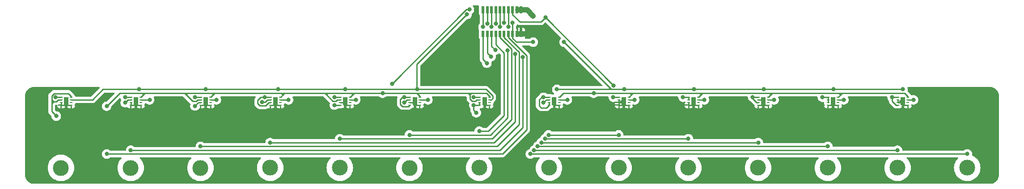
<source format=gbr>
%TF.GenerationSoftware,KiCad,Pcbnew,8.0.2*%
%TF.CreationDate,2024-06-27T20:10:10+03:00*%
%TF.ProjectId,MV_Abnehmerplatine,4d565f41-626e-4656-986d-6572706c6174,rev?*%
%TF.SameCoordinates,Original*%
%TF.FileFunction,Copper,L2,Bot*%
%TF.FilePolarity,Positive*%
%FSLAX46Y46*%
G04 Gerber Fmt 4.6, Leading zero omitted, Abs format (unit mm)*
G04 Created by KiCad (PCBNEW 8.0.2) date 2024-06-27 20:10:10*
%MOMM*%
%LPD*%
G01*
G04 APERTURE LIST*
G04 Aperture macros list*
%AMRoundRect*
0 Rectangle with rounded corners*
0 $1 Rounding radius*
0 $2 $3 $4 $5 $6 $7 $8 $9 X,Y pos of 4 corners*
0 Add a 4 corners polygon primitive as box body*
4,1,4,$2,$3,$4,$5,$6,$7,$8,$9,$2,$3,0*
0 Add four circle primitives for the rounded corners*
1,1,$1+$1,$2,$3*
1,1,$1+$1,$4,$5*
1,1,$1+$1,$6,$7*
1,1,$1+$1,$8,$9*
0 Add four rect primitives between the rounded corners*
20,1,$1+$1,$2,$3,$4,$5,0*
20,1,$1+$1,$4,$5,$6,$7,0*
20,1,$1+$1,$6,$7,$8,$9,0*
20,1,$1+$1,$8,$9,$2,$3,0*%
G04 Aperture macros list end*
%TA.AperFunction,SMDPad,CuDef*%
%ADD10RoundRect,0.062500X0.187500X0.062500X-0.187500X0.062500X-0.187500X-0.062500X0.187500X-0.062500X0*%
%TD*%
%TA.AperFunction,ComponentPad*%
%ADD11C,0.600000*%
%TD*%
%TA.AperFunction,SMDPad,CuDef*%
%ADD12R,0.900000X1.600000*%
%TD*%
%TA.AperFunction,ComponentPad*%
%ADD13C,3.000000*%
%TD*%
%TA.AperFunction,SMDPad,CuDef*%
%ADD14R,0.550000X1.300000*%
%TD*%
%TA.AperFunction,SMDPad,CuDef*%
%ADD15R,0.550000X1.400000*%
%TD*%
%TA.AperFunction,ViaPad*%
%ADD16C,0.800000*%
%TD*%
%TA.AperFunction,Conductor*%
%ADD17C,0.250000*%
%TD*%
%TA.AperFunction,Conductor*%
%ADD18C,1.000000*%
%TD*%
G04 APERTURE END LIST*
D10*
%TO.P,U7,1,SDA*%
%TO.N,/SDA*%
X159440000Y-90610000D03*
%TO.P,U7,2,SCL*%
%TO.N,/SCL*%
X159440000Y-91110000D03*
%TO.P,U7,3,ALERT*%
%TO.N,unconnected-(U7-ALERT-Pad3)*%
X159440000Y-91610000D03*
%TO.P,U7,4,GND*%
%TO.N,GND*%
X159440000Y-92110000D03*
%TO.P,U7,5,A2*%
%TO.N,+3V3*%
X157540000Y-92110000D03*
%TO.P,U7,6,A1*%
X157540000Y-91610000D03*
%TO.P,U7,7,A0*%
%TO.N,/SCL*%
X157540000Y-91110000D03*
%TO.P,U7,8,V+*%
%TO.N,+3V3*%
X157540000Y-90610000D03*
D11*
%TO.P,U7,9,EP*%
%TO.N,GND*%
X158490000Y-91860000D03*
D12*
X158490000Y-91360000D03*
D11*
X158490000Y-90860000D03*
%TD*%
D13*
%TO.P,H8,1,1*%
%TO.N,Net-(J0-Pin_15)*%
X170690002Y-104015000D03*
%TD*%
D10*
%TO.P,U3,1,SDA*%
%TO.N,/SDA*%
X106640000Y-90610000D03*
%TO.P,U3,2,SCL*%
%TO.N,/SCL*%
X106640000Y-91110000D03*
%TO.P,U3,3,ALERT*%
%TO.N,unconnected-(U3-ALERT-Pad3)*%
X106640000Y-91610000D03*
%TO.P,U3,4,GND*%
%TO.N,GND*%
X106640000Y-92110000D03*
%TO.P,U3,5,A2*%
X104740000Y-92110000D03*
%TO.P,U3,6,A1*%
%TO.N,+3V3*%
X104740000Y-91610000D03*
%TO.P,U3,7,A0*%
%TO.N,/SCL*%
X104740000Y-91110000D03*
%TO.P,U3,8,V+*%
%TO.N,+3V3*%
X104740000Y-90610000D03*
D11*
%TO.P,U3,9,EP*%
%TO.N,GND*%
X105690000Y-91860000D03*
D12*
X105690000Y-91360000D03*
D11*
X105690000Y-90860000D03*
%TD*%
D13*
%TO.P,H4,1,1*%
%TO.N,Net-(J0-Pin_11)*%
X117890000Y-104015001D03*
%TD*%
%TO.P,H1,1,1*%
%TO.N,Net-(J0-Pin_8)*%
X78290000Y-104020000D03*
%TD*%
D10*
%TO.P,U2,1,SDA*%
%TO.N,/SDA*%
X93440000Y-90610000D03*
%TO.P,U2,2,SCL*%
%TO.N,/SCL*%
X93440000Y-91110000D03*
%TO.P,U2,3,ALERT*%
%TO.N,unconnected-(U2-ALERT-Pad3)*%
X93440000Y-91610000D03*
%TO.P,U2,4,GND*%
%TO.N,GND*%
X93440000Y-92110000D03*
%TO.P,U2,5,A2*%
X91540000Y-92110000D03*
%TO.P,U2,6,A1*%
%TO.N,+3V3*%
X91540000Y-91610000D03*
%TO.P,U2,7,A0*%
%TO.N,/SDA*%
X91540000Y-91110000D03*
%TO.P,U2,8,V+*%
%TO.N,+3V3*%
X91540000Y-90610000D03*
D11*
%TO.P,U2,9,EP*%
%TO.N,GND*%
X92490000Y-91860000D03*
D12*
X92490000Y-91360000D03*
D11*
X92490000Y-90860000D03*
%TD*%
D10*
%TO.P,U10,1,SDA*%
%TO.N,/SDA*%
X199040000Y-90610000D03*
%TO.P,U10,2,SCL*%
%TO.N,/SCL*%
X199040000Y-91110000D03*
%TO.P,U10,3,ALERT*%
%TO.N,unconnected-(U10-ALERT-Pad3)*%
X199040000Y-91610000D03*
%TO.P,U10,4,GND*%
%TO.N,GND*%
X199040000Y-92110000D03*
%TO.P,U10,5,A2*%
X197140000Y-92110000D03*
%TO.P,U10,6,A1*%
%TO.N,+3V3*%
X197140000Y-91610000D03*
%TO.P,U10,7,A0*%
%TO.N,GND*%
X197140000Y-91110000D03*
%TO.P,U10,8,V+*%
%TO.N,+3V3*%
X197140000Y-90610000D03*
D11*
%TO.P,U10,9,EP*%
%TO.N,GND*%
X198090000Y-91860000D03*
D12*
X198090000Y-91360000D03*
D11*
X198090000Y-90860000D03*
%TD*%
D14*
%TO.P,J0,1,Pin_1*%
%TO.N,GND*%
X152210000Y-78545000D03*
D15*
%TO.P,J0,2,Pin_2*%
%TO.N,+3V3*%
X152210000Y-73995000D03*
D14*
%TO.P,J0,3,Pin_3*%
%TO.N,GND*%
X151410000Y-78545000D03*
D15*
%TO.P,J0,4,Pin_4*%
%TO.N,+3V3*%
X151410000Y-73995000D03*
D14*
%TO.P,J0,5,Pin_5*%
%TO.N,/SCL*%
X150610000Y-78545000D03*
D15*
%TO.P,J0,6,Pin_6*%
%TO.N,/SDA*%
X150610000Y-73995000D03*
D14*
%TO.P,J0,7,Pin_7*%
%TO.N,Net-(J0-Pin_7)*%
X149810000Y-78545000D03*
D15*
%TO.P,J0,8,Pin_8*%
%TO.N,Net-(J0-Pin_8)*%
X149810000Y-73995000D03*
D14*
%TO.P,J0,9,Pin_9*%
%TO.N,Net-(J0-Pin_9)*%
X149010000Y-78545000D03*
D15*
%TO.P,J0,10,Pin_10*%
%TO.N,Net-(J0-Pin_10)*%
X149010000Y-73995000D03*
D14*
%TO.P,J0,11,Pin_11*%
%TO.N,Net-(J0-Pin_11)*%
X148210000Y-78545000D03*
D15*
%TO.P,J0,12,Pin_12*%
%TO.N,Net-(J0-Pin_12)*%
X148210000Y-73995000D03*
D14*
%TO.P,J0,13,Pin_13*%
%TO.N,Net-(J0-Pin_13)*%
X147410000Y-78545000D03*
D15*
%TO.P,J0,14,Pin_14*%
%TO.N,Net-(J0-Pin_14)*%
X147410000Y-73995000D03*
D14*
%TO.P,J0,15,Pin_15*%
%TO.N,Net-(J0-Pin_15)*%
X146610000Y-78545000D03*
D15*
%TO.P,J0,16,Pin_16*%
%TO.N,Net-(J0-Pin_16)*%
X146610000Y-73995000D03*
D14*
%TO.P,J0,17,Pin_17*%
%TO.N,Net-(J0-Pin_17)*%
X145810000Y-78545000D03*
D15*
%TO.P,J0,18,Pin_18*%
%TO.N,Net-(J0-Pin_18)*%
X145810000Y-73995000D03*
D14*
%TO.P,J0,19,Pin_19*%
%TO.N,Net-(J0-Pin_19)*%
X145010000Y-78545000D03*
D15*
%TO.P,J0,20,Pin_20*%
%TO.N,Net-(J0-Pin_20)*%
X145010000Y-73995000D03*
%TD*%
D10*
%TO.P,U4,1,SDA*%
%TO.N,/SDA*%
X119840000Y-90610000D03*
%TO.P,U4,2,SCL*%
%TO.N,/SCL*%
X119840000Y-91110000D03*
%TO.P,U4,3,ALERT*%
%TO.N,unconnected-(U4-ALERT-Pad3)*%
X119840000Y-91610000D03*
%TO.P,U4,4,GND*%
%TO.N,GND*%
X119840000Y-92110000D03*
%TO.P,U4,5,A2*%
%TO.N,+3V3*%
X117940000Y-92110000D03*
%TO.P,U4,6,A1*%
%TO.N,GND*%
X117940000Y-91610000D03*
%TO.P,U4,7,A0*%
%TO.N,/SDA*%
X117940000Y-91110000D03*
%TO.P,U4,8,V+*%
%TO.N,+3V3*%
X117940000Y-90610000D03*
D11*
%TO.P,U4,9,EP*%
%TO.N,GND*%
X118890000Y-91860000D03*
D12*
X118890000Y-91360000D03*
D11*
X118890000Y-90860000D03*
%TD*%
D13*
%TO.P,H0,1,1*%
%TO.N,Net-(H0-Pad1)*%
X65090000Y-104020000D03*
%TD*%
D10*
%TO.P,U6,1,SDA*%
%TO.N,/SDA*%
X146240000Y-90610000D03*
%TO.P,U6,2,SCL*%
%TO.N,/SCL*%
X146240000Y-91110000D03*
%TO.P,U6,3,ALERT*%
%TO.N,unconnected-(U6-ALERT-Pad3)*%
X146240000Y-91610000D03*
%TO.P,U6,4,GND*%
%TO.N,GND*%
X146240000Y-92110000D03*
%TO.P,U6,5,A2*%
%TO.N,+3V3*%
X144340000Y-92110000D03*
%TO.P,U6,6,A1*%
X144340000Y-91610000D03*
%TO.P,U6,7,A0*%
%TO.N,/SDA*%
X144340000Y-91110000D03*
%TO.P,U6,8,V+*%
%TO.N,+3V3*%
X144340000Y-90610000D03*
D11*
%TO.P,U6,9,EP*%
%TO.N,GND*%
X145290000Y-91860000D03*
D12*
X145290000Y-91360000D03*
D11*
X145290000Y-90860000D03*
%TD*%
D13*
%TO.P,H10,1,1*%
%TO.N,Net-(J0-Pin_17)*%
X197090002Y-104015000D03*
%TD*%
%TO.P,H3,1,1*%
%TO.N,Net-(J0-Pin_10)*%
X104700000Y-104015000D03*
%TD*%
D10*
%TO.P,U1,1,SDA*%
%TO.N,/SDA*%
X80240000Y-90610000D03*
%TO.P,U1,2,SCL*%
%TO.N,/SCL*%
X80240000Y-91110000D03*
%TO.P,U1,3,ALERT*%
%TO.N,unconnected-(U1-ALERT-Pad3)*%
X80240000Y-91610000D03*
%TO.P,U1,4,GND*%
%TO.N,GND*%
X80240000Y-92110000D03*
%TO.P,U1,5,A2*%
X78340000Y-92110000D03*
%TO.P,U1,6,A1*%
X78340000Y-91610000D03*
%TO.P,U1,7,A0*%
%TO.N,/SCL*%
X78340000Y-91110000D03*
%TO.P,U1,8,V+*%
%TO.N,+3V3*%
X78340000Y-90610000D03*
D11*
%TO.P,U1,9,EP*%
%TO.N,GND*%
X79290000Y-91860000D03*
D12*
X79290000Y-91360000D03*
D11*
X79290000Y-90860000D03*
%TD*%
D13*
%TO.P,H11,1,1*%
%TO.N,Net-(J0-Pin_18)*%
X210290000Y-104015000D03*
%TD*%
D10*
%TO.P,U12,1,SDA*%
%TO.N,/SDA*%
X225440000Y-90610000D03*
%TO.P,U12,2,SCL*%
%TO.N,/SCL*%
X225440000Y-91110000D03*
%TO.P,U12,3,ALERT*%
%TO.N,unconnected-(U12-ALERT-Pad3)*%
X225440000Y-91610000D03*
%TO.P,U12,4,GND*%
%TO.N,GND*%
X225440000Y-92110000D03*
%TO.P,U12,5,A2*%
%TO.N,+3V3*%
X223540000Y-92110000D03*
%TO.P,U12,6,A1*%
%TO.N,GND*%
X223540000Y-91610000D03*
%TO.P,U12,7,A0*%
X223540000Y-91110000D03*
%TO.P,U12,8,V+*%
%TO.N,+3V3*%
X223540000Y-90610000D03*
D11*
%TO.P,U12,9,EP*%
%TO.N,GND*%
X224490000Y-91860000D03*
D12*
X224490000Y-91360000D03*
D11*
X224490000Y-90860000D03*
%TD*%
D10*
%TO.P,U8,1,SDA*%
%TO.N,/SDA*%
X172640000Y-90610000D03*
%TO.P,U8,2,SCL*%
%TO.N,/SCL*%
X172640000Y-91110000D03*
%TO.P,U8,3,ALERT*%
%TO.N,unconnected-(U8-ALERT-Pad3)*%
X172640000Y-91610000D03*
%TO.P,U8,4,GND*%
%TO.N,GND*%
X172640000Y-92110000D03*
%TO.P,U8,5,A2*%
X170740000Y-92110000D03*
%TO.P,U8,6,A1*%
X170740000Y-91610000D03*
%TO.P,U8,7,A0*%
X170740000Y-91110000D03*
%TO.P,U8,8,V+*%
%TO.N,+3V3*%
X170740000Y-90610000D03*
D11*
%TO.P,U8,9,EP*%
%TO.N,GND*%
X171690000Y-91860000D03*
D12*
X171690000Y-91360000D03*
D11*
X171690000Y-90860000D03*
%TD*%
D13*
%TO.P,H9,1,1*%
%TO.N,Net-(J0-Pin_16)*%
X183890002Y-104015000D03*
%TD*%
%TO.P,H2,1,1*%
%TO.N,Net-(J0-Pin_9)*%
X91500002Y-104021000D03*
%TD*%
%TO.P,H13,1,1*%
%TO.N,Net-(J0-Pin_20)*%
X236690002Y-104015000D03*
%TD*%
D10*
%TO.P,U5,1,SDA*%
%TO.N,/SDA*%
X133040000Y-90610000D03*
%TO.P,U5,2,SCL*%
%TO.N,/SCL*%
X133040000Y-91110000D03*
%TO.P,U5,3,ALERT*%
%TO.N,unconnected-(U5-ALERT-Pad3)*%
X133040000Y-91610000D03*
%TO.P,U5,4,GND*%
%TO.N,GND*%
X133040000Y-92110000D03*
%TO.P,U5,5,A2*%
%TO.N,+3V3*%
X131140000Y-92110000D03*
%TO.P,U5,6,A1*%
%TO.N,GND*%
X131140000Y-91610000D03*
%TO.P,U5,7,A0*%
%TO.N,/SCL*%
X131140000Y-91110000D03*
%TO.P,U5,8,V+*%
%TO.N,+3V3*%
X131140000Y-90610000D03*
D11*
%TO.P,U5,9,EP*%
%TO.N,GND*%
X132090000Y-91860000D03*
D12*
X132090000Y-91360000D03*
D11*
X132090000Y-90860000D03*
%TD*%
D10*
%TO.P,U11,1,SDA*%
%TO.N,/SDA*%
X212240000Y-90610000D03*
%TO.P,U11,2,SCL*%
%TO.N,/SCL*%
X212240000Y-91110000D03*
%TO.P,U11,3,ALERT*%
%TO.N,unconnected-(U11-ALERT-Pad3)*%
X212240000Y-91610000D03*
%TO.P,U11,4,GND*%
%TO.N,GND*%
X212240000Y-92110000D03*
%TO.P,U11,5,A2*%
X210340000Y-92110000D03*
%TO.P,U11,6,A1*%
%TO.N,+3V3*%
X210340000Y-91610000D03*
%TO.P,U11,7,A0*%
X210340000Y-91110000D03*
%TO.P,U11,8,V+*%
X210340000Y-90610000D03*
D11*
%TO.P,U11,9,EP*%
%TO.N,GND*%
X211290000Y-91860000D03*
D12*
X211290000Y-91360000D03*
D11*
X211290000Y-90860000D03*
%TD*%
D10*
%TO.P,U9,1,SDA*%
%TO.N,/SDA*%
X185840000Y-90610000D03*
%TO.P,U9,2,SCL*%
%TO.N,/SCL*%
X185840000Y-91110000D03*
%TO.P,U9,3,ALERT*%
%TO.N,unconnected-(U9-ALERT-Pad3)*%
X185840000Y-91610000D03*
%TO.P,U9,4,GND*%
%TO.N,GND*%
X185840000Y-92110000D03*
%TO.P,U9,5,A2*%
X183940000Y-92110000D03*
%TO.P,U9,6,A1*%
X183940000Y-91610000D03*
%TO.P,U9,7,A0*%
%TO.N,+3V3*%
X183940000Y-91110000D03*
%TO.P,U9,8,V+*%
X183940000Y-90610000D03*
D11*
%TO.P,U9,9,EP*%
%TO.N,GND*%
X184890000Y-91860000D03*
D12*
X184890000Y-91360000D03*
D11*
X184890000Y-90860000D03*
%TD*%
D13*
%TO.P,H12,1,1*%
%TO.N,Net-(J0-Pin_19)*%
X223490000Y-104015000D03*
%TD*%
D10*
%TO.P,U0,1,SDA*%
%TO.N,/SDA_SW*%
X67040000Y-90610000D03*
%TO.P,U0,2,SCL*%
%TO.N,/SCL*%
X67040000Y-91110000D03*
%TO.P,U0,3,ALERT*%
%TO.N,unconnected-(U0-ALERT-Pad3)*%
X67040000Y-91610000D03*
%TO.P,U0,4,GND*%
%TO.N,GND*%
X67040000Y-92110000D03*
%TO.P,U0,5,A2*%
X65140000Y-92110000D03*
%TO.P,U0,6,A1*%
X65140000Y-91610000D03*
%TO.P,U0,7,A0*%
%TO.N,/SDA_SW*%
X65140000Y-91110000D03*
%TO.P,U0,8,V+*%
%TO.N,+3V3*%
X65140000Y-90610000D03*
D11*
%TO.P,U0,9,EP*%
%TO.N,GND*%
X66090000Y-91860000D03*
D12*
X66090000Y-91360000D03*
D11*
X66090000Y-90860000D03*
%TD*%
D13*
%TO.P,H7,1,1*%
%TO.N,Net-(J0-Pin_14)*%
X157490002Y-104015000D03*
%TD*%
%TO.P,H5,1,1*%
%TO.N,Net-(J0-Pin_12)*%
X131090002Y-104021000D03*
%TD*%
%TO.P,H6,1,1*%
%TO.N,Net-(J0-Pin_13)*%
X144290002Y-104015000D03*
%TD*%
D16*
%TO.N,/SDA*%
X73760000Y-92310000D03*
X142430000Y-73960000D03*
X169750000Y-88390000D03*
X165950000Y-89840000D03*
X127764999Y-88064999D03*
X125989998Y-89840000D03*
X156825000Y-75465000D03*
%TO.N,+3V3*%
X209260000Y-90610000D03*
X222460000Y-90610000D03*
X143250000Y-90610000D03*
X116860000Y-92110000D03*
X77260000Y-90610000D03*
X196060000Y-90610000D03*
X90459117Y-90609182D03*
X169660000Y-90610000D03*
X90459117Y-92270000D03*
X64060000Y-90610000D03*
X130060000Y-90610000D03*
X143250000Y-92110000D03*
X156460000Y-90610000D03*
X182860000Y-90610000D03*
X116860000Y-90610000D03*
X103660000Y-90610000D03*
X143730000Y-93560000D03*
X154510000Y-75150000D03*
%TO.N,/SCL*%
X94530000Y-91110000D03*
X81885305Y-91110000D03*
X141981258Y-74874046D03*
X154510000Y-80140000D03*
X118925000Y-89115000D03*
X130060000Y-91630000D03*
X103190000Y-91500000D03*
X108175305Y-91110000D03*
X224525000Y-89115000D03*
X106180305Y-89115000D03*
X226520000Y-91110000D03*
X173730000Y-91110000D03*
X132575000Y-89115000D03*
X160354694Y-80140000D03*
X213320000Y-91110000D03*
X120920000Y-91110000D03*
X150610000Y-76440000D03*
X156457652Y-91637652D03*
X211325000Y-89115000D03*
X92535000Y-89115000D03*
X186930000Y-91110000D03*
X79890305Y-89115000D03*
X160970000Y-91110000D03*
X134570000Y-91110000D03*
X184935000Y-89115000D03*
X200120000Y-91110000D03*
X77257652Y-91637652D03*
X158980305Y-89115000D03*
X171735000Y-89115000D03*
X198125000Y-89115000D03*
%TO.N,Net-(J0-Pin_13)*%
X144290002Y-97040000D03*
%TO.N,Net-(J0-Pin_8)*%
X78290000Y-100665000D03*
X149810000Y-77260000D03*
X152555000Y-83003351D03*
%TO.N,Net-(J0-Pin_17)*%
X156042193Y-99211400D03*
X146529999Y-82896700D03*
X197130000Y-99211400D03*
%TO.N,Net-(J0-Pin_7)*%
X73770000Y-101390000D03*
%TO.N,Net-(J0-Pin_15)*%
X147331955Y-81648045D03*
X170690002Y-97761400D03*
X157419690Y-97761400D03*
%TO.N,Net-(J0-Pin_20)*%
X236690000Y-101380000D03*
X145010000Y-77260000D03*
X153969998Y-101386400D03*
%TO.N,Net-(J0-Pin_12)*%
X149655000Y-81722653D03*
X131090002Y-97765000D03*
X148210000Y-77260000D03*
%TO.N,Net-(J0-Pin_9)*%
X91500002Y-99940000D03*
%TO.N,Net-(J0-Pin_11)*%
X117890000Y-98490000D03*
%TO.N,Net-(J0-Pin_10)*%
X149010001Y-76439996D03*
X151105000Y-82372653D03*
X104700000Y-99215000D03*
%TO.N,Net-(J0-Pin_14)*%
X147410001Y-76659998D03*
%TO.N,Net-(J0-Pin_16)*%
X156730941Y-98486400D03*
X183890002Y-98486399D03*
X146610000Y-77260000D03*
%TO.N,Net-(J0-Pin_19)*%
X223490000Y-100661400D03*
X154664697Y-100661400D03*
X145730000Y-84147309D03*
%TO.N,Net-(J0-Pin_18)*%
X155353445Y-99936400D03*
X145809998Y-76659998D03*
X210290000Y-99936400D03*
%TO.N,/SDA_SW*%
X64200000Y-94190000D03*
%TD*%
D17*
%TO.N,GND*%
X223540000Y-91110000D02*
X223540000Y-91610000D01*
X211040000Y-92110000D02*
X211290000Y-91860000D01*
X198340000Y-92110000D02*
X198090000Y-91860000D01*
X159440000Y-92110000D02*
X158740000Y-92110000D01*
X66340000Y-92110000D02*
X66090000Y-91860000D01*
X170740000Y-91610000D02*
X171440000Y-91610000D01*
X171940000Y-92110000D02*
X171690000Y-91860000D01*
X210340000Y-92110000D02*
X211040000Y-92110000D01*
X132340000Y-92110000D02*
X132090000Y-91860000D01*
X183940000Y-91610000D02*
X183940000Y-92110000D01*
D18*
X153300000Y-78545000D02*
X151675000Y-78545000D01*
D17*
X80240000Y-92110000D02*
X79540000Y-92110000D01*
X105940000Y-92110000D02*
X105690000Y-91860000D01*
X67040000Y-92110000D02*
X66340000Y-92110000D01*
X119140000Y-92110000D02*
X118890000Y-91860000D01*
X65140000Y-92110000D02*
X65840000Y-92110000D01*
X105440000Y-92110000D02*
X105690000Y-91860000D01*
X145540000Y-92110000D02*
X145290000Y-91860000D01*
X93440000Y-92110000D02*
X92740000Y-92110000D01*
X224240000Y-91610000D02*
X224490000Y-91860000D01*
X158740000Y-92110000D02*
X158490000Y-91860000D01*
X78340000Y-91610000D02*
X78340000Y-92110000D01*
X225440000Y-92110000D02*
X224740000Y-92110000D01*
X117940000Y-91610000D02*
X118640000Y-91610000D01*
X131140000Y-91610000D02*
X131840000Y-91610000D01*
X185140000Y-92110000D02*
X184890000Y-91860000D01*
X199040000Y-92110000D02*
X198340000Y-92110000D01*
X197140000Y-92110000D02*
X197840000Y-92110000D01*
X78340000Y-92110000D02*
X79040000Y-92110000D01*
X146240000Y-92110000D02*
X145540000Y-92110000D01*
X224740000Y-92110000D02*
X224490000Y-91860000D01*
X133040000Y-92110000D02*
X132340000Y-92110000D01*
X223540000Y-91610000D02*
X224240000Y-91610000D01*
X119840000Y-92110000D02*
X119140000Y-92110000D01*
X91540000Y-92110000D02*
X92240000Y-92110000D01*
X172640000Y-92110000D02*
X171940000Y-92110000D01*
X197140000Y-91110000D02*
X197840000Y-91110000D01*
X92240000Y-92110000D02*
X92490000Y-91860000D01*
X171440000Y-91610000D02*
X171690000Y-91860000D01*
X184640000Y-92110000D02*
X184890000Y-91860000D01*
X185840000Y-92110000D02*
X185140000Y-92110000D01*
X211540000Y-92110000D02*
X211290000Y-91860000D01*
X170740000Y-92110000D02*
X171440000Y-92110000D01*
X106640000Y-92110000D02*
X105940000Y-92110000D01*
X104740000Y-92110000D02*
X105440000Y-92110000D01*
X65140000Y-91610000D02*
X65140000Y-92110000D01*
X79040000Y-92110000D02*
X79290000Y-91860000D01*
X92740000Y-92110000D02*
X92490000Y-91860000D01*
X65840000Y-92110000D02*
X66090000Y-91860000D01*
X183940000Y-92110000D02*
X184640000Y-92110000D01*
X212240000Y-92110000D02*
X211540000Y-92110000D01*
X131840000Y-91610000D02*
X132090000Y-91860000D01*
X118640000Y-91610000D02*
X118890000Y-91860000D01*
X197840000Y-92110000D02*
X198090000Y-91860000D01*
X171440000Y-92110000D02*
X171690000Y-91860000D01*
X197840000Y-91110000D02*
X198090000Y-91360000D01*
X170740000Y-91110000D02*
X170740000Y-92110000D01*
X79540000Y-92110000D02*
X79290000Y-91860000D01*
%TO.N,/SDA*%
X93650000Y-89840000D02*
X89030000Y-89840000D01*
X150605000Y-73950000D02*
X150605000Y-74510000D01*
X115600000Y-89840000D02*
X115060000Y-89840000D01*
X199280000Y-89840000D02*
X199810000Y-89840000D01*
X224870000Y-89840000D02*
X213010000Y-89840000D01*
X106810000Y-89840000D02*
X93650000Y-89840000D01*
X212410000Y-89840000D02*
X213010000Y-89840000D01*
X142525000Y-90135000D02*
X142820000Y-89840000D01*
X142949695Y-91335000D02*
X142525000Y-90910305D01*
X132470000Y-89840000D02*
X142230000Y-89840000D01*
X117385305Y-91110000D02*
X117160305Y-91335000D01*
X120990000Y-89840000D02*
X120610000Y-89840000D01*
X80720000Y-90120000D02*
X80730000Y-90120000D01*
X107110000Y-90140000D02*
X106810000Y-89840000D01*
X80730000Y-90120000D02*
X80240000Y-90610000D01*
X117160305Y-91335000D02*
X116555000Y-91335000D01*
X73760000Y-92310000D02*
X76230000Y-89840000D01*
X115060000Y-89840000D02*
X106810000Y-89840000D01*
X169750000Y-88390000D02*
X156825000Y-75465000D01*
X150610000Y-74895000D02*
X150610000Y-73945000D01*
X186335000Y-90115000D02*
X186610000Y-89840000D01*
X115330000Y-90110000D02*
X115600000Y-89840000D01*
X133040000Y-90410000D02*
X133040000Y-90610000D01*
X143550305Y-91335000D02*
X142949695Y-91335000D01*
X106640000Y-90610000D02*
X107110000Y-90140000D01*
X186060000Y-89840000D02*
X186610000Y-89840000D01*
X199545000Y-90105000D02*
X199280000Y-89840000D01*
X80440000Y-89840000D02*
X80720000Y-90120000D01*
X173135000Y-90115000D02*
X173410000Y-89840000D01*
X160210000Y-89840000D02*
X159440000Y-90610000D01*
X225440000Y-90410000D02*
X224870000Y-89840000D01*
X186610000Y-89840000D02*
X199280000Y-89840000D01*
X144340000Y-91110000D02*
X143775305Y-91110000D01*
X88755000Y-90115000D02*
X90006802Y-91366802D01*
X142525000Y-90910305D02*
X142525000Y-90135000D01*
X90726802Y-91366802D02*
X90983604Y-91110000D01*
X120990000Y-89840000D02*
X132470000Y-89840000D01*
X93440000Y-90610000D02*
X93930000Y-90120000D01*
X119840000Y-90610000D02*
X120325000Y-90125000D01*
X93650000Y-89840000D02*
X93930000Y-90120000D01*
X143775305Y-91110000D02*
X143550305Y-91335000D01*
X76230000Y-89840000D02*
X80440000Y-89840000D01*
X186060000Y-89840000D02*
X186335000Y-90115000D01*
X80440000Y-89840000D02*
X81010000Y-89840000D01*
X90006802Y-91366802D02*
X90726802Y-91366802D01*
X151985000Y-76270000D02*
X150610000Y-74895000D01*
X120610000Y-89840000D02*
X120040000Y-89840000D01*
X120325000Y-90125000D02*
X120610000Y-89840000D01*
X172820000Y-89840000D02*
X173410000Y-89840000D01*
X117940000Y-91110000D02*
X117385305Y-91110000D01*
X212240000Y-90610000D02*
X212710000Y-90140000D01*
X88480000Y-89840000D02*
X88755000Y-90115000D01*
X165950000Y-89840000D02*
X172820000Y-89840000D01*
X107110000Y-90140000D02*
X107410000Y-89840000D01*
X156825000Y-75465000D02*
X156020000Y-76270000D01*
X142525000Y-90135000D02*
X142230000Y-89840000D01*
X199810000Y-89840000D02*
X212410000Y-89840000D01*
X165950000Y-89840000D02*
X160210000Y-89840000D01*
X185840000Y-90610000D02*
X186335000Y-90115000D01*
X146240000Y-90410000D02*
X146240000Y-90610000D01*
X120040000Y-89840000D02*
X115600000Y-89840000D01*
X172640000Y-90610000D02*
X173135000Y-90115000D01*
X199040000Y-90610000D02*
X199545000Y-90105000D01*
X90983604Y-91110000D02*
X91540000Y-91110000D01*
X81010000Y-89840000D02*
X88480000Y-89840000D01*
X199545000Y-90105000D02*
X199810000Y-89840000D01*
X116555000Y-91335000D02*
X115330000Y-90110000D01*
X142230000Y-89840000D02*
X145670000Y-89840000D01*
X89030000Y-89840000D02*
X88480000Y-89840000D01*
X120325000Y-90125000D02*
X120040000Y-89840000D01*
X145670000Y-89840000D02*
X146240000Y-90410000D01*
X173560000Y-89840000D02*
X186060000Y-89840000D01*
X212410000Y-89840000D02*
X212710000Y-90140000D01*
X156020000Y-76270000D02*
X151985000Y-76270000D01*
X173095000Y-90115000D02*
X172820000Y-89840000D01*
X115330000Y-90110000D02*
X115060000Y-89840000D01*
X132470000Y-89840000D02*
X133040000Y-90410000D01*
X212710000Y-90140000D02*
X213010000Y-89840000D01*
X225440000Y-90610000D02*
X225440000Y-90410000D01*
X127764999Y-88064999D02*
X141869998Y-73960000D01*
X81010000Y-89840000D02*
X80730000Y-90120000D01*
X88755000Y-90115000D02*
X89030000Y-89840000D01*
X150610000Y-73945000D02*
X150605000Y-73950000D01*
X93930000Y-90120000D02*
X94210000Y-89840000D01*
X141869998Y-73960000D02*
X142430000Y-73960000D01*
X173410000Y-89840000D02*
X173560000Y-89840000D01*
%TO.N,+3V3*%
X90912315Y-91816802D02*
X90913198Y-91816802D01*
X223540000Y-92110000D02*
X223240260Y-92110000D01*
X116860000Y-92110000D02*
X117940000Y-92110000D01*
X129759695Y-92355000D02*
X129335000Y-91930305D01*
X157540000Y-91610000D02*
X157540000Y-92110000D01*
X77260000Y-90610000D02*
X78340000Y-90610000D01*
X155620000Y-91100000D02*
X155620000Y-92200000D01*
X170740000Y-90610000D02*
X169660000Y-90610000D01*
X131140000Y-90610000D02*
X130060000Y-90610000D01*
X183940000Y-90610000D02*
X183940000Y-91110000D01*
X104440260Y-91610000D02*
X103825260Y-92225000D01*
X103825260Y-92225000D02*
X102739695Y-92225000D01*
X64060000Y-90610000D02*
X65140000Y-90610000D01*
X223540000Y-90610000D02*
X222460000Y-90610000D01*
X90459117Y-90609182D02*
X90459935Y-90610000D01*
X196840260Y-91610000D02*
X196060000Y-90829740D01*
D18*
X154510000Y-75150000D02*
X153355000Y-73995000D01*
X153355000Y-73995000D02*
X151585000Y-73995000D01*
D17*
X144340000Y-92110000D02*
X144340000Y-91610000D01*
X156460000Y-90610000D02*
X157540000Y-90610000D01*
X156460000Y-90610000D02*
X156110000Y-90610000D01*
X129335000Y-91930305D02*
X129335000Y-91035000D01*
X143250000Y-92110000D02*
X143250000Y-93080000D01*
X197140000Y-90610000D02*
X196060000Y-90610000D01*
X144340000Y-90610000D02*
X143250000Y-90610000D01*
X90913198Y-91816802D02*
X91120000Y-91610000D01*
X143250000Y-93080000D02*
X143730000Y-93560000D01*
X102315000Y-91800305D02*
X102315000Y-91199695D01*
X156110000Y-90610000D02*
X155620000Y-91100000D01*
X196060000Y-90829740D02*
X196060000Y-90610000D01*
X116860000Y-90610000D02*
X116860000Y-90700000D01*
X183940000Y-90610000D02*
X182860000Y-90610000D01*
X130895000Y-92355000D02*
X129759695Y-92355000D01*
X210340000Y-91610000D02*
X210340000Y-90610000D01*
X210340000Y-90610000D02*
X209260000Y-90610000D01*
X155620000Y-92200000D02*
X156030000Y-92610000D01*
X102904695Y-90610000D02*
X103660000Y-90610000D01*
X222460000Y-91329740D02*
X222460000Y-90610000D01*
X156030000Y-92610000D02*
X157040000Y-92610000D01*
X157040000Y-92610000D02*
X157540000Y-92110000D01*
X90459117Y-92270000D02*
X90912315Y-91816802D01*
X103660000Y-90610000D02*
X104740000Y-90610000D01*
X104740000Y-91610000D02*
X104440260Y-91610000D01*
X102315000Y-91199695D02*
X102904695Y-90610000D01*
X117940000Y-90610000D02*
X116860000Y-90610000D01*
X131140000Y-92110000D02*
X130895000Y-92355000D01*
X116860000Y-90700000D02*
X116930000Y-90770000D01*
X91120000Y-91610000D02*
X91540000Y-91610000D01*
X129335000Y-91035000D02*
X129760000Y-90610000D01*
X102739695Y-92225000D02*
X102315000Y-91800305D01*
X197140000Y-91610000D02*
X196840260Y-91610000D01*
X129760000Y-90610000D02*
X130060000Y-90610000D01*
X90459935Y-90610000D02*
X91540000Y-90610000D01*
X223240260Y-92110000D02*
X222460000Y-91329740D01*
X143250000Y-92110000D02*
X144340000Y-92110000D01*
%TO.N,/SCL*%
X156457653Y-91637652D02*
X156985305Y-91110000D01*
X103795305Y-91500000D02*
X104185305Y-91110000D01*
X145581396Y-89115000D02*
X146815000Y-90348604D01*
X130355000Y-91335000D02*
X130360305Y-91335000D01*
X94530000Y-91110000D02*
X93440000Y-91110000D01*
X168750000Y-89115000D02*
X171735000Y-89115000D01*
X130585305Y-91110000D02*
X131140000Y-91110000D01*
X146815000Y-90348604D02*
X146815000Y-90834740D01*
X132575000Y-89115000D02*
X106180305Y-89115000D01*
X103190000Y-91500000D02*
X103795305Y-91500000D01*
X130060000Y-91630000D02*
X130355000Y-91335000D01*
X104185305Y-91110000D02*
X104740000Y-91110000D01*
X132575000Y-89115000D02*
X145581396Y-89115000D01*
X172640000Y-91110000D02*
X173730000Y-91110000D01*
X79890305Y-89115000D02*
X73048604Y-89115000D01*
X71053604Y-91110000D02*
X69585000Y-91110000D01*
X198125000Y-89115000D02*
X171735000Y-89115000D01*
X156985305Y-91110000D02*
X157540000Y-91110000D01*
X77257652Y-91637652D02*
X77257653Y-91637652D01*
X160354694Y-80140000D02*
X169017347Y-88802653D01*
X81885305Y-91110000D02*
X80240000Y-91110000D01*
X151355000Y-80140000D02*
X154510000Y-80140000D01*
X160354694Y-80140000D02*
X160354696Y-80140000D01*
X119840000Y-91110000D02*
X120920000Y-91110000D01*
X156457652Y-91637652D02*
X156457653Y-91637652D01*
X130360305Y-91335000D02*
X130585305Y-91110000D01*
X185840000Y-91110000D02*
X186930000Y-91110000D01*
X77257653Y-91637652D02*
X77785305Y-91110000D01*
X199040000Y-91110000D02*
X200120000Y-91110000D01*
X225440000Y-91110000D02*
X226520000Y-91110000D01*
X212240000Y-91110000D02*
X213320000Y-91110000D01*
X158980305Y-89115000D02*
X168750000Y-89115000D01*
X150610000Y-76440000D02*
X150610000Y-79395000D01*
X73048604Y-89115000D02*
X71053604Y-91110000D01*
X134570000Y-91110000D02*
X133040000Y-91110000D01*
X106180305Y-89115000D02*
X79890305Y-89115000D01*
X146815000Y-90834740D02*
X146539740Y-91110000D01*
X224525000Y-89115000D02*
X211325000Y-89115000D01*
X108175305Y-91110000D02*
X106640000Y-91110000D01*
X141981258Y-74874046D02*
X132490000Y-84365304D01*
X160970000Y-91110000D02*
X159440000Y-91110000D01*
X150610000Y-79395000D02*
X151355000Y-80140000D01*
X146539740Y-91110000D02*
X146240000Y-91110000D01*
X169017347Y-88802653D02*
X169329694Y-89115000D01*
X77785305Y-91110000D02*
X78340000Y-91110000D01*
X132490000Y-89030000D02*
X132575000Y-89115000D01*
X69580610Y-91110000D02*
X67040000Y-91110000D01*
X211325000Y-89115000D02*
X198125000Y-89115000D01*
X169017347Y-88847653D02*
X168750000Y-89115000D01*
X132490000Y-84365304D02*
X132490000Y-89030000D01*
%TO.N,Net-(J0-Pin_13)*%
X147410000Y-80640000D02*
X147410000Y-78495000D01*
X148990000Y-94060000D02*
X148990000Y-82220000D01*
X146010000Y-97040000D02*
X148990000Y-94060000D01*
X148990000Y-82220000D02*
X147410000Y-80640000D01*
X144290002Y-97040000D02*
X146010000Y-97040000D01*
%TO.N,Net-(J0-Pin_8)*%
X78290000Y-100665000D02*
X148245000Y-100665000D01*
X149810000Y-77260000D02*
X149810000Y-73945000D01*
X152555000Y-96355000D02*
X152555000Y-83003351D01*
X148245000Y-100665000D02*
X152555000Y-96355000D01*
%TO.N,Net-(J0-Pin_17)*%
X197130000Y-99211400D02*
X197129999Y-99211399D01*
X197129999Y-99211399D02*
X156042194Y-99211399D01*
X146529999Y-82896699D02*
X145810000Y-82176700D01*
X145810000Y-82176700D02*
X145810000Y-78495000D01*
X156042194Y-99211399D02*
X156042193Y-99211400D01*
X146529999Y-82896700D02*
X146529999Y-82896699D01*
%TO.N,Net-(J0-Pin_7)*%
X149810000Y-79231396D02*
X149810000Y-78495000D01*
X73760000Y-101390000D02*
X148685000Y-101390000D01*
X148685000Y-101390000D02*
X153280000Y-96795000D01*
X153280000Y-82701396D02*
X149810000Y-79231396D01*
X153280000Y-96795000D02*
X153280000Y-82701396D01*
%TO.N,Net-(J0-Pin_15)*%
X147331955Y-81648045D02*
X146610000Y-80926090D01*
X170690002Y-97761400D02*
X157419690Y-97761400D01*
X146610000Y-80926090D02*
X146610000Y-78495000D01*
%TO.N,Net-(J0-Pin_20)*%
X236683600Y-101386400D02*
X153969998Y-101386400D01*
X145010000Y-77260000D02*
X145010000Y-73945000D01*
X236690000Y-101380000D02*
X236683600Y-101386400D01*
%TO.N,Net-(J0-Pin_12)*%
X148210000Y-77260000D02*
X148210000Y-73945000D01*
X131090002Y-97765000D02*
X146395000Y-97765000D01*
X146395000Y-97765000D02*
X149655000Y-94505000D01*
X149655000Y-94505000D02*
X149655000Y-81722653D01*
%TO.N,Net-(J0-Pin_9)*%
X149010000Y-79250000D02*
X149010000Y-78545000D01*
X91500002Y-99940000D02*
X147685000Y-99940000D01*
X147685000Y-99940000D02*
X151830000Y-95795000D01*
X151830000Y-95795000D02*
X151830000Y-82070000D01*
X151830000Y-82070000D02*
X149010000Y-79250000D01*
%TO.N,Net-(J0-Pin_11)*%
X117890000Y-98490000D02*
X146730000Y-98490000D01*
X150380000Y-81420000D02*
X148210000Y-79250000D01*
X150380000Y-94840000D02*
X150380000Y-81420000D01*
X148210000Y-79250000D02*
X148210000Y-78545000D01*
X146730000Y-98490000D02*
X150380000Y-94840000D01*
%TO.N,Net-(J0-Pin_10)*%
X149010000Y-76439995D02*
X149010000Y-73945000D01*
X151105000Y-95225000D02*
X151105000Y-82372653D01*
X104700000Y-99215000D02*
X147115000Y-99215000D01*
X147115000Y-99215000D02*
X151105000Y-95225000D01*
X149010001Y-76439996D02*
X149010000Y-76439995D01*
%TO.N,Net-(J0-Pin_14)*%
X147410000Y-76659997D02*
X147410000Y-73945000D01*
X147410001Y-76659998D02*
X147410000Y-76659997D01*
%TO.N,Net-(J0-Pin_16)*%
X146610000Y-77260000D02*
X146610000Y-73945000D01*
X183890001Y-98486400D02*
X156730941Y-98486400D01*
X183890002Y-98486399D02*
X183890001Y-98486400D01*
%TO.N,Net-(J0-Pin_19)*%
X145729998Y-84147309D02*
X145010000Y-83427311D01*
X145010000Y-83427311D02*
X145010000Y-78545000D01*
X145730000Y-84147309D02*
X145729998Y-84147309D01*
X223490000Y-100661400D02*
X154664697Y-100661400D01*
X145010000Y-78545000D02*
X145010000Y-78495000D01*
%TO.N,Net-(J0-Pin_18)*%
X210290000Y-99936400D02*
X155353445Y-99936400D01*
X145810000Y-76659996D02*
X145810000Y-73945000D01*
X145809998Y-76659998D02*
X145810000Y-76659996D01*
%TO.N,/SDA_SW*%
X67040000Y-90610000D02*
X67040000Y-90410000D01*
X63759695Y-89885000D02*
X63335000Y-90309695D01*
X63690000Y-91450000D02*
X63685000Y-91450000D01*
X63335000Y-91100000D02*
X63335000Y-91800000D01*
X64245305Y-91450000D02*
X64585305Y-91110000D01*
X64585305Y-91110000D02*
X65140000Y-91110000D01*
X64200000Y-94190000D02*
X63335000Y-93325000D01*
X63690000Y-91450000D02*
X64245305Y-91450000D01*
X63335000Y-91450000D02*
X63690000Y-91450000D01*
X66515000Y-89885000D02*
X63759695Y-89885000D01*
X63685000Y-91450000D02*
X63335000Y-91100000D01*
X63340000Y-91800000D02*
X63690000Y-91450000D01*
X63335000Y-93325000D02*
X63335000Y-91450000D01*
X63335000Y-90309695D02*
X63335000Y-91100000D01*
X67040000Y-90410000D02*
X66515000Y-89885000D01*
%TD*%
%TA.AperFunction,Conductor*%
%TO.N,GND*%
G36*
X144177539Y-73162993D02*
G01*
X144223294Y-73215797D01*
X144234500Y-73267308D01*
X144234500Y-74742870D01*
X144234501Y-74742876D01*
X144240908Y-74802483D01*
X144291202Y-74937328D01*
X144291203Y-74937330D01*
X144359767Y-75028919D01*
X144384184Y-75094383D01*
X144384500Y-75103230D01*
X144384500Y-76561312D01*
X144364815Y-76628351D01*
X144352650Y-76644284D01*
X144277466Y-76727784D01*
X144182821Y-76891715D01*
X144182818Y-76891722D01*
X144129534Y-77055715D01*
X144124326Y-77071744D01*
X144104540Y-77260000D01*
X144124326Y-77448256D01*
X144124327Y-77448259D01*
X144182818Y-77628277D01*
X144182821Y-77628284D01*
X144226131Y-77703299D01*
X144242604Y-77771199D01*
X144241399Y-77779768D01*
X144241738Y-77779805D01*
X144240909Y-77787516D01*
X144240909Y-77787517D01*
X144234501Y-77847123D01*
X144234500Y-77847135D01*
X144234500Y-79242870D01*
X144234501Y-79242876D01*
X144240908Y-79302483D01*
X144291202Y-79437328D01*
X144291203Y-79437330D01*
X144359767Y-79528919D01*
X144384184Y-79594383D01*
X144384500Y-79603230D01*
X144384500Y-83488917D01*
X144403429Y-83584085D01*
X144403429Y-83584087D01*
X144408534Y-83609755D01*
X144455688Y-83723597D01*
X144455689Y-83723598D01*
X144466518Y-83739804D01*
X144466520Y-83739807D01*
X144524141Y-83826043D01*
X144524144Y-83826047D01*
X144615586Y-83917489D01*
X144615608Y-83917509D01*
X144791039Y-84092940D01*
X144824524Y-84154263D01*
X144826678Y-84167655D01*
X144844326Y-84335565D01*
X144844327Y-84335568D01*
X144902818Y-84515586D01*
X144902821Y-84515593D01*
X144997467Y-84679525D01*
X145124129Y-84820197D01*
X145277265Y-84931457D01*
X145277270Y-84931460D01*
X145450192Y-85008451D01*
X145450197Y-85008453D01*
X145635354Y-85047809D01*
X145635355Y-85047809D01*
X145824644Y-85047809D01*
X145824646Y-85047809D01*
X146009803Y-85008453D01*
X146182730Y-84931460D01*
X146335871Y-84820197D01*
X146462533Y-84679525D01*
X146557179Y-84515593D01*
X146615674Y-84335565D01*
X146635460Y-84147309D01*
X146615674Y-83959053D01*
X146609617Y-83940414D01*
X146607623Y-83870575D01*
X146643703Y-83810742D01*
X146701769Y-83780807D01*
X146712811Y-83778459D01*
X146809802Y-83757844D01*
X146982729Y-83680851D01*
X147135870Y-83569588D01*
X147262532Y-83428916D01*
X147357178Y-83264984D01*
X147415673Y-83084956D01*
X147435459Y-82896700D01*
X147415673Y-82708444D01*
X147410336Y-82692021D01*
X147408342Y-82622182D01*
X147444422Y-82562349D01*
X147502481Y-82532416D01*
X147611758Y-82509189D01*
X147611762Y-82509187D01*
X147611763Y-82509187D01*
X147760933Y-82442771D01*
X147784685Y-82432196D01*
X147937826Y-82320933D01*
X147977614Y-82276743D01*
X148037098Y-82240096D01*
X148106955Y-82241425D01*
X148157444Y-82272035D01*
X148328181Y-82442771D01*
X148361666Y-82504094D01*
X148364500Y-82530452D01*
X148364500Y-93749547D01*
X148344815Y-93816586D01*
X148328181Y-93837228D01*
X145787229Y-96378181D01*
X145725906Y-96411666D01*
X145699548Y-96414500D01*
X144993750Y-96414500D01*
X144926711Y-96394815D01*
X144901602Y-96373474D01*
X144895875Y-96367114D01*
X144895871Y-96367110D01*
X144742736Y-96255851D01*
X144742731Y-96255848D01*
X144569809Y-96178857D01*
X144569804Y-96178855D01*
X144424003Y-96147865D01*
X144384648Y-96139500D01*
X144195356Y-96139500D01*
X144162899Y-96146398D01*
X144010199Y-96178855D01*
X144010194Y-96178857D01*
X143837272Y-96255848D01*
X143837267Y-96255851D01*
X143684131Y-96367111D01*
X143557468Y-96507785D01*
X143462823Y-96671715D01*
X143462820Y-96671722D01*
X143442782Y-96733394D01*
X143404328Y-96851744D01*
X143391137Y-96977251D01*
X143385755Y-97028462D01*
X143359170Y-97093076D01*
X143301873Y-97133061D01*
X143262434Y-97139500D01*
X131793750Y-97139500D01*
X131726711Y-97119815D01*
X131701602Y-97098474D01*
X131695875Y-97092114D01*
X131695871Y-97092110D01*
X131542736Y-96980851D01*
X131542731Y-96980848D01*
X131369809Y-96903857D01*
X131369804Y-96903855D01*
X131224003Y-96872865D01*
X131184648Y-96864500D01*
X130995356Y-96864500D01*
X130962899Y-96871398D01*
X130810199Y-96903855D01*
X130810194Y-96903857D01*
X130637272Y-96980848D01*
X130637267Y-96980851D01*
X130484131Y-97092111D01*
X130357468Y-97232785D01*
X130262823Y-97396715D01*
X130262820Y-97396722D01*
X130204329Y-97576740D01*
X130204328Y-97576744D01*
X130191137Y-97702251D01*
X130185755Y-97753462D01*
X130159170Y-97818076D01*
X130101873Y-97858061D01*
X130062434Y-97864500D01*
X118593748Y-97864500D01*
X118526709Y-97844815D01*
X118501600Y-97823474D01*
X118495873Y-97817114D01*
X118495869Y-97817110D01*
X118342734Y-97705851D01*
X118342729Y-97705848D01*
X118169807Y-97628857D01*
X118169802Y-97628855D01*
X118024001Y-97597865D01*
X117984646Y-97589500D01*
X117795354Y-97589500D01*
X117762897Y-97596398D01*
X117610197Y-97628855D01*
X117610192Y-97628857D01*
X117437270Y-97705848D01*
X117437265Y-97705851D01*
X117284129Y-97817111D01*
X117157466Y-97957785D01*
X117062821Y-98121715D01*
X117062818Y-98121722D01*
X117004327Y-98301740D01*
X117004326Y-98301744D01*
X116991135Y-98427251D01*
X116985753Y-98478462D01*
X116959168Y-98543076D01*
X116901871Y-98583061D01*
X116862432Y-98589500D01*
X105403748Y-98589500D01*
X105336709Y-98569815D01*
X105311600Y-98548474D01*
X105305873Y-98542114D01*
X105305869Y-98542110D01*
X105152734Y-98430851D01*
X105152729Y-98430848D01*
X104979807Y-98353857D01*
X104979802Y-98353855D01*
X104834001Y-98322865D01*
X104794646Y-98314500D01*
X104605354Y-98314500D01*
X104572897Y-98321398D01*
X104420197Y-98353855D01*
X104420192Y-98353857D01*
X104247270Y-98430848D01*
X104247265Y-98430851D01*
X104094129Y-98542111D01*
X103967466Y-98682785D01*
X103872821Y-98846715D01*
X103872818Y-98846722D01*
X103814327Y-99026740D01*
X103814326Y-99026744D01*
X103801135Y-99152251D01*
X103795753Y-99203462D01*
X103769168Y-99268076D01*
X103711871Y-99308061D01*
X103672432Y-99314500D01*
X92203750Y-99314500D01*
X92136711Y-99294815D01*
X92111602Y-99273474D01*
X92105875Y-99267114D01*
X92105871Y-99267110D01*
X91952736Y-99155851D01*
X91952731Y-99155848D01*
X91779809Y-99078857D01*
X91779804Y-99078855D01*
X91634003Y-99047865D01*
X91594648Y-99039500D01*
X91405356Y-99039500D01*
X91372899Y-99046398D01*
X91220199Y-99078855D01*
X91220194Y-99078857D01*
X91047272Y-99155848D01*
X91047267Y-99155851D01*
X90894131Y-99267111D01*
X90767468Y-99407785D01*
X90672823Y-99571715D01*
X90672820Y-99571722D01*
X90614329Y-99751740D01*
X90614328Y-99751744D01*
X90601137Y-99877251D01*
X90595755Y-99928462D01*
X90569170Y-99993076D01*
X90511873Y-100033061D01*
X90472434Y-100039500D01*
X78993748Y-100039500D01*
X78926709Y-100019815D01*
X78901600Y-99998474D01*
X78895873Y-99992114D01*
X78895869Y-99992110D01*
X78742734Y-99880851D01*
X78742729Y-99880848D01*
X78569807Y-99803857D01*
X78569802Y-99803855D01*
X78424001Y-99772865D01*
X78384646Y-99764500D01*
X78195354Y-99764500D01*
X78162897Y-99771398D01*
X78010197Y-99803855D01*
X78010192Y-99803857D01*
X77837270Y-99880848D01*
X77837265Y-99880851D01*
X77684129Y-99992111D01*
X77557466Y-100132785D01*
X77462821Y-100296715D01*
X77462818Y-100296722D01*
X77404327Y-100476740D01*
X77404326Y-100476744D01*
X77391135Y-100602251D01*
X77385753Y-100653462D01*
X77359168Y-100718076D01*
X77301871Y-100758061D01*
X77262432Y-100764500D01*
X74473748Y-100764500D01*
X74406709Y-100744815D01*
X74381600Y-100723474D01*
X74375873Y-100717114D01*
X74375869Y-100717110D01*
X74222734Y-100605851D01*
X74222729Y-100605848D01*
X74049807Y-100528857D01*
X74049802Y-100528855D01*
X73904001Y-100497865D01*
X73864646Y-100489500D01*
X73675354Y-100489500D01*
X73642897Y-100496398D01*
X73490197Y-100528855D01*
X73490192Y-100528857D01*
X73317270Y-100605848D01*
X73317265Y-100605851D01*
X73164129Y-100717111D01*
X73037466Y-100857785D01*
X72942821Y-101021715D01*
X72942818Y-101021722D01*
X72884327Y-101201740D01*
X72884326Y-101201744D01*
X72864540Y-101390000D01*
X72884326Y-101578256D01*
X72884327Y-101578259D01*
X72942818Y-101758277D01*
X72942821Y-101758284D01*
X73037467Y-101922216D01*
X73145876Y-102042616D01*
X73164129Y-102062888D01*
X73317265Y-102174148D01*
X73317270Y-102174151D01*
X73490192Y-102251142D01*
X73490197Y-102251144D01*
X73675354Y-102290500D01*
X73675355Y-102290500D01*
X73864644Y-102290500D01*
X73864646Y-102290500D01*
X74049803Y-102251144D01*
X74222730Y-102174151D01*
X74375871Y-102062888D01*
X74379112Y-102059289D01*
X74381600Y-102056526D01*
X74441087Y-102019879D01*
X74473748Y-102015500D01*
X76458608Y-102015500D01*
X76525647Y-102035185D01*
X76571402Y-102087989D01*
X76581346Y-102157147D01*
X76552321Y-102220703D01*
X76543492Y-102229892D01*
X76463608Y-102304907D01*
X76463606Y-102304909D01*
X76263054Y-102547334D01*
X76263051Y-102547338D01*
X76094464Y-102812990D01*
X76094461Y-102812996D01*
X75960499Y-103097678D01*
X75960497Y-103097683D01*
X75863270Y-103396916D01*
X75804311Y-103705988D01*
X75804310Y-103705995D01*
X75784556Y-104019994D01*
X75784556Y-104020005D01*
X75804310Y-104334004D01*
X75804311Y-104334011D01*
X75804502Y-104335011D01*
X75862315Y-104638080D01*
X75863270Y-104643083D01*
X75960497Y-104942316D01*
X75960499Y-104942321D01*
X76094461Y-105227003D01*
X76094464Y-105227009D01*
X76263051Y-105492661D01*
X76263054Y-105492665D01*
X76463606Y-105735090D01*
X76463608Y-105735092D01*
X76463610Y-105735094D01*
X76687645Y-105945477D01*
X76692968Y-105950476D01*
X76692978Y-105950484D01*
X76947504Y-106135408D01*
X76947509Y-106135410D01*
X76947516Y-106135416D01*
X77223234Y-106286994D01*
X77223239Y-106286996D01*
X77223241Y-106286997D01*
X77223242Y-106286998D01*
X77515771Y-106402818D01*
X77515774Y-106402819D01*
X77813294Y-106479209D01*
X77820527Y-106481066D01*
X77886010Y-106489338D01*
X78132670Y-106520499D01*
X78132679Y-106520499D01*
X78132682Y-106520500D01*
X78132684Y-106520500D01*
X78447316Y-106520500D01*
X78447318Y-106520500D01*
X78447321Y-106520499D01*
X78447329Y-106520499D01*
X78633593Y-106496968D01*
X78759473Y-106481066D01*
X79064225Y-106402819D01*
X79064228Y-106402818D01*
X79356757Y-106286998D01*
X79356758Y-106286997D01*
X79356756Y-106286997D01*
X79356766Y-106286994D01*
X79632484Y-106135416D01*
X79887030Y-105950478D01*
X80116390Y-105735094D01*
X80316947Y-105492663D01*
X80485537Y-105227007D01*
X80619503Y-104942315D01*
X80716731Y-104643079D01*
X80775688Y-104334015D01*
X80776003Y-104329011D01*
X80795444Y-104020005D01*
X80795444Y-104019994D01*
X80775689Y-103705995D01*
X80775688Y-103705988D01*
X80775688Y-103705985D01*
X80716731Y-103396921D01*
X80619503Y-103097685D01*
X80617149Y-103092683D01*
X80486009Y-102813996D01*
X80485537Y-102812993D01*
X80450414Y-102757648D01*
X80316948Y-102547338D01*
X80316945Y-102547334D01*
X80116393Y-102304909D01*
X80116391Y-102304907D01*
X80111067Y-102299907D01*
X80036507Y-102229891D01*
X80001114Y-102169651D01*
X80003906Y-102099837D01*
X80044000Y-102042616D01*
X80108665Y-102016155D01*
X80121392Y-102015500D01*
X89669674Y-102015500D01*
X89736713Y-102035185D01*
X89782468Y-102087989D01*
X89792412Y-102157147D01*
X89763387Y-102220703D01*
X89754558Y-102229892D01*
X89673610Y-102305907D01*
X89673608Y-102305909D01*
X89473056Y-102548334D01*
X89473053Y-102548338D01*
X89304466Y-102813990D01*
X89304463Y-102813996D01*
X89170501Y-103098678D01*
X89170499Y-103098683D01*
X89073272Y-103397916D01*
X89014313Y-103706988D01*
X89014312Y-103706995D01*
X88994558Y-104020994D01*
X88994558Y-104021005D01*
X89014312Y-104335004D01*
X89014313Y-104335011D01*
X89014314Y-104335015D01*
X89072127Y-104638084D01*
X89073272Y-104644083D01*
X89170499Y-104943316D01*
X89170501Y-104943321D01*
X89304463Y-105228003D01*
X89304466Y-105228009D01*
X89473053Y-105493661D01*
X89473056Y-105493665D01*
X89673608Y-105736090D01*
X89673610Y-105736092D01*
X89902970Y-105951476D01*
X89902980Y-105951484D01*
X90157506Y-106136408D01*
X90157511Y-106136410D01*
X90157518Y-106136416D01*
X90433236Y-106287994D01*
X90433241Y-106287996D01*
X90433243Y-106287997D01*
X90433244Y-106287998D01*
X90725773Y-106403818D01*
X90725776Y-106403819D01*
X91007164Y-106476067D01*
X91030529Y-106482066D01*
X91096012Y-106490338D01*
X91342672Y-106521499D01*
X91342681Y-106521499D01*
X91342684Y-106521500D01*
X91342686Y-106521500D01*
X91657318Y-106521500D01*
X91657320Y-106521500D01*
X91657323Y-106521499D01*
X91657331Y-106521499D01*
X91843595Y-106497968D01*
X91969475Y-106482066D01*
X92274227Y-106403819D01*
X92276753Y-106402819D01*
X92566759Y-106287998D01*
X92566760Y-106287997D01*
X92566758Y-106287997D01*
X92566768Y-106287994D01*
X92842486Y-106136416D01*
X93097032Y-105951478D01*
X93326392Y-105736094D01*
X93526949Y-105493663D01*
X93695539Y-105228007D01*
X93829505Y-104943315D01*
X93926733Y-104644079D01*
X93985690Y-104335015D01*
X93985754Y-104334004D01*
X94005446Y-104021005D01*
X94005446Y-104020994D01*
X93985691Y-103706995D01*
X93985690Y-103706988D01*
X93985690Y-103706985D01*
X93926733Y-103397921D01*
X93829505Y-103098685D01*
X93829034Y-103097685D01*
X93695540Y-102813996D01*
X93695539Y-102813993D01*
X93526949Y-102548337D01*
X93526122Y-102547337D01*
X93326395Y-102305909D01*
X93326393Y-102305907D01*
X93245446Y-102229892D01*
X93210051Y-102169650D01*
X93212845Y-102099837D01*
X93252939Y-102042616D01*
X93317604Y-102016155D01*
X93330330Y-102015500D01*
X102863283Y-102015500D01*
X102930322Y-102035185D01*
X102976077Y-102087989D01*
X102986021Y-102157147D01*
X102956996Y-102220703D01*
X102948167Y-102229892D01*
X102873608Y-102299907D01*
X102873606Y-102299909D01*
X102673054Y-102542334D01*
X102673051Y-102542338D01*
X102504464Y-102807990D01*
X102504461Y-102807996D01*
X102370499Y-103092678D01*
X102370497Y-103092683D01*
X102273270Y-103391916D01*
X102214311Y-103700988D01*
X102214310Y-103700995D01*
X102194556Y-104014994D01*
X102194556Y-104015005D01*
X102214310Y-104329004D01*
X102214311Y-104329011D01*
X102273270Y-104638083D01*
X102370497Y-104937316D01*
X102370499Y-104937321D01*
X102504461Y-105222003D01*
X102504464Y-105222009D01*
X102673051Y-105487661D01*
X102673054Y-105487665D01*
X102873606Y-105730090D01*
X102873608Y-105730092D01*
X102873610Y-105730094D01*
X103102970Y-105945478D01*
X103102975Y-105945481D01*
X103102978Y-105945484D01*
X103357504Y-106130408D01*
X103357506Y-106130409D01*
X103357516Y-106130416D01*
X103633234Y-106281994D01*
X103633237Y-106281995D01*
X103633241Y-106281997D01*
X103633242Y-106281998D01*
X103925771Y-106397818D01*
X103925774Y-106397819D01*
X104190695Y-106465839D01*
X104230527Y-106476066D01*
X104296010Y-106484338D01*
X104542670Y-106515499D01*
X104542679Y-106515499D01*
X104542682Y-106515500D01*
X104542684Y-106515500D01*
X104857316Y-106515500D01*
X104857318Y-106515500D01*
X104857321Y-106515499D01*
X104857329Y-106515499D01*
X105043593Y-106491968D01*
X105169473Y-106476066D01*
X105474225Y-106397819D01*
X105474228Y-106397818D01*
X105766757Y-106281998D01*
X105766758Y-106281997D01*
X105766756Y-106281997D01*
X105766766Y-106281994D01*
X106042484Y-106130416D01*
X106297030Y-105945478D01*
X106526390Y-105730094D01*
X106726947Y-105487663D01*
X106895537Y-105222007D01*
X107029503Y-104937315D01*
X107126731Y-104638079D01*
X107185688Y-104329015D01*
X107185689Y-104329004D01*
X107205444Y-104015005D01*
X107205444Y-104014994D01*
X107185689Y-103700995D01*
X107185688Y-103700988D01*
X107185688Y-103700986D01*
X107185688Y-103700985D01*
X107126731Y-103391921D01*
X107029503Y-103092685D01*
X106895537Y-102807993D01*
X106860414Y-102752648D01*
X106726948Y-102542338D01*
X106726945Y-102542334D01*
X106526393Y-102299909D01*
X106526391Y-102299907D01*
X106451833Y-102229892D01*
X106416438Y-102169651D01*
X106419232Y-102099837D01*
X106459325Y-102042616D01*
X106523991Y-102016155D01*
X106536717Y-102015500D01*
X116053284Y-102015500D01*
X116120323Y-102035185D01*
X116166078Y-102087989D01*
X116176022Y-102157147D01*
X116146997Y-102220703D01*
X116138168Y-102229892D01*
X116063608Y-102299908D01*
X116063606Y-102299910D01*
X115863054Y-102542335D01*
X115863051Y-102542339D01*
X115694464Y-102807991D01*
X115694461Y-102807997D01*
X115560499Y-103092679D01*
X115560497Y-103092684D01*
X115463270Y-103391917D01*
X115404311Y-103700989D01*
X115404310Y-103700996D01*
X115384556Y-104014995D01*
X115384556Y-104015006D01*
X115404310Y-104329005D01*
X115404311Y-104329012D01*
X115463270Y-104638084D01*
X115560497Y-104937317D01*
X115560499Y-104937322D01*
X115694461Y-105222004D01*
X115694464Y-105222010D01*
X115863051Y-105487662D01*
X115863054Y-105487666D01*
X116063606Y-105730091D01*
X116063608Y-105730093D01*
X116063610Y-105730095D01*
X116170141Y-105830134D01*
X116292968Y-105945477D01*
X116292978Y-105945485D01*
X116547504Y-106130409D01*
X116547509Y-106130411D01*
X116547516Y-106130417D01*
X116823234Y-106281995D01*
X116823239Y-106281997D01*
X116823241Y-106281998D01*
X116823242Y-106281999D01*
X117115771Y-106397819D01*
X117115774Y-106397820D01*
X117408336Y-106472937D01*
X117420527Y-106476067D01*
X117486010Y-106484339D01*
X117732670Y-106515500D01*
X117732679Y-106515500D01*
X117732682Y-106515501D01*
X117732684Y-106515501D01*
X118047316Y-106515501D01*
X118047318Y-106515501D01*
X118047321Y-106515500D01*
X118047329Y-106515500D01*
X118233593Y-106491969D01*
X118359473Y-106476067D01*
X118664225Y-106397820D01*
X118664228Y-106397819D01*
X118956757Y-106281999D01*
X118956758Y-106281998D01*
X118956756Y-106281998D01*
X118956766Y-106281995D01*
X119232484Y-106130417D01*
X119487030Y-105945479D01*
X119716390Y-105730095D01*
X119916947Y-105487664D01*
X120085537Y-105222008D01*
X120219503Y-104937316D01*
X120316731Y-104638080D01*
X120375688Y-104329016D01*
X120375689Y-104329004D01*
X120395444Y-104015006D01*
X120395444Y-104014995D01*
X120375689Y-103700996D01*
X120375688Y-103700989D01*
X120375688Y-103700988D01*
X120375688Y-103700986D01*
X120316731Y-103391922D01*
X120219503Y-103092686D01*
X120219499Y-103092678D01*
X120088360Y-102813993D01*
X120085537Y-102807994D01*
X119920754Y-102548337D01*
X119916948Y-102542339D01*
X119916945Y-102542335D01*
X119716393Y-102299910D01*
X119716391Y-102299908D01*
X119641832Y-102229892D01*
X119606437Y-102169651D01*
X119609231Y-102099837D01*
X119649325Y-102042616D01*
X119713990Y-102016155D01*
X119726716Y-102015500D01*
X129259674Y-102015500D01*
X129326713Y-102035185D01*
X129372468Y-102087989D01*
X129382412Y-102157147D01*
X129353387Y-102220703D01*
X129344558Y-102229892D01*
X129263610Y-102305907D01*
X129263608Y-102305909D01*
X129063056Y-102548334D01*
X129063053Y-102548338D01*
X128894466Y-102813990D01*
X128894463Y-102813996D01*
X128760501Y-103098678D01*
X128760499Y-103098683D01*
X128663272Y-103397916D01*
X128604313Y-103706988D01*
X128604312Y-103706995D01*
X128584558Y-104020994D01*
X128584558Y-104021005D01*
X128604312Y-104335004D01*
X128604313Y-104335011D01*
X128604314Y-104335015D01*
X128662127Y-104638084D01*
X128663272Y-104644083D01*
X128760499Y-104943316D01*
X128760501Y-104943321D01*
X128894463Y-105228003D01*
X128894466Y-105228009D01*
X129063053Y-105493661D01*
X129063056Y-105493665D01*
X129263608Y-105736090D01*
X129263610Y-105736092D01*
X129492970Y-105951476D01*
X129492980Y-105951484D01*
X129747506Y-106136408D01*
X129747511Y-106136410D01*
X129747518Y-106136416D01*
X130023236Y-106287994D01*
X130023241Y-106287996D01*
X130023243Y-106287997D01*
X130023244Y-106287998D01*
X130315773Y-106403818D01*
X130315776Y-106403819D01*
X130597164Y-106476067D01*
X130620529Y-106482066D01*
X130686012Y-106490338D01*
X130932672Y-106521499D01*
X130932681Y-106521499D01*
X130932684Y-106521500D01*
X130932686Y-106521500D01*
X131247318Y-106521500D01*
X131247320Y-106521500D01*
X131247323Y-106521499D01*
X131247331Y-106521499D01*
X131433595Y-106497968D01*
X131559475Y-106482066D01*
X131864227Y-106403819D01*
X131866753Y-106402819D01*
X132156759Y-106287998D01*
X132156760Y-106287997D01*
X132156758Y-106287997D01*
X132156768Y-106287994D01*
X132432486Y-106136416D01*
X132687032Y-105951478D01*
X132916392Y-105736094D01*
X133116949Y-105493663D01*
X133285539Y-105228007D01*
X133419505Y-104943315D01*
X133516733Y-104644079D01*
X133575690Y-104335015D01*
X133575754Y-104334004D01*
X133595446Y-104021005D01*
X133595446Y-104020994D01*
X133575691Y-103706995D01*
X133575690Y-103706988D01*
X133575690Y-103706985D01*
X133516733Y-103397921D01*
X133419505Y-103098685D01*
X133419034Y-103097685D01*
X133285540Y-102813996D01*
X133285539Y-102813993D01*
X133116949Y-102548337D01*
X133116122Y-102547337D01*
X132916395Y-102305909D01*
X132916393Y-102305907D01*
X132835446Y-102229892D01*
X132800051Y-102169650D01*
X132802845Y-102099837D01*
X132842939Y-102042616D01*
X132907604Y-102016155D01*
X132920330Y-102015500D01*
X142453285Y-102015500D01*
X142520324Y-102035185D01*
X142566079Y-102087989D01*
X142576023Y-102157147D01*
X142546998Y-102220703D01*
X142538169Y-102229892D01*
X142463610Y-102299907D01*
X142463608Y-102299909D01*
X142263056Y-102542334D01*
X142263053Y-102542338D01*
X142094466Y-102807990D01*
X142094463Y-102807996D01*
X141960501Y-103092678D01*
X141960499Y-103092683D01*
X141863272Y-103391916D01*
X141804313Y-103700988D01*
X141804312Y-103700995D01*
X141784558Y-104014994D01*
X141784558Y-104015005D01*
X141804312Y-104329004D01*
X141804313Y-104329011D01*
X141863272Y-104638083D01*
X141960499Y-104937316D01*
X141960501Y-104937321D01*
X142094463Y-105222003D01*
X142094466Y-105222009D01*
X142263053Y-105487661D01*
X142263056Y-105487665D01*
X142463608Y-105730090D01*
X142463610Y-105730092D01*
X142463612Y-105730094D01*
X142692972Y-105945478D01*
X142692977Y-105945481D01*
X142692980Y-105945484D01*
X142947506Y-106130408D01*
X142947508Y-106130409D01*
X142947518Y-106130416D01*
X143223236Y-106281994D01*
X143223239Y-106281995D01*
X143223243Y-106281997D01*
X143223244Y-106281998D01*
X143515773Y-106397818D01*
X143515776Y-106397819D01*
X143780697Y-106465839D01*
X143820529Y-106476066D01*
X143886012Y-106484338D01*
X144132672Y-106515499D01*
X144132681Y-106515499D01*
X144132684Y-106515500D01*
X144132686Y-106515500D01*
X144447318Y-106515500D01*
X144447320Y-106515500D01*
X144447323Y-106515499D01*
X144447331Y-106515499D01*
X144633595Y-106491968D01*
X144759475Y-106476066D01*
X145064227Y-106397819D01*
X145064230Y-106397818D01*
X145356759Y-106281998D01*
X145356760Y-106281997D01*
X145356758Y-106281997D01*
X145356768Y-106281994D01*
X145632486Y-106130416D01*
X145887032Y-105945478D01*
X146116392Y-105730094D01*
X146316949Y-105487663D01*
X146485539Y-105222007D01*
X146619505Y-104937315D01*
X146716733Y-104638079D01*
X146775690Y-104329015D01*
X146775691Y-104329004D01*
X146795446Y-104015005D01*
X146795446Y-104014994D01*
X146775691Y-103700995D01*
X146775690Y-103700988D01*
X146775690Y-103700986D01*
X146775690Y-103700985D01*
X146716733Y-103391921D01*
X146619505Y-103092685D01*
X146485539Y-102807993D01*
X146450416Y-102752648D01*
X146316950Y-102542338D01*
X146316947Y-102542334D01*
X146116395Y-102299909D01*
X146116393Y-102299907D01*
X146041835Y-102229892D01*
X146006440Y-102169651D01*
X146009234Y-102099837D01*
X146049327Y-102042616D01*
X146113993Y-102016155D01*
X146126719Y-102015500D01*
X148746607Y-102015500D01*
X148807029Y-102003481D01*
X148867452Y-101991463D01*
X148917496Y-101970734D01*
X148981286Y-101944312D01*
X149039245Y-101905584D01*
X149039246Y-101905584D01*
X149068700Y-101885902D01*
X149083733Y-101875858D01*
X149170858Y-101788733D01*
X149170859Y-101788730D01*
X149177925Y-101781665D01*
X149177928Y-101781661D01*
X149573189Y-101386400D01*
X153064538Y-101386400D01*
X153084324Y-101574656D01*
X153084325Y-101574659D01*
X153142816Y-101754677D01*
X153142819Y-101754684D01*
X153237465Y-101918616D01*
X153358399Y-102052926D01*
X153364127Y-102059288D01*
X153517263Y-102170548D01*
X153517268Y-102170551D01*
X153690190Y-102247542D01*
X153690195Y-102247544D01*
X153875352Y-102286900D01*
X153875353Y-102286900D01*
X154064642Y-102286900D01*
X154064644Y-102286900D01*
X154249801Y-102247544D01*
X154422728Y-102170551D01*
X154575869Y-102059288D01*
X154578786Y-102056047D01*
X154581598Y-102052926D01*
X154641085Y-102016279D01*
X154673746Y-102011900D01*
X155657119Y-102011900D01*
X155724158Y-102031585D01*
X155769913Y-102084389D01*
X155779857Y-102153547D01*
X155750832Y-102217103D01*
X155742003Y-102226292D01*
X155663610Y-102299907D01*
X155663608Y-102299909D01*
X155463056Y-102542334D01*
X155463053Y-102542338D01*
X155294466Y-102807990D01*
X155294463Y-102807996D01*
X155160501Y-103092678D01*
X155160499Y-103092683D01*
X155063272Y-103391916D01*
X155004313Y-103700988D01*
X155004312Y-103700995D01*
X154984558Y-104014994D01*
X154984558Y-104015005D01*
X155004312Y-104329004D01*
X155004313Y-104329011D01*
X155063272Y-104638083D01*
X155160499Y-104937316D01*
X155160501Y-104937321D01*
X155294463Y-105222003D01*
X155294466Y-105222009D01*
X155463053Y-105487661D01*
X155463056Y-105487665D01*
X155663608Y-105730090D01*
X155663610Y-105730092D01*
X155663612Y-105730094D01*
X155892972Y-105945478D01*
X155892977Y-105945481D01*
X155892980Y-105945484D01*
X156147506Y-106130408D01*
X156147508Y-106130409D01*
X156147518Y-106130416D01*
X156423236Y-106281994D01*
X156423239Y-106281995D01*
X156423243Y-106281997D01*
X156423244Y-106281998D01*
X156715773Y-106397818D01*
X156715776Y-106397819D01*
X156980697Y-106465839D01*
X157020529Y-106476066D01*
X157086012Y-106484338D01*
X157332672Y-106515499D01*
X157332681Y-106515499D01*
X157332684Y-106515500D01*
X157332686Y-106515500D01*
X157647318Y-106515500D01*
X157647320Y-106515500D01*
X157647323Y-106515499D01*
X157647331Y-106515499D01*
X157833595Y-106491968D01*
X157959475Y-106476066D01*
X158264227Y-106397819D01*
X158264230Y-106397818D01*
X158556759Y-106281998D01*
X158556760Y-106281997D01*
X158556758Y-106281997D01*
X158556768Y-106281994D01*
X158832486Y-106130416D01*
X159087032Y-105945478D01*
X159316392Y-105730094D01*
X159516949Y-105487663D01*
X159685539Y-105222007D01*
X159819505Y-104937315D01*
X159916733Y-104638079D01*
X159975690Y-104329015D01*
X159975691Y-104329004D01*
X159995446Y-104015005D01*
X159995446Y-104014994D01*
X159975691Y-103700995D01*
X159975690Y-103700988D01*
X159975690Y-103700986D01*
X159975690Y-103700985D01*
X159916733Y-103391921D01*
X159819505Y-103092685D01*
X159685539Y-102807993D01*
X159650416Y-102752648D01*
X159516950Y-102542338D01*
X159516947Y-102542334D01*
X159316395Y-102299909D01*
X159316393Y-102299907D01*
X159238001Y-102226292D01*
X159202606Y-102166051D01*
X159205399Y-102096237D01*
X159245493Y-102039016D01*
X159310158Y-102012555D01*
X159322885Y-102011900D01*
X168857119Y-102011900D01*
X168924158Y-102031585D01*
X168969913Y-102084389D01*
X168979857Y-102153547D01*
X168950832Y-102217103D01*
X168942003Y-102226292D01*
X168863610Y-102299907D01*
X168863608Y-102299909D01*
X168663056Y-102542334D01*
X168663053Y-102542338D01*
X168494466Y-102807990D01*
X168494463Y-102807996D01*
X168360501Y-103092678D01*
X168360499Y-103092683D01*
X168263272Y-103391916D01*
X168204313Y-103700988D01*
X168204312Y-103700995D01*
X168184558Y-104014994D01*
X168184558Y-104015005D01*
X168204312Y-104329004D01*
X168204313Y-104329011D01*
X168263272Y-104638083D01*
X168360499Y-104937316D01*
X168360501Y-104937321D01*
X168494463Y-105222003D01*
X168494466Y-105222009D01*
X168663053Y-105487661D01*
X168663056Y-105487665D01*
X168863608Y-105730090D01*
X168863610Y-105730092D01*
X168863612Y-105730094D01*
X169092972Y-105945478D01*
X169092977Y-105945481D01*
X169092980Y-105945484D01*
X169347506Y-106130408D01*
X169347508Y-106130409D01*
X169347518Y-106130416D01*
X169623236Y-106281994D01*
X169623239Y-106281995D01*
X169623243Y-106281997D01*
X169623244Y-106281998D01*
X169915773Y-106397818D01*
X169915776Y-106397819D01*
X170180697Y-106465839D01*
X170220529Y-106476066D01*
X170286012Y-106484338D01*
X170532672Y-106515499D01*
X170532681Y-106515499D01*
X170532684Y-106515500D01*
X170532686Y-106515500D01*
X170847318Y-106515500D01*
X170847320Y-106515500D01*
X170847323Y-106515499D01*
X170847331Y-106515499D01*
X171033595Y-106491968D01*
X171159475Y-106476066D01*
X171464227Y-106397819D01*
X171464230Y-106397818D01*
X171756759Y-106281998D01*
X171756760Y-106281997D01*
X171756758Y-106281997D01*
X171756768Y-106281994D01*
X172032486Y-106130416D01*
X172287032Y-105945478D01*
X172516392Y-105730094D01*
X172716949Y-105487663D01*
X172885539Y-105222007D01*
X173019505Y-104937315D01*
X173116733Y-104638079D01*
X173175690Y-104329015D01*
X173175691Y-104329004D01*
X173195446Y-104015005D01*
X173195446Y-104014994D01*
X173175691Y-103700995D01*
X173175690Y-103700988D01*
X173175690Y-103700986D01*
X173175690Y-103700985D01*
X173116733Y-103391921D01*
X173019505Y-103092685D01*
X172885539Y-102807993D01*
X172850416Y-102752648D01*
X172716950Y-102542338D01*
X172716947Y-102542334D01*
X172516395Y-102299909D01*
X172516393Y-102299907D01*
X172438001Y-102226292D01*
X172402606Y-102166051D01*
X172405399Y-102096237D01*
X172445493Y-102039016D01*
X172510158Y-102012555D01*
X172522885Y-102011900D01*
X182057119Y-102011900D01*
X182124158Y-102031585D01*
X182169913Y-102084389D01*
X182179857Y-102153547D01*
X182150832Y-102217103D01*
X182142003Y-102226292D01*
X182063610Y-102299907D01*
X182063608Y-102299909D01*
X181863056Y-102542334D01*
X181863053Y-102542338D01*
X181694466Y-102807990D01*
X181694463Y-102807996D01*
X181560501Y-103092678D01*
X181560499Y-103092683D01*
X181463272Y-103391916D01*
X181404313Y-103700988D01*
X181404312Y-103700995D01*
X181384558Y-104014994D01*
X181384558Y-104015005D01*
X181404312Y-104329004D01*
X181404313Y-104329011D01*
X181463272Y-104638083D01*
X181560499Y-104937316D01*
X181560501Y-104937321D01*
X181694463Y-105222003D01*
X181694466Y-105222009D01*
X181863053Y-105487661D01*
X181863056Y-105487665D01*
X182063608Y-105730090D01*
X182063610Y-105730092D01*
X182063612Y-105730094D01*
X182292972Y-105945478D01*
X182292977Y-105945481D01*
X182292980Y-105945484D01*
X182547506Y-106130408D01*
X182547508Y-106130409D01*
X182547518Y-106130416D01*
X182823236Y-106281994D01*
X182823239Y-106281995D01*
X182823243Y-106281997D01*
X182823244Y-106281998D01*
X183115773Y-106397818D01*
X183115776Y-106397819D01*
X183380697Y-106465839D01*
X183420529Y-106476066D01*
X183486012Y-106484338D01*
X183732672Y-106515499D01*
X183732681Y-106515499D01*
X183732684Y-106515500D01*
X183732686Y-106515500D01*
X184047318Y-106515500D01*
X184047320Y-106515500D01*
X184047323Y-106515499D01*
X184047331Y-106515499D01*
X184233595Y-106491968D01*
X184359475Y-106476066D01*
X184664227Y-106397819D01*
X184664230Y-106397818D01*
X184956759Y-106281998D01*
X184956760Y-106281997D01*
X184956758Y-106281997D01*
X184956768Y-106281994D01*
X185232486Y-106130416D01*
X185487032Y-105945478D01*
X185716392Y-105730094D01*
X185916949Y-105487663D01*
X186085539Y-105222007D01*
X186219505Y-104937315D01*
X186316733Y-104638079D01*
X186375690Y-104329015D01*
X186375691Y-104329004D01*
X186395446Y-104015005D01*
X186395446Y-104014994D01*
X186375691Y-103700995D01*
X186375690Y-103700988D01*
X186375690Y-103700986D01*
X186375690Y-103700985D01*
X186316733Y-103391921D01*
X186219505Y-103092685D01*
X186085539Y-102807993D01*
X186050416Y-102752648D01*
X185916950Y-102542338D01*
X185916947Y-102542334D01*
X185716395Y-102299909D01*
X185716393Y-102299907D01*
X185638001Y-102226292D01*
X185602606Y-102166051D01*
X185605399Y-102096237D01*
X185645493Y-102039016D01*
X185710158Y-102012555D01*
X185722885Y-102011900D01*
X195257119Y-102011900D01*
X195324158Y-102031585D01*
X195369913Y-102084389D01*
X195379857Y-102153547D01*
X195350832Y-102217103D01*
X195342003Y-102226292D01*
X195263610Y-102299907D01*
X195263608Y-102299909D01*
X195063056Y-102542334D01*
X195063053Y-102542338D01*
X194894466Y-102807990D01*
X194894463Y-102807996D01*
X194760501Y-103092678D01*
X194760499Y-103092683D01*
X194663272Y-103391916D01*
X194604313Y-103700988D01*
X194604312Y-103700995D01*
X194584558Y-104014994D01*
X194584558Y-104015005D01*
X194604312Y-104329004D01*
X194604313Y-104329011D01*
X194663272Y-104638083D01*
X194760499Y-104937316D01*
X194760501Y-104937321D01*
X194894463Y-105222003D01*
X194894466Y-105222009D01*
X195063053Y-105487661D01*
X195063056Y-105487665D01*
X195263608Y-105730090D01*
X195263610Y-105730092D01*
X195263612Y-105730094D01*
X195492972Y-105945478D01*
X195492977Y-105945481D01*
X195492980Y-105945484D01*
X195747506Y-106130408D01*
X195747508Y-106130409D01*
X195747518Y-106130416D01*
X196023236Y-106281994D01*
X196023239Y-106281995D01*
X196023243Y-106281997D01*
X196023244Y-106281998D01*
X196315773Y-106397818D01*
X196315776Y-106397819D01*
X196580697Y-106465839D01*
X196620529Y-106476066D01*
X196686012Y-106484338D01*
X196932672Y-106515499D01*
X196932681Y-106515499D01*
X196932684Y-106515500D01*
X196932686Y-106515500D01*
X197247318Y-106515500D01*
X197247320Y-106515500D01*
X197247323Y-106515499D01*
X197247331Y-106515499D01*
X197433595Y-106491968D01*
X197559475Y-106476066D01*
X197864227Y-106397819D01*
X197864230Y-106397818D01*
X198156759Y-106281998D01*
X198156760Y-106281997D01*
X198156758Y-106281997D01*
X198156768Y-106281994D01*
X198432486Y-106130416D01*
X198687032Y-105945478D01*
X198916392Y-105730094D01*
X199116949Y-105487663D01*
X199285539Y-105222007D01*
X199419505Y-104937315D01*
X199516733Y-104638079D01*
X199575690Y-104329015D01*
X199575691Y-104329004D01*
X199595446Y-104015005D01*
X199595446Y-104014994D01*
X199575691Y-103700995D01*
X199575690Y-103700988D01*
X199575690Y-103700986D01*
X199575690Y-103700985D01*
X199516733Y-103391921D01*
X199419505Y-103092685D01*
X199285539Y-102807993D01*
X199250416Y-102752648D01*
X199116950Y-102542338D01*
X199116947Y-102542334D01*
X198916395Y-102299909D01*
X198916393Y-102299907D01*
X198838001Y-102226292D01*
X198802606Y-102166051D01*
X198805399Y-102096237D01*
X198845493Y-102039016D01*
X198910158Y-102012555D01*
X198922885Y-102011900D01*
X208457117Y-102011900D01*
X208524156Y-102031585D01*
X208569911Y-102084389D01*
X208579855Y-102153547D01*
X208550830Y-102217103D01*
X208542001Y-102226292D01*
X208463608Y-102299907D01*
X208463606Y-102299909D01*
X208263054Y-102542334D01*
X208263051Y-102542338D01*
X208094464Y-102807990D01*
X208094461Y-102807996D01*
X207960499Y-103092678D01*
X207960497Y-103092683D01*
X207863270Y-103391916D01*
X207804311Y-103700988D01*
X207804310Y-103700995D01*
X207784556Y-104014994D01*
X207784556Y-104015005D01*
X207804310Y-104329004D01*
X207804311Y-104329011D01*
X207863270Y-104638083D01*
X207960497Y-104937316D01*
X207960499Y-104937321D01*
X208094461Y-105222003D01*
X208094464Y-105222009D01*
X208263051Y-105487661D01*
X208263054Y-105487665D01*
X208463606Y-105730090D01*
X208463608Y-105730092D01*
X208463610Y-105730094D01*
X208692970Y-105945478D01*
X208692975Y-105945481D01*
X208692978Y-105945484D01*
X208947504Y-106130408D01*
X208947506Y-106130409D01*
X208947516Y-106130416D01*
X209223234Y-106281994D01*
X209223237Y-106281995D01*
X209223241Y-106281997D01*
X209223242Y-106281998D01*
X209515771Y-106397818D01*
X209515774Y-106397819D01*
X209780695Y-106465839D01*
X209820527Y-106476066D01*
X209886010Y-106484338D01*
X210132670Y-106515499D01*
X210132679Y-106515499D01*
X210132682Y-106515500D01*
X210132684Y-106515500D01*
X210447316Y-106515500D01*
X210447318Y-106515500D01*
X210447321Y-106515499D01*
X210447329Y-106515499D01*
X210633593Y-106491968D01*
X210759473Y-106476066D01*
X211064225Y-106397819D01*
X211064228Y-106397818D01*
X211356757Y-106281998D01*
X211356758Y-106281997D01*
X211356756Y-106281997D01*
X211356766Y-106281994D01*
X211632484Y-106130416D01*
X211887030Y-105945478D01*
X212116390Y-105730094D01*
X212316947Y-105487663D01*
X212485537Y-105222007D01*
X212619503Y-104937315D01*
X212716731Y-104638079D01*
X212775688Y-104329015D01*
X212775689Y-104329004D01*
X212795444Y-104015005D01*
X212795444Y-104014994D01*
X212775689Y-103700995D01*
X212775688Y-103700988D01*
X212775688Y-103700986D01*
X212775688Y-103700985D01*
X212716731Y-103391921D01*
X212619503Y-103092685D01*
X212485537Y-102807993D01*
X212450414Y-102752648D01*
X212316948Y-102542338D01*
X212316945Y-102542334D01*
X212116393Y-102299909D01*
X212116391Y-102299907D01*
X212037999Y-102226292D01*
X212002604Y-102166051D01*
X212005397Y-102096237D01*
X212045491Y-102039016D01*
X212110156Y-102012555D01*
X212122883Y-102011900D01*
X221657117Y-102011900D01*
X221724156Y-102031585D01*
X221769911Y-102084389D01*
X221779855Y-102153547D01*
X221750830Y-102217103D01*
X221742001Y-102226292D01*
X221663608Y-102299907D01*
X221663606Y-102299909D01*
X221463054Y-102542334D01*
X221463051Y-102542338D01*
X221294464Y-102807990D01*
X221294461Y-102807996D01*
X221160499Y-103092678D01*
X221160497Y-103092683D01*
X221063270Y-103391916D01*
X221004311Y-103700988D01*
X221004310Y-103700995D01*
X220984556Y-104014994D01*
X220984556Y-104015005D01*
X221004310Y-104329004D01*
X221004311Y-104329011D01*
X221063270Y-104638083D01*
X221160497Y-104937316D01*
X221160499Y-104937321D01*
X221294461Y-105222003D01*
X221294464Y-105222009D01*
X221463051Y-105487661D01*
X221463054Y-105487665D01*
X221663606Y-105730090D01*
X221663608Y-105730092D01*
X221663610Y-105730094D01*
X221892970Y-105945478D01*
X221892975Y-105945481D01*
X221892978Y-105945484D01*
X222147504Y-106130408D01*
X222147506Y-106130409D01*
X222147516Y-106130416D01*
X222423234Y-106281994D01*
X222423237Y-106281995D01*
X222423241Y-106281997D01*
X222423242Y-106281998D01*
X222715771Y-106397818D01*
X222715774Y-106397819D01*
X222980695Y-106465839D01*
X223020527Y-106476066D01*
X223086010Y-106484338D01*
X223332670Y-106515499D01*
X223332679Y-106515499D01*
X223332682Y-106515500D01*
X223332684Y-106515500D01*
X223647316Y-106515500D01*
X223647318Y-106515500D01*
X223647321Y-106515499D01*
X223647329Y-106515499D01*
X223833593Y-106491968D01*
X223959473Y-106476066D01*
X224264225Y-106397819D01*
X224264228Y-106397818D01*
X224556757Y-106281998D01*
X224556758Y-106281997D01*
X224556756Y-106281997D01*
X224556766Y-106281994D01*
X224832484Y-106130416D01*
X225087030Y-105945478D01*
X225316390Y-105730094D01*
X225516947Y-105487663D01*
X225685537Y-105222007D01*
X225819503Y-104937315D01*
X225916731Y-104638079D01*
X225975688Y-104329015D01*
X225975689Y-104329004D01*
X225995444Y-104015005D01*
X225995444Y-104014994D01*
X225975689Y-103700995D01*
X225975688Y-103700988D01*
X225975688Y-103700986D01*
X225975688Y-103700985D01*
X225916731Y-103391921D01*
X225819503Y-103092685D01*
X225685537Y-102807993D01*
X225650414Y-102752648D01*
X225516948Y-102542338D01*
X225516945Y-102542334D01*
X225316393Y-102299909D01*
X225316391Y-102299907D01*
X225237999Y-102226292D01*
X225202604Y-102166051D01*
X225205397Y-102096237D01*
X225245491Y-102039016D01*
X225310156Y-102012555D01*
X225322883Y-102011900D01*
X234857119Y-102011900D01*
X234924158Y-102031585D01*
X234969913Y-102084389D01*
X234979857Y-102153547D01*
X234950832Y-102217103D01*
X234942003Y-102226292D01*
X234863610Y-102299907D01*
X234863608Y-102299909D01*
X234663056Y-102542334D01*
X234663053Y-102542338D01*
X234494466Y-102807990D01*
X234494463Y-102807996D01*
X234360501Y-103092678D01*
X234360499Y-103092683D01*
X234263272Y-103391916D01*
X234204313Y-103700988D01*
X234204312Y-103700995D01*
X234184558Y-104014994D01*
X234184558Y-104015005D01*
X234204312Y-104329004D01*
X234204313Y-104329011D01*
X234263272Y-104638083D01*
X234360499Y-104937316D01*
X234360501Y-104937321D01*
X234494463Y-105222003D01*
X234494466Y-105222009D01*
X234663053Y-105487661D01*
X234663056Y-105487665D01*
X234863608Y-105730090D01*
X234863610Y-105730092D01*
X234863612Y-105730094D01*
X235092972Y-105945478D01*
X235092977Y-105945481D01*
X235092980Y-105945484D01*
X235347506Y-106130408D01*
X235347508Y-106130409D01*
X235347518Y-106130416D01*
X235623236Y-106281994D01*
X235623239Y-106281995D01*
X235623243Y-106281997D01*
X235623244Y-106281998D01*
X235915773Y-106397818D01*
X235915776Y-106397819D01*
X236180697Y-106465839D01*
X236220529Y-106476066D01*
X236286012Y-106484338D01*
X236532672Y-106515499D01*
X236532681Y-106515499D01*
X236532684Y-106515500D01*
X236532686Y-106515500D01*
X236847318Y-106515500D01*
X236847320Y-106515500D01*
X236847323Y-106515499D01*
X236847331Y-106515499D01*
X237033595Y-106491968D01*
X237159475Y-106476066D01*
X237464227Y-106397819D01*
X237464230Y-106397818D01*
X237756759Y-106281998D01*
X237756760Y-106281997D01*
X237756758Y-106281997D01*
X237756768Y-106281994D01*
X238032486Y-106130416D01*
X238287032Y-105945478D01*
X238516392Y-105730094D01*
X238716949Y-105487663D01*
X238885539Y-105222007D01*
X239019505Y-104937315D01*
X239116733Y-104638079D01*
X239175690Y-104329015D01*
X239175691Y-104329004D01*
X239195446Y-104015005D01*
X239195446Y-104014994D01*
X239175691Y-103700995D01*
X239175690Y-103700988D01*
X239175690Y-103700986D01*
X239175690Y-103700985D01*
X239116733Y-103391921D01*
X239019505Y-103092685D01*
X238885539Y-102807993D01*
X238850416Y-102752648D01*
X238716950Y-102542338D01*
X238716947Y-102542334D01*
X238516395Y-102299909D01*
X238516393Y-102299907D01*
X238364370Y-102157147D01*
X238287032Y-102084522D01*
X238287029Y-102084520D01*
X238287023Y-102084515D01*
X238032497Y-101899591D01*
X238032490Y-101899586D01*
X238032486Y-101899584D01*
X237756768Y-101748006D01*
X237756765Y-101748004D01*
X237756760Y-101748002D01*
X237756759Y-101748001D01*
X237651919Y-101706493D01*
X237596833Y-101663513D01*
X237573730Y-101597573D01*
X237575537Y-101574777D01*
X237574994Y-101574720D01*
X237575673Y-101568258D01*
X237575674Y-101568256D01*
X237595460Y-101380000D01*
X237575674Y-101191744D01*
X237519260Y-101018122D01*
X237517181Y-101011722D01*
X237517180Y-101011721D01*
X237517179Y-101011716D01*
X237422533Y-100847784D01*
X237295871Y-100707112D01*
X237295870Y-100707111D01*
X237142734Y-100595851D01*
X237142729Y-100595848D01*
X236969807Y-100518857D01*
X236969802Y-100518855D01*
X236824001Y-100487865D01*
X236784646Y-100479500D01*
X236595354Y-100479500D01*
X236562897Y-100486398D01*
X236410197Y-100518855D01*
X236410192Y-100518857D01*
X236237270Y-100595848D01*
X236237265Y-100595851D01*
X236084129Y-100707111D01*
X236072640Y-100719872D01*
X236013154Y-100756521D01*
X235980490Y-100760900D01*
X224517568Y-100760900D01*
X224450529Y-100741215D01*
X224404774Y-100688411D01*
X224394247Y-100649862D01*
X224375674Y-100473144D01*
X224317179Y-100293116D01*
X224222533Y-100129184D01*
X224095871Y-99988512D01*
X224095870Y-99988511D01*
X223942734Y-99877251D01*
X223942729Y-99877248D01*
X223769807Y-99800257D01*
X223769802Y-99800255D01*
X223624001Y-99769265D01*
X223584646Y-99760900D01*
X223395354Y-99760900D01*
X223362897Y-99767798D01*
X223210197Y-99800255D01*
X223210192Y-99800257D01*
X223037270Y-99877248D01*
X223037265Y-99877251D01*
X222884130Y-99988510D01*
X222884126Y-99988514D01*
X222878400Y-99994874D01*
X222818913Y-100031521D01*
X222786252Y-100035900D01*
X211317568Y-100035900D01*
X211250529Y-100016215D01*
X211204774Y-99963411D01*
X211194247Y-99924862D01*
X211175674Y-99748144D01*
X211117179Y-99568116D01*
X211022533Y-99404184D01*
X210895871Y-99263512D01*
X210895870Y-99263511D01*
X210742734Y-99152251D01*
X210742729Y-99152248D01*
X210569807Y-99075257D01*
X210569802Y-99075255D01*
X210424001Y-99044265D01*
X210384646Y-99035900D01*
X210195354Y-99035900D01*
X210162897Y-99042798D01*
X210010197Y-99075255D01*
X210010192Y-99075257D01*
X209837270Y-99152248D01*
X209837265Y-99152251D01*
X209684130Y-99263510D01*
X209684126Y-99263514D01*
X209678400Y-99269874D01*
X209618913Y-99306521D01*
X209586252Y-99310900D01*
X198157568Y-99310900D01*
X198090529Y-99291215D01*
X198044774Y-99238411D01*
X198034247Y-99199862D01*
X198015674Y-99023144D01*
X197957179Y-98843116D01*
X197862533Y-98679184D01*
X197735871Y-98538512D01*
X197669100Y-98490000D01*
X197582734Y-98427251D01*
X197582729Y-98427248D01*
X197409807Y-98350257D01*
X197409802Y-98350255D01*
X197264001Y-98319265D01*
X197224646Y-98310900D01*
X197035354Y-98310900D01*
X197002897Y-98317798D01*
X196850197Y-98350255D01*
X196850192Y-98350257D01*
X196677270Y-98427248D01*
X196677265Y-98427251D01*
X196524135Y-98538506D01*
X196524127Y-98538513D01*
X196518401Y-98544873D01*
X196458914Y-98581520D01*
X196426253Y-98585899D01*
X184917570Y-98585899D01*
X184850531Y-98566214D01*
X184804776Y-98513410D01*
X184794249Y-98474861D01*
X184775676Y-98298143D01*
X184717181Y-98118115D01*
X184622535Y-97954183D01*
X184495873Y-97813511D01*
X184495872Y-97813510D01*
X184342736Y-97702250D01*
X184342731Y-97702247D01*
X184169809Y-97625256D01*
X184169804Y-97625254D01*
X184024003Y-97594264D01*
X183984648Y-97585899D01*
X183795356Y-97585899D01*
X183762899Y-97592797D01*
X183610199Y-97625254D01*
X183610194Y-97625256D01*
X183437272Y-97702247D01*
X183437267Y-97702250D01*
X183284132Y-97813509D01*
X183280940Y-97817053D01*
X183278404Y-97819870D01*
X183218920Y-97856520D01*
X183186254Y-97860900D01*
X171717570Y-97860900D01*
X171650531Y-97841215D01*
X171604776Y-97788411D01*
X171594249Y-97749862D01*
X171575676Y-97573144D01*
X171517181Y-97393116D01*
X171422535Y-97229184D01*
X171295873Y-97088512D01*
X171295872Y-97088511D01*
X171142736Y-96977251D01*
X171142731Y-96977248D01*
X170969809Y-96900257D01*
X170969804Y-96900255D01*
X170824003Y-96869265D01*
X170784648Y-96860900D01*
X170595356Y-96860900D01*
X170562899Y-96867798D01*
X170410199Y-96900255D01*
X170410194Y-96900257D01*
X170237272Y-96977248D01*
X170237267Y-96977251D01*
X170084132Y-97088510D01*
X170084128Y-97088514D01*
X170078402Y-97094874D01*
X170018915Y-97131521D01*
X169986254Y-97135900D01*
X158123438Y-97135900D01*
X158056399Y-97116215D01*
X158031290Y-97094874D01*
X158025563Y-97088514D01*
X158025559Y-97088510D01*
X157872424Y-96977251D01*
X157872419Y-96977248D01*
X157699497Y-96900257D01*
X157699492Y-96900255D01*
X157553691Y-96869265D01*
X157514336Y-96860900D01*
X157325044Y-96860900D01*
X157292587Y-96867798D01*
X157139887Y-96900255D01*
X157139882Y-96900257D01*
X156966960Y-96977248D01*
X156966955Y-96977251D01*
X156813819Y-97088511D01*
X156687156Y-97229185D01*
X156592511Y-97393115D01*
X156592508Y-97393122D01*
X156544099Y-97542111D01*
X156504661Y-97599787D01*
X156457107Y-97622609D01*
X156457315Y-97623249D01*
X156452545Y-97624798D01*
X156451955Y-97625082D01*
X156451139Y-97625255D01*
X156451133Y-97625257D01*
X156278211Y-97702248D01*
X156278206Y-97702251D01*
X156125070Y-97813511D01*
X155998407Y-97954185D01*
X155903762Y-98118115D01*
X155903759Y-98118122D01*
X155855350Y-98267111D01*
X155815912Y-98324787D01*
X155768359Y-98347609D01*
X155768567Y-98348249D01*
X155763800Y-98349797D01*
X155763210Y-98350081D01*
X155762394Y-98350254D01*
X155762385Y-98350257D01*
X155589463Y-98427248D01*
X155589458Y-98427251D01*
X155436322Y-98538511D01*
X155309659Y-98679185D01*
X155215014Y-98843115D01*
X155215011Y-98843122D01*
X155166602Y-98992111D01*
X155127164Y-99049787D01*
X155079611Y-99072609D01*
X155079819Y-99073249D01*
X155075052Y-99074797D01*
X155074462Y-99075081D01*
X155073646Y-99075254D01*
X155073637Y-99075257D01*
X154900715Y-99152248D01*
X154900710Y-99152251D01*
X154747574Y-99263511D01*
X154620911Y-99404185D01*
X154526266Y-99568115D01*
X154526263Y-99568122D01*
X154477854Y-99717111D01*
X154438416Y-99774787D01*
X154390863Y-99797609D01*
X154391071Y-99798249D01*
X154386304Y-99799797D01*
X154385714Y-99800081D01*
X154384898Y-99800254D01*
X154384889Y-99800257D01*
X154211967Y-99877248D01*
X154211962Y-99877251D01*
X154058826Y-99988511D01*
X153932163Y-100129185D01*
X153837518Y-100293115D01*
X153837516Y-100293119D01*
X153789547Y-100440753D01*
X153750109Y-100498428D01*
X153697405Y-100523723D01*
X153690193Y-100525256D01*
X153690190Y-100525257D01*
X153517268Y-100602248D01*
X153517263Y-100602251D01*
X153364127Y-100713511D01*
X153237464Y-100854185D01*
X153142819Y-101018115D01*
X153142816Y-101018122D01*
X153086403Y-101191744D01*
X153084324Y-101198144D01*
X153064538Y-101386400D01*
X149573189Y-101386400D01*
X153678729Y-97280860D01*
X153678733Y-97280858D01*
X153765858Y-97193733D01*
X153834311Y-97091286D01*
X153881463Y-96977452D01*
X153896818Y-96900256D01*
X153905500Y-96856607D01*
X153905500Y-96733394D01*
X153905500Y-82639790D01*
X153881463Y-82518944D01*
X153867652Y-82485603D01*
X153834312Y-82405110D01*
X153784433Y-82330463D01*
X153778065Y-82320933D01*
X153765856Y-82302660D01*
X153675637Y-82212441D01*
X153675606Y-82212412D01*
X152440375Y-80977181D01*
X152406890Y-80915858D01*
X152411874Y-80846166D01*
X152453746Y-80790233D01*
X152519210Y-80765816D01*
X152528056Y-80765500D01*
X153806252Y-80765500D01*
X153873291Y-80785185D01*
X153898400Y-80806526D01*
X153904126Y-80812885D01*
X153904130Y-80812889D01*
X154057265Y-80924148D01*
X154057270Y-80924151D01*
X154230192Y-81001142D01*
X154230197Y-81001144D01*
X154415354Y-81040500D01*
X154415355Y-81040500D01*
X154604644Y-81040500D01*
X154604646Y-81040500D01*
X154789803Y-81001144D01*
X154962730Y-80924151D01*
X155115871Y-80812888D01*
X155242533Y-80672216D01*
X155337179Y-80508284D01*
X155395674Y-80328256D01*
X155415460Y-80140000D01*
X155395674Y-79951744D01*
X155337179Y-79771716D01*
X155242533Y-79607784D01*
X155115871Y-79467112D01*
X155115870Y-79467111D01*
X154962734Y-79355851D01*
X154962729Y-79355848D01*
X154789807Y-79278857D01*
X154789802Y-79278855D01*
X154644001Y-79247865D01*
X154604646Y-79239500D01*
X154415354Y-79239500D01*
X154382897Y-79246398D01*
X154230197Y-79278855D01*
X154230192Y-79278857D01*
X154057270Y-79355848D01*
X154057265Y-79355851D01*
X153904130Y-79467110D01*
X153904126Y-79467114D01*
X153898400Y-79473474D01*
X153838913Y-79510121D01*
X153806252Y-79514500D01*
X153078074Y-79514500D01*
X153011035Y-79494815D01*
X152965280Y-79442011D01*
X152955336Y-79372853D01*
X152961892Y-79347166D01*
X152978597Y-79302376D01*
X152978598Y-79302372D01*
X152984999Y-79242844D01*
X152985000Y-79242827D01*
X152985000Y-78795000D01*
X151509500Y-78795000D01*
X151442461Y-78775315D01*
X151396706Y-78722511D01*
X151385500Y-78671000D01*
X151385500Y-78295000D01*
X151660000Y-78295000D01*
X151960000Y-78295000D01*
X152460000Y-78295000D01*
X152985000Y-78295000D01*
X152985000Y-77847172D01*
X152984999Y-77847155D01*
X152978598Y-77787627D01*
X152978596Y-77787620D01*
X152928354Y-77652913D01*
X152928350Y-77652906D01*
X152842190Y-77537812D01*
X152842187Y-77537809D01*
X152727093Y-77451649D01*
X152727086Y-77451645D01*
X152592379Y-77401403D01*
X152592372Y-77401401D01*
X152532844Y-77395000D01*
X152460000Y-77395000D01*
X152460000Y-78295000D01*
X151960000Y-78295000D01*
X151960000Y-77395000D01*
X151887172Y-77395000D01*
X151887153Y-77395001D01*
X151823255Y-77401871D01*
X151796745Y-77401871D01*
X151732846Y-77395001D01*
X151732828Y-77395000D01*
X151660000Y-77395000D01*
X151660000Y-78295000D01*
X151385500Y-78295000D01*
X151385499Y-77847129D01*
X151385498Y-77847123D01*
X151385497Y-77847116D01*
X151379091Y-77787517D01*
X151365807Y-77751902D01*
X151328797Y-77652671D01*
X151328795Y-77652668D01*
X151260233Y-77561080D01*
X151235816Y-77495615D01*
X151235500Y-77486769D01*
X151235500Y-77138687D01*
X151255185Y-77071648D01*
X151267350Y-77055715D01*
X151299227Y-77020310D01*
X151342533Y-76972216D01*
X151342534Y-76972213D01*
X151342536Y-76972212D01*
X151414102Y-76848254D01*
X151434328Y-76813221D01*
X151484893Y-76765008D01*
X151553500Y-76751784D01*
X151610605Y-76772121D01*
X151688710Y-76824309D01*
X151688711Y-76824309D01*
X151688715Y-76824312D01*
X151746517Y-76848254D01*
X151802548Y-76871463D01*
X151822597Y-76875451D01*
X151856196Y-76882134D01*
X151923392Y-76895501D01*
X151923394Y-76895501D01*
X152052721Y-76895501D01*
X152052741Y-76895500D01*
X156081607Y-76895500D01*
X156142029Y-76883481D01*
X156202452Y-76871463D01*
X156202455Y-76871461D01*
X156202458Y-76871461D01*
X156235787Y-76857654D01*
X156235786Y-76857654D01*
X156235792Y-76857652D01*
X156316286Y-76824312D01*
X156367509Y-76790084D01*
X156418733Y-76755858D01*
X156505858Y-76668733D01*
X156505859Y-76668731D01*
X156512925Y-76661665D01*
X156512927Y-76661661D01*
X156737321Y-76437267D01*
X156798641Y-76403785D01*
X156868333Y-76408769D01*
X156912680Y-76437270D01*
X159758351Y-79282941D01*
X159791836Y-79344264D01*
X159786852Y-79413956D01*
X159753647Y-79462768D01*
X159748823Y-79467111D01*
X159622160Y-79607785D01*
X159527515Y-79771715D01*
X159527512Y-79771722D01*
X159469021Y-79951740D01*
X159469020Y-79951744D01*
X159449234Y-80140000D01*
X159469020Y-80328256D01*
X159469021Y-80328259D01*
X159527512Y-80508277D01*
X159527515Y-80508284D01*
X159622161Y-80672216D01*
X159706155Y-80765500D01*
X159748823Y-80812888D01*
X159901959Y-80924148D01*
X159901964Y-80924151D01*
X160074886Y-81001142D01*
X160074891Y-81001144D01*
X160260048Y-81040500D01*
X160319242Y-81040500D01*
X160386281Y-81060185D01*
X160406923Y-81076819D01*
X167607922Y-88277819D01*
X167641407Y-88339142D01*
X167636423Y-88408834D01*
X167594551Y-88464767D01*
X167529087Y-88489184D01*
X167520241Y-88489500D01*
X159684053Y-88489500D01*
X159617014Y-88469815D01*
X159591905Y-88448474D01*
X159586178Y-88442114D01*
X159586174Y-88442110D01*
X159433039Y-88330851D01*
X159433034Y-88330848D01*
X159260112Y-88253857D01*
X159260107Y-88253855D01*
X159114306Y-88222865D01*
X159074951Y-88214500D01*
X158885659Y-88214500D01*
X158853202Y-88221398D01*
X158700502Y-88253855D01*
X158700497Y-88253857D01*
X158527575Y-88330848D01*
X158527570Y-88330851D01*
X158374434Y-88442111D01*
X158247771Y-88582785D01*
X158153126Y-88746715D01*
X158153123Y-88746722D01*
X158094632Y-88926740D01*
X158094631Y-88926744D01*
X158074845Y-89115000D01*
X158094631Y-89303256D01*
X158094632Y-89303259D01*
X158153123Y-89483277D01*
X158153126Y-89483284D01*
X158247772Y-89647216D01*
X158339290Y-89748857D01*
X158374434Y-89787888D01*
X158440217Y-89835682D01*
X158482883Y-89891012D01*
X158488862Y-89960625D01*
X158456257Y-90022420D01*
X158395418Y-90056777D01*
X158367332Y-90060000D01*
X158046425Y-90060000D01*
X157998972Y-90050561D01*
X157874472Y-89998991D01*
X157874470Y-89998990D01*
X157764410Y-89984501D01*
X157764407Y-89984500D01*
X157764401Y-89984500D01*
X157764394Y-89984500D01*
X157163748Y-89984500D01*
X157096709Y-89964815D01*
X157071600Y-89943474D01*
X157065873Y-89937114D01*
X157065869Y-89937110D01*
X156912734Y-89825851D01*
X156912729Y-89825848D01*
X156739807Y-89748857D01*
X156739802Y-89748855D01*
X156594001Y-89717865D01*
X156554646Y-89709500D01*
X156365354Y-89709500D01*
X156332897Y-89716398D01*
X156180197Y-89748855D01*
X156180192Y-89748857D01*
X156007270Y-89825848D01*
X156007265Y-89825851D01*
X155854129Y-89937111D01*
X155727469Y-90077781D01*
X155727465Y-90077786D01*
X155694430Y-90135003D01*
X155674725Y-90160682D01*
X155333590Y-90501819D01*
X155221269Y-90614140D01*
X155221267Y-90614142D01*
X155199142Y-90636267D01*
X155134142Y-90701266D01*
X155103358Y-90747338D01*
X155103357Y-90747337D01*
X155065689Y-90803711D01*
X155065685Y-90803718D01*
X155036368Y-90874499D01*
X155018538Y-90917543D01*
X155018535Y-90917553D01*
X155009268Y-90964141D01*
X155009269Y-90964142D01*
X154994939Y-91036189D01*
X154994934Y-91036211D01*
X154994500Y-91038390D01*
X154994500Y-92261607D01*
X154999472Y-92286601D01*
X154999472Y-92286605D01*
X155018535Y-92382446D01*
X155018540Y-92382462D01*
X155031666Y-92414149D01*
X155031667Y-92414151D01*
X155065688Y-92496286D01*
X155065689Y-92496288D01*
X155065690Y-92496289D01*
X155065691Y-92496292D01*
X155093193Y-92537449D01*
X155093194Y-92537452D01*
X155093195Y-92537452D01*
X155134140Y-92598731D01*
X155134141Y-92598732D01*
X155134142Y-92598733D01*
X155221267Y-92685858D01*
X155221268Y-92685858D01*
X155228335Y-92692925D01*
X155228334Y-92692925D01*
X155228338Y-92692928D01*
X155631263Y-93095855D01*
X155631267Y-93095858D01*
X155733710Y-93164309D01*
X155733711Y-93164309D01*
X155733715Y-93164312D01*
X155799875Y-93191716D01*
X155847548Y-93211463D01*
X155867597Y-93215451D01*
X155901196Y-93222134D01*
X155968392Y-93235501D01*
X155968394Y-93235501D01*
X156097721Y-93235501D01*
X156097741Y-93235500D01*
X157101607Y-93235500D01*
X157162029Y-93223481D01*
X157222452Y-93211463D01*
X157270123Y-93191716D01*
X157270126Y-93191716D01*
X157336281Y-93164314D01*
X157336280Y-93164314D01*
X157336286Y-93164312D01*
X157387509Y-93130084D01*
X157438733Y-93095858D01*
X157525858Y-93008733D01*
X157525859Y-93008731D01*
X157532925Y-93001665D01*
X157532928Y-93001661D01*
X157774586Y-92760002D01*
X157835907Y-92726519D01*
X157846072Y-92724747D01*
X157874472Y-92721009D01*
X157998972Y-92669439D01*
X158046425Y-92660000D01*
X158240000Y-92660000D01*
X158240000Y-92431069D01*
X158249439Y-92383616D01*
X158249917Y-92382462D01*
X158276009Y-92319472D01*
X158290500Y-92209401D01*
X158290499Y-92010600D01*
X158290498Y-92010596D01*
X158281059Y-91938889D01*
X158276009Y-91900528D01*
X158276008Y-91900525D01*
X158273905Y-91892674D01*
X158277207Y-91891789D01*
X158271392Y-91838075D01*
X158272255Y-91835136D01*
X158365000Y-91835136D01*
X158365000Y-91884864D01*
X158384030Y-91930807D01*
X158419193Y-91965970D01*
X158465136Y-91985000D01*
X158514864Y-91985000D01*
X158560807Y-91965970D01*
X158595970Y-91930807D01*
X158615000Y-91884864D01*
X158615000Y-91835136D01*
X158595970Y-91789193D01*
X158560807Y-91754030D01*
X158514864Y-91735000D01*
X158465136Y-91735000D01*
X158419193Y-91754030D01*
X158384030Y-91789193D01*
X158365000Y-91835136D01*
X158272255Y-91835136D01*
X158274501Y-91827485D01*
X158273905Y-91827326D01*
X158276008Y-91819475D01*
X158276008Y-91819474D01*
X158276009Y-91819472D01*
X158290500Y-91709401D01*
X158290499Y-91510600D01*
X158290498Y-91510596D01*
X158282442Y-91449396D01*
X158276009Y-91400528D01*
X158276008Y-91400525D01*
X158273905Y-91392674D01*
X158277207Y-91391789D01*
X158271392Y-91338075D01*
X158274501Y-91327485D01*
X158273905Y-91327326D01*
X158276008Y-91319475D01*
X158276008Y-91319474D01*
X158276009Y-91319472D01*
X158290500Y-91209401D01*
X158290499Y-91010600D01*
X158276009Y-90900528D01*
X158276008Y-90900525D01*
X158273905Y-90892674D01*
X158277207Y-90891789D01*
X158271392Y-90838075D01*
X158272255Y-90835136D01*
X158365000Y-90835136D01*
X158365000Y-90884864D01*
X158384030Y-90930807D01*
X158419193Y-90965970D01*
X158465136Y-90985000D01*
X158514864Y-90985000D01*
X158560807Y-90965970D01*
X158595970Y-90930807D01*
X158615000Y-90884864D01*
X158615000Y-90835136D01*
X158595970Y-90789193D01*
X158560807Y-90754030D01*
X158514864Y-90735000D01*
X158465136Y-90735000D01*
X158419193Y-90754030D01*
X158384030Y-90789193D01*
X158365000Y-90835136D01*
X158272255Y-90835136D01*
X158274501Y-90827485D01*
X158273905Y-90827326D01*
X158276008Y-90819474D01*
X158276007Y-90819474D01*
X158276009Y-90819472D01*
X158285529Y-90747152D01*
X158313795Y-90683258D01*
X158320788Y-90675657D01*
X158402320Y-90594127D01*
X158463643Y-90560642D01*
X158533335Y-90565628D01*
X158577681Y-90594128D01*
X158659212Y-90675659D01*
X158692697Y-90736982D01*
X158694470Y-90747155D01*
X158703990Y-90819469D01*
X158706094Y-90827322D01*
X158702814Y-90828200D01*
X158708581Y-90882073D01*
X158705517Y-90892522D01*
X158706095Y-90892677D01*
X158703990Y-90900529D01*
X158689500Y-91010598D01*
X158689500Y-91209403D01*
X158703989Y-91319468D01*
X158706094Y-91327322D01*
X158702814Y-91328200D01*
X158708581Y-91382073D01*
X158705517Y-91392522D01*
X158706095Y-91392677D01*
X158703990Y-91400529D01*
X158689500Y-91510598D01*
X158689500Y-91709403D01*
X158703988Y-91819463D01*
X158703992Y-91819475D01*
X158732180Y-91887527D01*
X158737702Y-91938889D01*
X158740000Y-91938889D01*
X158740000Y-92660000D01*
X158934881Y-92660000D01*
X158982334Y-92669439D01*
X159105658Y-92720521D01*
X159215622Y-92734999D01*
X159215637Y-92735000D01*
X159315000Y-92735000D01*
X159315000Y-92359499D01*
X159334685Y-92292460D01*
X159387489Y-92246705D01*
X159438997Y-92235499D01*
X159441001Y-92235499D01*
X159508039Y-92255184D01*
X159553794Y-92307988D01*
X159565000Y-92359499D01*
X159565000Y-92735000D01*
X159664363Y-92735000D01*
X159664377Y-92734999D01*
X159774341Y-92720521D01*
X159774342Y-92720521D01*
X159911175Y-92663843D01*
X160028679Y-92573679D01*
X160118843Y-92456175D01*
X160175521Y-92319342D01*
X160175521Y-92319340D01*
X160186626Y-92235000D01*
X169993374Y-92235000D01*
X170004478Y-92319340D01*
X170004478Y-92319342D01*
X170061156Y-92456175D01*
X170151320Y-92573679D01*
X170268824Y-92663843D01*
X170405658Y-92720521D01*
X170515622Y-92734999D01*
X170515637Y-92735000D01*
X170615000Y-92735000D01*
X170615000Y-92235000D01*
X169993374Y-92235000D01*
X160186626Y-92235000D01*
X160156971Y-92235000D01*
X160089932Y-92215315D01*
X160044177Y-92162511D01*
X160034233Y-92093353D01*
X160058603Y-92035503D01*
X160060138Y-92033503D01*
X160116571Y-91992306D01*
X160158506Y-91985000D01*
X160186625Y-91985000D01*
X160176100Y-91905057D01*
X160186865Y-91836021D01*
X160233244Y-91783765D01*
X160300513Y-91764879D01*
X160367314Y-91785359D01*
X160371924Y-91788552D01*
X160517265Y-91894148D01*
X160517270Y-91894151D01*
X160690192Y-91971142D01*
X160690197Y-91971144D01*
X160875354Y-92010500D01*
X160875355Y-92010500D01*
X161064644Y-92010500D01*
X161064646Y-92010500D01*
X161184615Y-91985000D01*
X169993373Y-91985000D01*
X170615000Y-91985000D01*
X170615000Y-91735000D01*
X169993374Y-91735000D01*
X170004478Y-91819340D01*
X170006582Y-91827193D01*
X170003347Y-91828059D01*
X170009112Y-91882126D01*
X170006019Y-91892656D01*
X170006582Y-91892807D01*
X170004478Y-91900659D01*
X169993373Y-91985000D01*
X161184615Y-91985000D01*
X161249803Y-91971144D01*
X161422730Y-91894151D01*
X161575871Y-91782888D01*
X161702533Y-91642216D01*
X161797179Y-91478284D01*
X161855674Y-91298256D01*
X161875460Y-91110000D01*
X161855674Y-90921744D01*
X161798946Y-90747155D01*
X161797181Y-90741722D01*
X161797180Y-90741721D01*
X161797179Y-90741716D01*
X161745093Y-90651500D01*
X161728620Y-90583599D01*
X161751473Y-90517573D01*
X161806394Y-90474382D01*
X161852480Y-90465500D01*
X165246252Y-90465500D01*
X165313291Y-90485185D01*
X165338400Y-90506526D01*
X165344126Y-90512885D01*
X165344130Y-90512889D01*
X165497265Y-90624148D01*
X165497270Y-90624151D01*
X165670192Y-90701142D01*
X165670197Y-90701144D01*
X165855354Y-90740500D01*
X165855355Y-90740500D01*
X166044644Y-90740500D01*
X166044646Y-90740500D01*
X166229803Y-90701144D01*
X166402730Y-90624151D01*
X166555871Y-90512888D01*
X166558788Y-90509647D01*
X166561600Y-90506526D01*
X166621087Y-90469879D01*
X166653748Y-90465500D01*
X168632012Y-90465500D01*
X168699051Y-90485185D01*
X168744806Y-90537989D01*
X168755332Y-90602464D01*
X168754540Y-90610000D01*
X168774326Y-90798256D01*
X168774327Y-90798259D01*
X168832818Y-90978277D01*
X168832820Y-90978281D01*
X168832821Y-90978284D01*
X168927467Y-91142216D01*
X169029185Y-91255185D01*
X169054129Y-91282888D01*
X169207265Y-91394148D01*
X169207270Y-91394151D01*
X169380192Y-91471142D01*
X169380195Y-91471143D01*
X169380197Y-91471144D01*
X169565354Y-91510500D01*
X169565355Y-91510500D01*
X169754644Y-91510500D01*
X169754646Y-91510500D01*
X169903627Y-91478833D01*
X169973292Y-91484149D01*
X169974519Y-91485000D01*
X170615000Y-91485000D01*
X170615000Y-91359500D01*
X170634685Y-91292461D01*
X170687489Y-91246706D01*
X170739000Y-91235500D01*
X170741000Y-91235500D01*
X170808039Y-91255185D01*
X170853794Y-91307989D01*
X170865000Y-91359500D01*
X170865000Y-92735000D01*
X170964363Y-92735000D01*
X170964377Y-92734999D01*
X171074341Y-92720521D01*
X171074342Y-92720521D01*
X171197666Y-92669439D01*
X171245119Y-92660000D01*
X171440000Y-92660000D01*
X171440000Y-91963553D01*
X171311583Y-91835136D01*
X171565000Y-91835136D01*
X171565000Y-91884864D01*
X171584030Y-91930807D01*
X171619193Y-91965970D01*
X171665136Y-91985000D01*
X171714864Y-91985000D01*
X171760807Y-91965970D01*
X171795970Y-91930807D01*
X171815000Y-91884864D01*
X171815000Y-91835136D01*
X171795970Y-91789193D01*
X171760807Y-91754030D01*
X171714864Y-91735000D01*
X171665136Y-91735000D01*
X171619193Y-91754030D01*
X171584030Y-91789193D01*
X171565000Y-91835136D01*
X171311583Y-91835136D01*
X171004813Y-91528366D01*
X170971328Y-91467043D01*
X170976312Y-91397351D01*
X170997818Y-91363887D01*
X170997818Y-91335613D01*
X171017503Y-91268574D01*
X171070307Y-91222819D01*
X171074366Y-91221052D01*
X171074468Y-91221009D01*
X171074472Y-91221009D01*
X171211424Y-91164281D01*
X171211425Y-91164281D01*
X171211425Y-91164280D01*
X171211429Y-91164279D01*
X171329036Y-91074036D01*
X171419279Y-90956429D01*
X171469521Y-90835136D01*
X171565000Y-90835136D01*
X171565000Y-90884864D01*
X171584030Y-90930807D01*
X171619193Y-90965970D01*
X171665136Y-90985000D01*
X171714864Y-90985000D01*
X171760807Y-90965970D01*
X171795970Y-90930807D01*
X171815000Y-90884864D01*
X171815000Y-90835136D01*
X171795970Y-90789193D01*
X171760807Y-90754030D01*
X171714864Y-90735000D01*
X171665136Y-90735000D01*
X171619193Y-90754030D01*
X171584030Y-90789193D01*
X171565000Y-90835136D01*
X171469521Y-90835136D01*
X171476009Y-90819472D01*
X171485529Y-90747152D01*
X171513795Y-90683258D01*
X171520788Y-90675657D01*
X171602320Y-90594127D01*
X171663643Y-90560642D01*
X171733335Y-90565628D01*
X171777681Y-90594128D01*
X171859212Y-90675659D01*
X171892697Y-90736982D01*
X171894470Y-90747155D01*
X171903990Y-90819469D01*
X171906094Y-90827322D01*
X171902814Y-90828200D01*
X171908581Y-90882073D01*
X171905517Y-90892522D01*
X171906095Y-90892677D01*
X171903990Y-90900529D01*
X171889500Y-91010598D01*
X171889500Y-91209403D01*
X171903989Y-91319468D01*
X171906094Y-91327322D01*
X171902814Y-91328200D01*
X171908581Y-91382073D01*
X171905517Y-91392522D01*
X171906095Y-91392677D01*
X171903990Y-91400529D01*
X171889500Y-91510598D01*
X171889500Y-91709403D01*
X171903988Y-91819463D01*
X171903992Y-91819475D01*
X171932180Y-91887527D01*
X171937702Y-91938889D01*
X171940000Y-91938889D01*
X171940000Y-92660000D01*
X172134881Y-92660000D01*
X172182334Y-92669439D01*
X172305658Y-92720521D01*
X172415622Y-92734999D01*
X172415637Y-92735000D01*
X172515000Y-92735000D01*
X172515000Y-92359499D01*
X172534685Y-92292460D01*
X172587489Y-92246705D01*
X172638997Y-92235499D01*
X172641001Y-92235499D01*
X172708039Y-92255184D01*
X172753794Y-92307988D01*
X172765000Y-92359499D01*
X172765000Y-92735000D01*
X172864363Y-92735000D01*
X172864377Y-92734999D01*
X172974341Y-92720521D01*
X172974342Y-92720521D01*
X173111175Y-92663843D01*
X173228679Y-92573679D01*
X173318843Y-92456175D01*
X173375521Y-92319342D01*
X173375521Y-92319340D01*
X173386626Y-92235000D01*
X183193374Y-92235000D01*
X183204478Y-92319340D01*
X183204478Y-92319342D01*
X183261156Y-92456175D01*
X183351320Y-92573679D01*
X183468824Y-92663843D01*
X183605658Y-92720521D01*
X183715622Y-92734999D01*
X183715637Y-92735000D01*
X183815000Y-92735000D01*
X183815000Y-92235000D01*
X183193374Y-92235000D01*
X173386626Y-92235000D01*
X173356971Y-92235000D01*
X173289932Y-92215315D01*
X173244177Y-92162511D01*
X173234233Y-92093353D01*
X173258603Y-92035503D01*
X173260138Y-92033503D01*
X173316571Y-91992306D01*
X173358506Y-91985000D01*
X173408713Y-91985000D01*
X173417935Y-91979150D01*
X173477945Y-91977042D01*
X173635354Y-92010500D01*
X173635355Y-92010500D01*
X173824644Y-92010500D01*
X173824646Y-92010500D01*
X174009803Y-91971144D01*
X174182730Y-91894151D01*
X174335871Y-91782888D01*
X174462533Y-91642216D01*
X174557179Y-91478284D01*
X174615674Y-91298256D01*
X174635460Y-91110000D01*
X174615674Y-90921744D01*
X174558946Y-90747155D01*
X174557181Y-90741722D01*
X174557180Y-90741721D01*
X174557179Y-90741716D01*
X174505093Y-90651500D01*
X174488620Y-90583599D01*
X174511473Y-90517573D01*
X174566394Y-90474382D01*
X174612480Y-90465500D01*
X181832012Y-90465500D01*
X181899051Y-90485185D01*
X181944806Y-90537989D01*
X181955332Y-90602464D01*
X181954540Y-90610000D01*
X181974326Y-90798256D01*
X181974327Y-90798259D01*
X182032818Y-90978277D01*
X182032820Y-90978281D01*
X182032821Y-90978284D01*
X182127467Y-91142216D01*
X182229185Y-91255185D01*
X182254129Y-91282888D01*
X182407265Y-91394148D01*
X182407270Y-91394151D01*
X182580192Y-91471142D01*
X182580195Y-91471143D01*
X182580197Y-91471144D01*
X182765354Y-91510500D01*
X182765355Y-91510500D01*
X182954644Y-91510500D01*
X182954646Y-91510500D01*
X183103627Y-91478833D01*
X183173292Y-91484149D01*
X183174519Y-91485000D01*
X183221494Y-91485000D01*
X183288533Y-91504685D01*
X183319862Y-91533503D01*
X183321397Y-91535503D01*
X183346598Y-91600669D01*
X183332567Y-91669116D01*
X183283759Y-91719111D01*
X183223029Y-91735000D01*
X183193374Y-91735000D01*
X183204478Y-91819340D01*
X183206582Y-91827193D01*
X183203347Y-91828059D01*
X183209112Y-91882126D01*
X183206019Y-91892656D01*
X183206582Y-91892807D01*
X183204478Y-91900659D01*
X183193373Y-91985000D01*
X183941000Y-91985000D01*
X184008039Y-92004685D01*
X184053794Y-92057489D01*
X184065000Y-92109000D01*
X184065000Y-92735000D01*
X184164363Y-92735000D01*
X184164377Y-92734999D01*
X184274341Y-92720521D01*
X184274342Y-92720521D01*
X184397666Y-92669439D01*
X184445119Y-92660000D01*
X184640000Y-92660000D01*
X184640000Y-91963553D01*
X184511583Y-91835136D01*
X184765000Y-91835136D01*
X184765000Y-91884864D01*
X184784030Y-91930807D01*
X184819193Y-91965970D01*
X184865136Y-91985000D01*
X184914864Y-91985000D01*
X184960807Y-91965970D01*
X184995970Y-91930807D01*
X185015000Y-91884864D01*
X185015000Y-91835136D01*
X184995970Y-91789193D01*
X184960807Y-91754030D01*
X184914864Y-91735000D01*
X184865136Y-91735000D01*
X184819193Y-91754030D01*
X184784030Y-91789193D01*
X184765000Y-91835136D01*
X184511583Y-91835136D01*
X184471404Y-91794957D01*
X184437919Y-91733634D01*
X184442903Y-91663942D01*
X184483595Y-91608903D01*
X184529036Y-91574036D01*
X184619279Y-91456429D01*
X184676009Y-91319472D01*
X184690500Y-91209401D01*
X184690499Y-91010600D01*
X184676009Y-90900528D01*
X184676008Y-90900525D01*
X184673905Y-90892674D01*
X184677207Y-90891789D01*
X184671392Y-90838075D01*
X184672255Y-90835136D01*
X184765000Y-90835136D01*
X184765000Y-90884864D01*
X184784030Y-90930807D01*
X184819193Y-90965970D01*
X184865136Y-90985000D01*
X184914864Y-90985000D01*
X184960807Y-90965970D01*
X184995970Y-90930807D01*
X185015000Y-90884864D01*
X185015000Y-90835136D01*
X184995970Y-90789193D01*
X184960807Y-90754030D01*
X184914864Y-90735000D01*
X184865136Y-90735000D01*
X184819193Y-90754030D01*
X184784030Y-90789193D01*
X184765000Y-90835136D01*
X184672255Y-90835136D01*
X184674501Y-90827485D01*
X184673905Y-90827326D01*
X184676008Y-90819474D01*
X184676007Y-90819474D01*
X184676009Y-90819472D01*
X184685529Y-90747152D01*
X184713795Y-90683258D01*
X184720788Y-90675657D01*
X184802320Y-90594127D01*
X184863643Y-90560642D01*
X184933335Y-90565628D01*
X184977681Y-90594128D01*
X185059212Y-90675659D01*
X185092697Y-90736982D01*
X185094470Y-90747155D01*
X185103990Y-90819469D01*
X185106094Y-90827322D01*
X185102814Y-90828200D01*
X185108581Y-90882073D01*
X185105517Y-90892522D01*
X185106095Y-90892677D01*
X185103990Y-90900529D01*
X185089500Y-91010598D01*
X185089500Y-91209403D01*
X185103989Y-91319468D01*
X185106094Y-91327322D01*
X185102814Y-91328200D01*
X185108581Y-91382073D01*
X185105517Y-91392522D01*
X185106095Y-91392677D01*
X185103990Y-91400529D01*
X185089500Y-91510598D01*
X185089500Y-91709403D01*
X185103988Y-91819463D01*
X185103992Y-91819475D01*
X185132180Y-91887527D01*
X185137702Y-91938889D01*
X185140000Y-91938889D01*
X185140000Y-92660000D01*
X185334881Y-92660000D01*
X185382334Y-92669439D01*
X185505658Y-92720521D01*
X185615622Y-92734999D01*
X185615637Y-92735000D01*
X185715000Y-92735000D01*
X185715000Y-92359499D01*
X185734685Y-92292460D01*
X185787489Y-92246705D01*
X185838997Y-92235499D01*
X185841001Y-92235499D01*
X185908039Y-92255184D01*
X185953794Y-92307988D01*
X185965000Y-92359499D01*
X185965000Y-92735000D01*
X186064363Y-92735000D01*
X186064377Y-92734999D01*
X186174341Y-92720521D01*
X186174342Y-92720521D01*
X186311175Y-92663843D01*
X186428679Y-92573679D01*
X186518843Y-92456175D01*
X186575521Y-92319342D01*
X186575521Y-92319340D01*
X186586626Y-92235000D01*
X186556971Y-92235000D01*
X186489932Y-92215315D01*
X186444177Y-92162511D01*
X186434233Y-92093353D01*
X186458603Y-92035503D01*
X186460138Y-92033503D01*
X186516571Y-91992306D01*
X186558506Y-91985000D01*
X186608713Y-91985000D01*
X186617935Y-91979150D01*
X186677945Y-91977042D01*
X186835354Y-92010500D01*
X186835355Y-92010500D01*
X187024644Y-92010500D01*
X187024646Y-92010500D01*
X187209803Y-91971144D01*
X187382730Y-91894151D01*
X187535871Y-91782888D01*
X187662533Y-91642216D01*
X187757179Y-91478284D01*
X187815674Y-91298256D01*
X187835460Y-91110000D01*
X187815674Y-90921744D01*
X187758946Y-90747155D01*
X187757181Y-90741722D01*
X187757180Y-90741721D01*
X187757179Y-90741716D01*
X187705093Y-90651500D01*
X187688620Y-90583599D01*
X187711473Y-90517573D01*
X187766394Y-90474382D01*
X187812480Y-90465500D01*
X195032012Y-90465500D01*
X195099051Y-90485185D01*
X195144806Y-90537989D01*
X195155332Y-90602464D01*
X195154540Y-90610000D01*
X195174326Y-90798256D01*
X195174327Y-90798259D01*
X195232818Y-90978277D01*
X195232820Y-90978281D01*
X195232821Y-90978284D01*
X195327467Y-91142216D01*
X195429185Y-91255185D01*
X195454129Y-91282888D01*
X195607265Y-91394148D01*
X195607270Y-91394151D01*
X195780192Y-91471142D01*
X195780194Y-91471143D01*
X195780195Y-91471143D01*
X195780197Y-91471144D01*
X195790767Y-91473390D01*
X195852249Y-91506581D01*
X195852670Y-91507000D01*
X196351276Y-92005606D01*
X196351305Y-92005637D01*
X196398760Y-92053092D01*
X196432245Y-92114415D01*
X196427261Y-92184107D01*
X196404308Y-92222531D01*
X196393373Y-92234999D01*
X196404478Y-92319340D01*
X196404478Y-92319342D01*
X196461156Y-92456175D01*
X196551320Y-92573679D01*
X196668824Y-92663843D01*
X196805658Y-92720521D01*
X196915622Y-92734999D01*
X196915637Y-92735000D01*
X197015000Y-92735000D01*
X197015000Y-92359500D01*
X197034685Y-92292461D01*
X197087489Y-92246706D01*
X197139000Y-92235500D01*
X197141000Y-92235500D01*
X197208039Y-92255185D01*
X197253794Y-92307989D01*
X197265000Y-92359500D01*
X197265000Y-92735000D01*
X197364363Y-92735000D01*
X197364377Y-92734999D01*
X197474341Y-92720521D01*
X197474342Y-92720521D01*
X197597666Y-92669439D01*
X197645119Y-92660000D01*
X197840000Y-92660000D01*
X197840000Y-91938888D01*
X197843137Y-91938888D01*
X197840348Y-91912973D01*
X197847819Y-91887527D01*
X197869521Y-91835136D01*
X197965000Y-91835136D01*
X197965000Y-91884864D01*
X197984030Y-91930807D01*
X198019193Y-91965970D01*
X198065136Y-91985000D01*
X198114864Y-91985000D01*
X198160807Y-91965970D01*
X198195970Y-91930807D01*
X198215000Y-91884864D01*
X198215000Y-91835136D01*
X198195970Y-91789193D01*
X198160807Y-91754030D01*
X198114864Y-91735000D01*
X198065136Y-91735000D01*
X198019193Y-91754030D01*
X197984030Y-91789193D01*
X197965000Y-91835136D01*
X197869521Y-91835136D01*
X197876009Y-91819472D01*
X197890500Y-91709401D01*
X197890499Y-91510600D01*
X197890499Y-91510598D01*
X197890499Y-91510596D01*
X197876011Y-91400536D01*
X197876009Y-91400529D01*
X197876009Y-91400528D01*
X197819279Y-91263571D01*
X197759360Y-91185484D01*
X197734168Y-91120318D01*
X197748206Y-91051873D01*
X197759356Y-91034521D01*
X197819279Y-90956429D01*
X197869521Y-90835136D01*
X197965000Y-90835136D01*
X197965000Y-90884864D01*
X197984030Y-90930807D01*
X198019193Y-90965970D01*
X198065136Y-90985000D01*
X198114864Y-90985000D01*
X198160807Y-90965970D01*
X198195970Y-90930807D01*
X198215000Y-90884864D01*
X198215000Y-90835136D01*
X198195970Y-90789193D01*
X198160807Y-90754030D01*
X198114864Y-90735000D01*
X198065136Y-90735000D01*
X198019193Y-90754030D01*
X197984030Y-90789193D01*
X197965000Y-90835136D01*
X197869521Y-90835136D01*
X197876009Y-90819472D01*
X197885529Y-90747152D01*
X197913795Y-90683258D01*
X197920788Y-90675657D01*
X198002320Y-90594127D01*
X198063643Y-90560642D01*
X198133335Y-90565628D01*
X198177681Y-90594128D01*
X198259212Y-90675659D01*
X198292697Y-90736982D01*
X198294470Y-90747155D01*
X198303990Y-90819469D01*
X198306094Y-90827322D01*
X198302814Y-90828200D01*
X198308581Y-90882073D01*
X198305517Y-90892522D01*
X198306095Y-90892677D01*
X198303990Y-90900529D01*
X198289500Y-91010598D01*
X198289500Y-91209403D01*
X198303989Y-91319468D01*
X198306094Y-91327322D01*
X198302814Y-91328200D01*
X198308581Y-91382073D01*
X198305517Y-91392522D01*
X198306095Y-91392677D01*
X198303990Y-91400529D01*
X198289500Y-91510598D01*
X198289500Y-91709403D01*
X198303988Y-91819463D01*
X198303992Y-91819475D01*
X198332180Y-91887527D01*
X198337702Y-91938889D01*
X198340000Y-91938889D01*
X198340000Y-92660000D01*
X198534881Y-92660000D01*
X198582334Y-92669439D01*
X198705658Y-92720521D01*
X198815622Y-92734999D01*
X198815637Y-92735000D01*
X198915000Y-92735000D01*
X198915000Y-92359499D01*
X198934685Y-92292460D01*
X198987489Y-92246705D01*
X199038997Y-92235499D01*
X199041001Y-92235499D01*
X199108039Y-92255184D01*
X199153794Y-92307988D01*
X199165000Y-92359499D01*
X199165000Y-92735000D01*
X199264363Y-92735000D01*
X199264377Y-92734999D01*
X199374341Y-92720521D01*
X199374342Y-92720521D01*
X199511175Y-92663843D01*
X199628679Y-92573679D01*
X199718843Y-92456175D01*
X199775521Y-92319342D01*
X199775521Y-92319340D01*
X199786626Y-92235000D01*
X199756971Y-92235000D01*
X199689932Y-92215315D01*
X199644177Y-92162511D01*
X199634233Y-92093353D01*
X199658603Y-92035503D01*
X199660138Y-92033503D01*
X199716571Y-91992306D01*
X199758506Y-91985000D01*
X199809964Y-91985000D01*
X199816361Y-91980942D01*
X199876371Y-91978833D01*
X200025354Y-92010500D01*
X200025355Y-92010500D01*
X200214644Y-92010500D01*
X200214646Y-92010500D01*
X200399803Y-91971144D01*
X200572730Y-91894151D01*
X200725871Y-91782888D01*
X200852533Y-91642216D01*
X200947179Y-91478284D01*
X201005674Y-91298256D01*
X201025460Y-91110000D01*
X201005674Y-90921744D01*
X200948946Y-90747155D01*
X200947181Y-90741722D01*
X200947180Y-90741721D01*
X200947179Y-90741716D01*
X200895093Y-90651500D01*
X200878620Y-90583599D01*
X200901473Y-90517573D01*
X200956394Y-90474382D01*
X201002480Y-90465500D01*
X208232012Y-90465500D01*
X208299051Y-90485185D01*
X208344806Y-90537989D01*
X208355332Y-90602464D01*
X208354540Y-90610000D01*
X208374326Y-90798256D01*
X208374327Y-90798259D01*
X208432818Y-90978277D01*
X208432820Y-90978281D01*
X208432821Y-90978284D01*
X208527467Y-91142216D01*
X208629185Y-91255185D01*
X208654129Y-91282888D01*
X208807265Y-91394148D01*
X208807270Y-91394151D01*
X208980192Y-91471142D01*
X208980195Y-91471143D01*
X208980197Y-91471144D01*
X209165354Y-91510500D01*
X209165355Y-91510500D01*
X209354644Y-91510500D01*
X209354646Y-91510500D01*
X209439720Y-91492417D01*
X209509386Y-91497733D01*
X209565120Y-91539870D01*
X209589225Y-91605450D01*
X209589500Y-91613706D01*
X209589500Y-91709402D01*
X209603989Y-91819468D01*
X209606094Y-91827322D01*
X209603010Y-91828148D01*
X209608849Y-91882737D01*
X209606014Y-91892653D01*
X209606582Y-91892806D01*
X209604478Y-91900658D01*
X209593373Y-91985000D01*
X209621494Y-91985000D01*
X209688533Y-92004685D01*
X209719862Y-92033503D01*
X209721397Y-92035503D01*
X209746598Y-92100669D01*
X209732567Y-92169116D01*
X209683759Y-92219111D01*
X209623029Y-92235000D01*
X209593374Y-92235000D01*
X209604478Y-92319340D01*
X209604478Y-92319342D01*
X209661156Y-92456175D01*
X209751320Y-92573679D01*
X209868824Y-92663843D01*
X210005658Y-92720521D01*
X210115622Y-92734999D01*
X210115637Y-92735000D01*
X210215000Y-92735000D01*
X210215000Y-92359500D01*
X210234685Y-92292461D01*
X210287489Y-92246706D01*
X210339000Y-92235500D01*
X210341000Y-92235500D01*
X210408039Y-92255185D01*
X210453794Y-92307989D01*
X210465000Y-92359500D01*
X210465000Y-92735000D01*
X210564363Y-92735000D01*
X210564377Y-92734999D01*
X210674341Y-92720521D01*
X210674342Y-92720521D01*
X210797666Y-92669439D01*
X210845119Y-92660000D01*
X211040000Y-92660000D01*
X211040000Y-91938888D01*
X211043137Y-91938888D01*
X211040348Y-91912973D01*
X211047819Y-91887527D01*
X211069521Y-91835136D01*
X211165000Y-91835136D01*
X211165000Y-91884864D01*
X211184030Y-91930807D01*
X211219193Y-91965970D01*
X211265136Y-91985000D01*
X211314864Y-91985000D01*
X211360807Y-91965970D01*
X211395970Y-91930807D01*
X211415000Y-91884864D01*
X211415000Y-91835136D01*
X211395970Y-91789193D01*
X211360807Y-91754030D01*
X211314864Y-91735000D01*
X211265136Y-91735000D01*
X211219193Y-91754030D01*
X211184030Y-91789193D01*
X211165000Y-91835136D01*
X211069521Y-91835136D01*
X211076009Y-91819472D01*
X211090500Y-91709401D01*
X211090499Y-91510600D01*
X211090498Y-91510596D01*
X211082442Y-91449396D01*
X211076009Y-91400528D01*
X211076008Y-91400525D01*
X211073905Y-91392674D01*
X211077207Y-91391789D01*
X211071392Y-91338075D01*
X211074501Y-91327485D01*
X211073905Y-91327326D01*
X211076008Y-91319475D01*
X211076008Y-91319474D01*
X211076009Y-91319472D01*
X211090500Y-91209401D01*
X211090499Y-91010600D01*
X211076009Y-90900528D01*
X211076008Y-90900525D01*
X211073905Y-90892674D01*
X211077207Y-90891789D01*
X211071392Y-90838075D01*
X211072255Y-90835136D01*
X211165000Y-90835136D01*
X211165000Y-90884864D01*
X211184030Y-90930807D01*
X211219193Y-90965970D01*
X211265136Y-90985000D01*
X211314864Y-90985000D01*
X211360807Y-90965970D01*
X211395970Y-90930807D01*
X211415000Y-90884864D01*
X211415000Y-90835136D01*
X211395970Y-90789193D01*
X211360807Y-90754030D01*
X211314864Y-90735000D01*
X211265136Y-90735000D01*
X211219193Y-90754030D01*
X211184030Y-90789193D01*
X211165000Y-90835136D01*
X211072255Y-90835136D01*
X211074501Y-90827485D01*
X211073905Y-90827326D01*
X211076008Y-90819474D01*
X211076007Y-90819474D01*
X211076009Y-90819472D01*
X211085529Y-90747152D01*
X211113795Y-90683258D01*
X211120788Y-90675657D01*
X211202320Y-90594127D01*
X211263643Y-90560642D01*
X211333335Y-90565628D01*
X211377681Y-90594128D01*
X211459212Y-90675659D01*
X211492697Y-90736982D01*
X211494470Y-90747155D01*
X211503990Y-90819469D01*
X211506094Y-90827322D01*
X211502814Y-90828200D01*
X211508581Y-90882073D01*
X211505517Y-90892522D01*
X211506095Y-90892677D01*
X211503990Y-90900529D01*
X211489500Y-91010598D01*
X211489500Y-91209403D01*
X211503989Y-91319468D01*
X211506094Y-91327322D01*
X211502814Y-91328200D01*
X211508581Y-91382073D01*
X211505517Y-91392522D01*
X211506095Y-91392677D01*
X211503990Y-91400529D01*
X211489500Y-91510598D01*
X211489500Y-91709403D01*
X211503988Y-91819463D01*
X211503992Y-91819475D01*
X211532180Y-91887527D01*
X211537702Y-91938889D01*
X211540000Y-91938889D01*
X211540000Y-92660000D01*
X211734881Y-92660000D01*
X211782334Y-92669439D01*
X211905658Y-92720521D01*
X212015622Y-92734999D01*
X212015637Y-92735000D01*
X212115000Y-92735000D01*
X212115000Y-92359499D01*
X212134685Y-92292460D01*
X212187489Y-92246705D01*
X212238997Y-92235499D01*
X212241001Y-92235499D01*
X212308039Y-92255184D01*
X212353794Y-92307988D01*
X212365000Y-92359499D01*
X212365000Y-92735000D01*
X212464363Y-92735000D01*
X212464377Y-92734999D01*
X212574341Y-92720521D01*
X212574342Y-92720521D01*
X212711175Y-92663843D01*
X212828679Y-92573679D01*
X212918843Y-92456175D01*
X212975521Y-92319342D01*
X212975521Y-92319340D01*
X212986626Y-92235000D01*
X212956971Y-92235000D01*
X212889932Y-92215315D01*
X212844177Y-92162511D01*
X212834233Y-92093353D01*
X212858603Y-92035503D01*
X212860138Y-92033503D01*
X212916571Y-91992306D01*
X212958506Y-91985000D01*
X213009964Y-91985000D01*
X213016361Y-91980942D01*
X213076371Y-91978833D01*
X213225354Y-92010500D01*
X213225355Y-92010500D01*
X213414644Y-92010500D01*
X213414646Y-92010500D01*
X213599803Y-91971144D01*
X213772730Y-91894151D01*
X213925871Y-91782888D01*
X214052533Y-91642216D01*
X214147179Y-91478284D01*
X214205674Y-91298256D01*
X214225460Y-91110000D01*
X214205674Y-90921744D01*
X214148946Y-90747155D01*
X214147181Y-90741722D01*
X214147180Y-90741721D01*
X214147179Y-90741716D01*
X214095093Y-90651500D01*
X214078620Y-90583599D01*
X214101473Y-90517573D01*
X214156394Y-90474382D01*
X214202480Y-90465500D01*
X221432012Y-90465500D01*
X221499051Y-90485185D01*
X221544806Y-90537989D01*
X221555332Y-90602464D01*
X221554540Y-90610000D01*
X221574326Y-90798256D01*
X221574327Y-90798259D01*
X221632818Y-90978277D01*
X221632820Y-90978281D01*
X221632821Y-90978284D01*
X221727467Y-91142216D01*
X221730842Y-91145964D01*
X221802650Y-91225715D01*
X221832880Y-91288706D01*
X221834500Y-91308687D01*
X221834500Y-91391346D01*
X221835547Y-91396611D01*
X221835546Y-91396611D01*
X221858535Y-91512185D01*
X221858539Y-91512199D01*
X221866562Y-91531566D01*
X221866563Y-91531572D01*
X221866564Y-91531572D01*
X221905685Y-91626020D01*
X221905687Y-91626023D01*
X221905688Y-91626026D01*
X221924744Y-91654545D01*
X221930451Y-91663085D01*
X221930452Y-91663087D01*
X221974141Y-91728472D01*
X221974144Y-91728476D01*
X222065586Y-91819918D01*
X222065608Y-91819938D01*
X222751276Y-92505606D01*
X222751305Y-92505637D01*
X222841523Y-92595855D01*
X222841527Y-92595858D01*
X222943967Y-92664307D01*
X222943973Y-92664310D01*
X222943974Y-92664311D01*
X223057808Y-92711463D01*
X223083019Y-92716477D01*
X223105759Y-92721001D01*
X223105779Y-92721004D01*
X223105801Y-92721009D01*
X223178651Y-92735499D01*
X223178652Y-92735500D01*
X223178653Y-92735500D01*
X223611596Y-92735500D01*
X223611608Y-92735499D01*
X223764403Y-92735499D01*
X223874463Y-92721011D01*
X223874467Y-92721009D01*
X223874472Y-92721009D01*
X223998972Y-92669439D01*
X224046425Y-92660000D01*
X224240000Y-92660000D01*
X224240000Y-92431069D01*
X224249439Y-92383616D01*
X224249917Y-92382462D01*
X224276009Y-92319472D01*
X224290500Y-92209401D01*
X224290499Y-92010600D01*
X224290499Y-92010598D01*
X224290499Y-92010596D01*
X224276011Y-91900536D01*
X224276009Y-91900531D01*
X224276009Y-91900528D01*
X224248922Y-91835136D01*
X224365000Y-91835136D01*
X224365000Y-91884864D01*
X224384030Y-91930807D01*
X224419193Y-91965970D01*
X224465136Y-91985000D01*
X224514864Y-91985000D01*
X224560807Y-91965970D01*
X224595970Y-91930807D01*
X224615000Y-91884864D01*
X224615000Y-91835136D01*
X224595970Y-91789193D01*
X224560807Y-91754030D01*
X224514864Y-91735000D01*
X224465136Y-91735000D01*
X224419193Y-91754030D01*
X224384030Y-91789193D01*
X224365000Y-91835136D01*
X224248922Y-91835136D01*
X224219279Y-91763571D01*
X224129036Y-91645964D01*
X224011429Y-91555721D01*
X224011425Y-91555719D01*
X223939310Y-91525848D01*
X223874472Y-91498991D01*
X223874470Y-91498990D01*
X223874365Y-91498947D01*
X223819962Y-91455106D01*
X223797897Y-91388812D01*
X223797818Y-91384386D01*
X223797818Y-91335613D01*
X223817503Y-91268574D01*
X223870307Y-91222819D01*
X223874366Y-91221052D01*
X223874468Y-91221009D01*
X223874472Y-91221009D01*
X224011424Y-91164281D01*
X224011425Y-91164281D01*
X224011425Y-91164280D01*
X224011429Y-91164279D01*
X224129036Y-91074036D01*
X224219279Y-90956429D01*
X224269521Y-90835136D01*
X224365000Y-90835136D01*
X224365000Y-90884864D01*
X224384030Y-90930807D01*
X224419193Y-90965970D01*
X224465136Y-90985000D01*
X224514864Y-90985000D01*
X224560807Y-90965970D01*
X224595970Y-90930807D01*
X224615000Y-90884864D01*
X224615000Y-90835136D01*
X224595970Y-90789193D01*
X224560807Y-90754030D01*
X224514864Y-90735000D01*
X224465136Y-90735000D01*
X224419193Y-90754030D01*
X224384030Y-90789193D01*
X224365000Y-90835136D01*
X224269521Y-90835136D01*
X224276009Y-90819472D01*
X224285529Y-90747152D01*
X224313795Y-90683258D01*
X224320788Y-90675657D01*
X224402320Y-90594127D01*
X224463643Y-90560642D01*
X224533335Y-90565628D01*
X224577681Y-90594128D01*
X224659212Y-90675659D01*
X224692697Y-90736982D01*
X224694470Y-90747155D01*
X224703990Y-90819469D01*
X224706094Y-90827322D01*
X224702814Y-90828200D01*
X224708581Y-90882073D01*
X224705517Y-90892522D01*
X224706095Y-90892677D01*
X224703990Y-90900529D01*
X224689500Y-91010598D01*
X224689500Y-91209403D01*
X224703989Y-91319468D01*
X224706094Y-91327322D01*
X224702814Y-91328200D01*
X224708581Y-91382073D01*
X224705517Y-91392522D01*
X224706095Y-91392677D01*
X224703990Y-91400529D01*
X224689500Y-91510598D01*
X224689500Y-91709403D01*
X224703988Y-91819463D01*
X224703992Y-91819475D01*
X224732180Y-91887527D01*
X224737702Y-91938889D01*
X224740000Y-91938889D01*
X224740000Y-92660000D01*
X224934881Y-92660000D01*
X224982334Y-92669439D01*
X225105658Y-92720521D01*
X225215622Y-92734999D01*
X225215637Y-92735000D01*
X225315000Y-92735000D01*
X225315000Y-92359499D01*
X225334685Y-92292460D01*
X225387489Y-92246705D01*
X225438997Y-92235499D01*
X225441001Y-92235499D01*
X225508039Y-92255184D01*
X225553794Y-92307988D01*
X225565000Y-92359499D01*
X225565000Y-92735000D01*
X225664363Y-92735000D01*
X225664377Y-92734999D01*
X225774341Y-92720521D01*
X225774342Y-92720521D01*
X225911175Y-92663843D01*
X226028679Y-92573679D01*
X226118843Y-92456175D01*
X226175521Y-92319342D01*
X226175521Y-92319340D01*
X226186626Y-92235000D01*
X226156971Y-92235000D01*
X226089932Y-92215315D01*
X226044177Y-92162511D01*
X226034233Y-92093353D01*
X226058603Y-92035503D01*
X226060138Y-92033503D01*
X226116571Y-91992306D01*
X226158506Y-91985000D01*
X226209964Y-91985000D01*
X226216361Y-91980942D01*
X226276371Y-91978833D01*
X226425354Y-92010500D01*
X226425355Y-92010500D01*
X226614644Y-92010500D01*
X226614646Y-92010500D01*
X226799803Y-91971144D01*
X226972730Y-91894151D01*
X227125871Y-91782888D01*
X227252533Y-91642216D01*
X227347179Y-91478284D01*
X227405674Y-91298256D01*
X227425460Y-91110000D01*
X227405674Y-90921744D01*
X227348946Y-90747155D01*
X227347181Y-90741722D01*
X227347180Y-90741721D01*
X227347179Y-90741716D01*
X227252533Y-90577784D01*
X227125871Y-90437112D01*
X227097259Y-90416324D01*
X226972734Y-90325851D01*
X226972729Y-90325848D01*
X226799807Y-90248857D01*
X226799802Y-90248855D01*
X226654001Y-90217865D01*
X226614646Y-90209500D01*
X226425354Y-90209500D01*
X226398650Y-90215176D01*
X226240197Y-90248855D01*
X226240195Y-90248856D01*
X226230951Y-90252972D01*
X226161701Y-90262254D01*
X226098425Y-90232623D01*
X226082144Y-90215176D01*
X226077789Y-90209500D01*
X226029036Y-90145964D01*
X226018239Y-90137679D01*
X225990624Y-90108195D01*
X225925858Y-90011267D01*
X225925855Y-90011263D01*
X225417116Y-89502526D01*
X225383631Y-89441203D01*
X225386865Y-89376529D01*
X225410674Y-89303256D01*
X225430460Y-89115000D01*
X225410674Y-88926744D01*
X225376905Y-88822817D01*
X225374911Y-88752977D01*
X225410991Y-88693144D01*
X225473692Y-88662316D01*
X225494837Y-88660500D01*
X240917741Y-88660500D01*
X240917745Y-88660501D01*
X240942408Y-88660501D01*
X240985575Y-88660501D01*
X240994421Y-88660817D01*
X241223024Y-88677167D01*
X241240529Y-88679684D01*
X241460144Y-88727458D01*
X241477103Y-88732437D01*
X241687699Y-88810986D01*
X241703779Y-88818330D01*
X241901039Y-88926042D01*
X241915913Y-88935600D01*
X242095839Y-89070292D01*
X242109209Y-89081878D01*
X242268124Y-89240793D01*
X242279710Y-89254164D01*
X242414394Y-89434081D01*
X242423959Y-89448964D01*
X242531668Y-89646218D01*
X242539018Y-89662312D01*
X242617558Y-89872888D01*
X242622542Y-89889863D01*
X242670314Y-90109469D01*
X242672832Y-90126980D01*
X242681495Y-90248089D01*
X242687056Y-90325849D01*
X242689186Y-90355617D01*
X242689502Y-90364464D01*
X242689502Y-105355573D01*
X242689186Y-105364420D01*
X242672835Y-105593020D01*
X242670317Y-105610531D01*
X242622546Y-105830134D01*
X242617562Y-105847110D01*
X242539018Y-106057692D01*
X242531668Y-106073785D01*
X242423961Y-106271037D01*
X242414396Y-106285920D01*
X242279712Y-106465837D01*
X242268127Y-106479208D01*
X242109209Y-106638127D01*
X242095837Y-106649713D01*
X241915921Y-106784396D01*
X241901038Y-106793961D01*
X241703786Y-106901668D01*
X241687693Y-106909018D01*
X241477111Y-106987562D01*
X241460135Y-106992546D01*
X241240533Y-107040317D01*
X241223021Y-107042835D01*
X240994433Y-107059184D01*
X240985587Y-107059500D01*
X59994430Y-107059500D01*
X59985584Y-107059184D01*
X59756981Y-107042834D01*
X59739469Y-107040316D01*
X59519867Y-106992545D01*
X59502891Y-106987561D01*
X59292309Y-106909017D01*
X59276216Y-106901667D01*
X59078964Y-106793960D01*
X59064081Y-106784395D01*
X58884164Y-106649711D01*
X58870793Y-106638125D01*
X58711877Y-106479209D01*
X58700291Y-106465839D01*
X58653863Y-106403819D01*
X58565599Y-106285913D01*
X58556038Y-106271033D01*
X58448333Y-106073784D01*
X58440983Y-106057692D01*
X58362436Y-105847102D01*
X58357457Y-105830143D01*
X58309682Y-105610527D01*
X58307165Y-105593018D01*
X58300059Y-105493665D01*
X58290816Y-105364418D01*
X58290500Y-105355572D01*
X58290500Y-104019994D01*
X62584556Y-104019994D01*
X62584556Y-104020005D01*
X62604310Y-104334004D01*
X62604311Y-104334011D01*
X62604502Y-104335011D01*
X62662315Y-104638080D01*
X62663270Y-104643083D01*
X62760497Y-104942316D01*
X62760499Y-104942321D01*
X62894461Y-105227003D01*
X62894464Y-105227009D01*
X63063051Y-105492661D01*
X63063054Y-105492665D01*
X63263606Y-105735090D01*
X63263608Y-105735092D01*
X63263610Y-105735094D01*
X63487645Y-105945477D01*
X63492968Y-105950476D01*
X63492978Y-105950484D01*
X63747504Y-106135408D01*
X63747509Y-106135410D01*
X63747516Y-106135416D01*
X64023234Y-106286994D01*
X64023239Y-106286996D01*
X64023241Y-106286997D01*
X64023242Y-106286998D01*
X64315771Y-106402818D01*
X64315774Y-106402819D01*
X64613294Y-106479209D01*
X64620527Y-106481066D01*
X64686010Y-106489338D01*
X64932670Y-106520499D01*
X64932679Y-106520499D01*
X64932682Y-106520500D01*
X64932684Y-106520500D01*
X65247316Y-106520500D01*
X65247318Y-106520500D01*
X65247321Y-106520499D01*
X65247329Y-106520499D01*
X65433593Y-106496968D01*
X65559473Y-106481066D01*
X65864225Y-106402819D01*
X65864228Y-106402818D01*
X66156757Y-106286998D01*
X66156758Y-106286997D01*
X66156756Y-106286997D01*
X66156766Y-106286994D01*
X66432484Y-106135416D01*
X66687030Y-105950478D01*
X66916390Y-105735094D01*
X67116947Y-105492663D01*
X67285537Y-105227007D01*
X67419503Y-104942315D01*
X67516731Y-104643079D01*
X67575688Y-104334015D01*
X67576003Y-104329011D01*
X67595444Y-104020005D01*
X67595444Y-104019994D01*
X67575689Y-103705995D01*
X67575688Y-103705988D01*
X67575688Y-103705985D01*
X67516731Y-103396921D01*
X67419503Y-103097685D01*
X67417149Y-103092683D01*
X67286009Y-102813996D01*
X67285537Y-102812993D01*
X67250414Y-102757648D01*
X67116948Y-102547338D01*
X67116945Y-102547334D01*
X66916393Y-102304909D01*
X66916391Y-102304907D01*
X66911066Y-102299906D01*
X66687030Y-102089522D01*
X66687027Y-102089520D01*
X66687021Y-102089515D01*
X66432495Y-101904591D01*
X66432488Y-101904586D01*
X66432484Y-101904584D01*
X66156766Y-101753006D01*
X66156763Y-101753004D01*
X66156758Y-101753002D01*
X66156757Y-101753001D01*
X65864228Y-101637181D01*
X65864225Y-101637180D01*
X65559476Y-101558934D01*
X65559463Y-101558932D01*
X65247329Y-101519500D01*
X65247318Y-101519500D01*
X64932682Y-101519500D01*
X64932670Y-101519500D01*
X64620536Y-101558932D01*
X64620523Y-101558934D01*
X64315774Y-101637180D01*
X64315771Y-101637181D01*
X64023242Y-101753001D01*
X64023241Y-101753002D01*
X63747516Y-101904584D01*
X63747504Y-101904591D01*
X63492978Y-102089515D01*
X63492968Y-102089523D01*
X63263608Y-102304907D01*
X63263606Y-102304909D01*
X63063054Y-102547334D01*
X63063051Y-102547338D01*
X62894464Y-102812990D01*
X62894461Y-102812996D01*
X62760499Y-103097678D01*
X62760497Y-103097683D01*
X62663270Y-103396916D01*
X62604311Y-103705988D01*
X62604310Y-103705995D01*
X62584556Y-104019994D01*
X58290500Y-104019994D01*
X58290500Y-97841215D01*
X58290500Y-90364398D01*
X58290814Y-90355609D01*
X58307166Y-90126976D01*
X58309684Y-90109470D01*
X58357459Y-89889855D01*
X58362438Y-89872896D01*
X58440986Y-89662300D01*
X58448326Y-89646228D01*
X58556042Y-89448961D01*
X58565600Y-89434087D01*
X58700298Y-89254153D01*
X58711865Y-89240804D01*
X58870808Y-89081860D01*
X58884156Y-89070295D01*
X59064087Y-88935600D01*
X59078956Y-88926044D01*
X59276222Y-88818330D01*
X59292304Y-88810985D01*
X59502903Y-88732435D01*
X59519854Y-88727458D01*
X59739478Y-88679682D01*
X59756977Y-88677166D01*
X59874765Y-88668742D01*
X59985603Y-88660816D01*
X59994448Y-88660500D01*
X60037596Y-88660500D01*
X72319151Y-88660500D01*
X72386190Y-88680185D01*
X72431945Y-88732989D01*
X72441889Y-88802147D01*
X72412864Y-88865703D01*
X72406832Y-88872181D01*
X70830833Y-90448181D01*
X70769510Y-90481666D01*
X70743152Y-90484500D01*
X67893645Y-90484500D01*
X67826606Y-90464815D01*
X67780851Y-90412011D01*
X67779084Y-90407953D01*
X67776009Y-90400529D01*
X67776009Y-90400528D01*
X67719279Y-90263571D01*
X67629036Y-90145964D01*
X67618234Y-90137675D01*
X67590624Y-90108195D01*
X67570303Y-90077784D01*
X67555539Y-90055688D01*
X67525858Y-90011267D01*
X67525856Y-90011264D01*
X67435637Y-89921045D01*
X67435606Y-89921016D01*
X67005198Y-89490608D01*
X67005178Y-89490586D01*
X66913733Y-89399141D01*
X66862509Y-89364915D01*
X66811286Y-89330688D01*
X66811284Y-89330687D01*
X66714262Y-89290500D01*
X66714259Y-89290498D01*
X66714258Y-89290498D01*
X66697455Y-89283538D01*
X66697453Y-89283537D01*
X66697452Y-89283537D01*
X66637029Y-89271518D01*
X66576610Y-89259500D01*
X66576607Y-89259500D01*
X66576606Y-89259500D01*
X63821301Y-89259500D01*
X63698088Y-89259500D01*
X63698083Y-89259500D01*
X63577250Y-89283535D01*
X63577242Y-89283537D01*
X63463411Y-89330687D01*
X63360960Y-89399142D01*
X63360957Y-89399145D01*
X63019604Y-89740500D01*
X62936269Y-89823835D01*
X62936267Y-89823837D01*
X62892704Y-89867399D01*
X62849142Y-89910961D01*
X62818015Y-89957547D01*
X62818014Y-89957549D01*
X62800005Y-89984501D01*
X62780688Y-90013409D01*
X62753771Y-90078394D01*
X62733538Y-90127238D01*
X62731738Y-90136283D01*
X62731738Y-90136286D01*
X62714919Y-90220846D01*
X62710768Y-90241716D01*
X62710767Y-90241717D01*
X62709500Y-90248086D01*
X62709500Y-93386607D01*
X62719025Y-93434499D01*
X62733535Y-93507446D01*
X62733538Y-93507456D01*
X62742962Y-93530204D01*
X62742963Y-93530210D01*
X62742964Y-93530210D01*
X62780688Y-93621286D01*
X62805074Y-93657781D01*
X62805075Y-93657784D01*
X62805076Y-93657784D01*
X62849140Y-93723731D01*
X62849141Y-93723732D01*
X62849142Y-93723733D01*
X62936267Y-93810858D01*
X62936268Y-93810858D01*
X62943335Y-93817925D01*
X62943334Y-93817925D01*
X62943338Y-93817928D01*
X63261038Y-94135629D01*
X63294523Y-94196952D01*
X63296678Y-94210348D01*
X63304968Y-94289227D01*
X63314326Y-94378256D01*
X63314327Y-94378259D01*
X63372818Y-94558277D01*
X63372821Y-94558284D01*
X63467467Y-94722216D01*
X63594129Y-94862888D01*
X63747265Y-94974148D01*
X63747270Y-94974151D01*
X63920192Y-95051142D01*
X63920197Y-95051144D01*
X64105354Y-95090500D01*
X64105355Y-95090500D01*
X64294644Y-95090500D01*
X64294646Y-95090500D01*
X64479803Y-95051144D01*
X64652730Y-94974151D01*
X64805871Y-94862888D01*
X64932533Y-94722216D01*
X65027179Y-94558284D01*
X65085674Y-94378256D01*
X65105460Y-94190000D01*
X65085674Y-94001744D01*
X65027179Y-93821716D01*
X64932533Y-93657784D01*
X64805871Y-93517112D01*
X64792581Y-93507456D01*
X64652734Y-93405851D01*
X64652729Y-93405848D01*
X64479807Y-93328857D01*
X64479802Y-93328855D01*
X64334001Y-93297865D01*
X64294646Y-93289500D01*
X64294645Y-93289500D01*
X64235452Y-93289500D01*
X64168413Y-93269815D01*
X64147775Y-93253185D01*
X63996816Y-93102226D01*
X63963334Y-93040905D01*
X63960500Y-93014547D01*
X63960500Y-92199500D01*
X63980185Y-92132461D01*
X64032989Y-92086706D01*
X64084500Y-92075500D01*
X64263630Y-92075500D01*
X64330669Y-92095185D01*
X64376424Y-92147989D01*
X64386569Y-92183314D01*
X64404478Y-92319340D01*
X64404478Y-92319342D01*
X64461156Y-92456175D01*
X64551320Y-92573679D01*
X64668824Y-92663843D01*
X64805658Y-92720521D01*
X64915622Y-92734999D01*
X64915637Y-92735000D01*
X65015000Y-92735000D01*
X65015000Y-92235000D01*
X64605040Y-92235000D01*
X64538001Y-92215315D01*
X64492246Y-92162511D01*
X64482302Y-92093353D01*
X64511327Y-92029797D01*
X64537391Y-92008985D01*
X64536529Y-92007695D01*
X64539220Y-92005897D01*
X64542576Y-92004846D01*
X64546597Y-92001636D01*
X64546975Y-92001434D01*
X64547906Y-92003177D01*
X64605898Y-91985020D01*
X64608109Y-91985000D01*
X65141000Y-91985000D01*
X65208039Y-92004685D01*
X65253794Y-92057489D01*
X65265000Y-92109000D01*
X65265000Y-92735000D01*
X65364363Y-92735000D01*
X65364377Y-92734999D01*
X65474341Y-92720521D01*
X65474342Y-92720521D01*
X65597666Y-92669439D01*
X65645119Y-92660000D01*
X65840000Y-92660000D01*
X65840000Y-91963553D01*
X65711583Y-91835136D01*
X65965000Y-91835136D01*
X65965000Y-91884864D01*
X65984030Y-91930807D01*
X66019193Y-91965970D01*
X66065136Y-91985000D01*
X66114864Y-91985000D01*
X66160807Y-91965970D01*
X66195970Y-91930807D01*
X66215000Y-91884864D01*
X66215000Y-91835136D01*
X66195970Y-91789193D01*
X66160807Y-91754030D01*
X66114864Y-91735000D01*
X66065136Y-91735000D01*
X66019193Y-91754030D01*
X65984030Y-91789193D01*
X65965000Y-91835136D01*
X65711583Y-91835136D01*
X65671404Y-91794957D01*
X65637919Y-91733634D01*
X65642903Y-91663942D01*
X65683595Y-91608903D01*
X65729036Y-91574036D01*
X65819279Y-91456429D01*
X65876009Y-91319472D01*
X65890500Y-91209401D01*
X65890499Y-91010600D01*
X65876009Y-90900528D01*
X65876008Y-90900525D01*
X65873905Y-90892674D01*
X65877207Y-90891789D01*
X65871392Y-90838075D01*
X65872255Y-90835136D01*
X65965000Y-90835136D01*
X65965000Y-90884864D01*
X65984030Y-90930807D01*
X66019193Y-90965970D01*
X66065136Y-90985000D01*
X66114864Y-90985000D01*
X66160807Y-90965970D01*
X66195970Y-90930807D01*
X66215000Y-90884864D01*
X66215000Y-90835136D01*
X66195970Y-90789193D01*
X66160807Y-90754030D01*
X66114864Y-90735000D01*
X66065136Y-90735000D01*
X66019193Y-90754030D01*
X65984030Y-90789193D01*
X65965000Y-90835136D01*
X65872255Y-90835136D01*
X65874501Y-90827485D01*
X65873905Y-90827326D01*
X65876008Y-90819474D01*
X65876007Y-90819474D01*
X65876009Y-90819472D01*
X65885529Y-90747152D01*
X65913795Y-90683258D01*
X65920788Y-90675657D01*
X66002320Y-90594127D01*
X66063643Y-90560642D01*
X66133335Y-90565628D01*
X66177681Y-90594128D01*
X66259212Y-90675659D01*
X66292697Y-90736982D01*
X66294470Y-90747155D01*
X66303990Y-90819469D01*
X66306094Y-90827322D01*
X66302814Y-90828200D01*
X66308581Y-90882073D01*
X66305517Y-90892522D01*
X66306095Y-90892677D01*
X66303990Y-90900529D01*
X66289500Y-91010598D01*
X66289500Y-91209403D01*
X66303989Y-91319468D01*
X66306094Y-91327322D01*
X66302814Y-91328200D01*
X66308581Y-91382073D01*
X66305517Y-91392522D01*
X66306095Y-91392677D01*
X66303990Y-91400529D01*
X66289500Y-91510598D01*
X66289500Y-91709403D01*
X66303988Y-91819463D01*
X66303992Y-91819475D01*
X66332180Y-91887527D01*
X66337702Y-91938889D01*
X66340000Y-91938889D01*
X66340000Y-92660000D01*
X66534881Y-92660000D01*
X66582334Y-92669439D01*
X66705658Y-92720521D01*
X66815622Y-92734999D01*
X66815637Y-92735000D01*
X66915000Y-92735000D01*
X66915000Y-92359499D01*
X66934685Y-92292460D01*
X66987489Y-92246705D01*
X67038997Y-92235499D01*
X67041001Y-92235499D01*
X67108039Y-92255184D01*
X67153794Y-92307988D01*
X67165000Y-92359499D01*
X67165000Y-92735000D01*
X67264363Y-92735000D01*
X67264377Y-92734999D01*
X67374341Y-92720521D01*
X67374342Y-92720521D01*
X67511175Y-92663843D01*
X67628679Y-92573679D01*
X67718843Y-92456175D01*
X67775521Y-92319342D01*
X67775521Y-92319340D01*
X67786626Y-92235000D01*
X67756971Y-92235000D01*
X67689932Y-92215315D01*
X67644177Y-92162511D01*
X67634233Y-92093353D01*
X67658603Y-92035503D01*
X67660138Y-92033503D01*
X67716571Y-91992306D01*
X67758506Y-91985000D01*
X67786626Y-91985000D01*
X67775521Y-91900659D01*
X67773418Y-91892807D01*
X67777041Y-91891835D01*
X67770919Y-91839884D01*
X67778656Y-91813081D01*
X67779135Y-91811928D01*
X67823032Y-91757570D01*
X67889350Y-91735574D01*
X67893646Y-91735500D01*
X71115212Y-91735500D01*
X71115212Y-91735499D01*
X71222582Y-91714143D01*
X71222583Y-91714143D01*
X71236051Y-91711464D01*
X71236051Y-91711463D01*
X71236056Y-91711463D01*
X71236061Y-91711460D01*
X71236064Y-91711460D01*
X71269391Y-91697654D01*
X71269390Y-91697654D01*
X71269396Y-91697652D01*
X71349890Y-91664312D01*
X71407187Y-91626026D01*
X71452337Y-91595858D01*
X71539462Y-91508733D01*
X71539464Y-91508730D01*
X71546529Y-91501665D01*
X71546531Y-91501661D01*
X73271375Y-89776819D01*
X73332698Y-89743334D01*
X73359056Y-89740500D01*
X75145547Y-89740500D01*
X75212586Y-89760185D01*
X75258341Y-89812989D01*
X75268285Y-89882147D01*
X75239260Y-89945703D01*
X75233228Y-89952181D01*
X73812229Y-91373181D01*
X73750906Y-91406666D01*
X73724548Y-91409500D01*
X73665354Y-91409500D01*
X73632897Y-91416398D01*
X73480197Y-91448855D01*
X73480192Y-91448857D01*
X73307270Y-91525848D01*
X73307265Y-91525851D01*
X73154129Y-91637111D01*
X73027466Y-91777785D01*
X72932821Y-91941715D01*
X72932818Y-91941722D01*
X72878142Y-92110000D01*
X72874326Y-92121744D01*
X72854540Y-92310000D01*
X72874326Y-92498256D01*
X72874327Y-92498259D01*
X72932818Y-92678277D01*
X72932821Y-92678284D01*
X73027467Y-92842216D01*
X73117737Y-92942471D01*
X73154129Y-92982888D01*
X73307265Y-93094148D01*
X73307270Y-93094151D01*
X73480192Y-93171142D01*
X73480197Y-93171144D01*
X73665354Y-93210500D01*
X73665355Y-93210500D01*
X73854644Y-93210500D01*
X73854646Y-93210500D01*
X74039803Y-93171144D01*
X74212730Y-93094151D01*
X74365871Y-92982888D01*
X74492533Y-92842216D01*
X74587179Y-92678284D01*
X74645674Y-92498256D01*
X74663321Y-92330344D01*
X74689904Y-92265734D01*
X74698951Y-92255638D01*
X76177785Y-90776804D01*
X76239106Y-90743321D01*
X76308798Y-90748305D01*
X76364731Y-90790177D01*
X76383395Y-90826169D01*
X76432818Y-90978277D01*
X76432820Y-90978281D01*
X76432821Y-90978284D01*
X76475307Y-91051873D01*
X76479880Y-91059793D01*
X76496351Y-91127693D01*
X76479879Y-91183791D01*
X76430474Y-91269363D01*
X76430473Y-91269365D01*
X76372153Y-91448856D01*
X76371978Y-91449396D01*
X76352192Y-91637652D01*
X76371978Y-91825908D01*
X76371979Y-91825911D01*
X76430470Y-92005929D01*
X76430473Y-92005936D01*
X76525119Y-92169868D01*
X76615279Y-92270000D01*
X76651781Y-92310540D01*
X76804917Y-92421800D01*
X76804922Y-92421803D01*
X76977844Y-92498794D01*
X76977849Y-92498796D01*
X77163006Y-92538152D01*
X77163007Y-92538152D01*
X77352296Y-92538152D01*
X77352298Y-92538152D01*
X77537455Y-92498796D01*
X77564729Y-92486652D01*
X77633975Y-92477366D01*
X77697253Y-92506992D01*
X77713541Y-92524445D01*
X77751318Y-92573678D01*
X77868824Y-92663843D01*
X78005658Y-92720521D01*
X78115622Y-92734999D01*
X78115637Y-92735000D01*
X78215000Y-92735000D01*
X78215000Y-92109000D01*
X78234685Y-92041961D01*
X78287489Y-91996206D01*
X78339000Y-91985000D01*
X78341000Y-91985000D01*
X78408039Y-92004685D01*
X78453794Y-92057489D01*
X78465000Y-92109000D01*
X78465000Y-92735000D01*
X78564363Y-92735000D01*
X78564377Y-92734999D01*
X78674341Y-92720521D01*
X78674342Y-92720521D01*
X78797666Y-92669439D01*
X78845119Y-92660000D01*
X79040000Y-92660000D01*
X79040000Y-91963553D01*
X78911583Y-91835136D01*
X79165000Y-91835136D01*
X79165000Y-91884864D01*
X79184030Y-91930807D01*
X79219193Y-91965970D01*
X79265136Y-91985000D01*
X79314864Y-91985000D01*
X79360807Y-91965970D01*
X79395970Y-91930807D01*
X79415000Y-91884864D01*
X79415000Y-91835136D01*
X79395970Y-91789193D01*
X79360807Y-91754030D01*
X79314864Y-91735000D01*
X79265136Y-91735000D01*
X79219193Y-91754030D01*
X79184030Y-91789193D01*
X79165000Y-91835136D01*
X78911583Y-91835136D01*
X78871404Y-91794957D01*
X78837919Y-91733634D01*
X78842903Y-91663942D01*
X78883595Y-91608903D01*
X78929036Y-91574036D01*
X79019279Y-91456429D01*
X79076009Y-91319472D01*
X79090500Y-91209401D01*
X79090499Y-91010600D01*
X79076009Y-90900528D01*
X79076008Y-90900525D01*
X79073905Y-90892674D01*
X79077207Y-90891789D01*
X79071392Y-90838075D01*
X79072255Y-90835136D01*
X79165000Y-90835136D01*
X79165000Y-90884864D01*
X79184030Y-90930807D01*
X79219193Y-90965970D01*
X79265136Y-90985000D01*
X79314864Y-90985000D01*
X79360807Y-90965970D01*
X79395970Y-90930807D01*
X79415000Y-90884864D01*
X79415000Y-90835136D01*
X79395970Y-90789193D01*
X79360807Y-90754030D01*
X79314864Y-90735000D01*
X79265136Y-90735000D01*
X79219193Y-90754030D01*
X79184030Y-90789193D01*
X79165000Y-90835136D01*
X79072255Y-90835136D01*
X79074501Y-90827485D01*
X79073905Y-90827326D01*
X79076008Y-90819474D01*
X79076007Y-90819474D01*
X79076009Y-90819472D01*
X79085529Y-90747152D01*
X79113795Y-90683258D01*
X79120788Y-90675657D01*
X79202320Y-90594127D01*
X79263643Y-90560642D01*
X79333335Y-90565628D01*
X79377681Y-90594128D01*
X79459212Y-90675659D01*
X79492697Y-90736982D01*
X79494470Y-90747155D01*
X79503990Y-90819469D01*
X79506094Y-90827322D01*
X79502814Y-90828200D01*
X79508581Y-90882073D01*
X79505517Y-90892522D01*
X79506095Y-90892677D01*
X79503990Y-90900529D01*
X79489500Y-91010598D01*
X79489500Y-91209403D01*
X79503989Y-91319468D01*
X79506094Y-91327322D01*
X79502814Y-91328200D01*
X79508581Y-91382073D01*
X79505517Y-91392522D01*
X79506095Y-91392677D01*
X79503990Y-91400529D01*
X79489500Y-91510598D01*
X79489500Y-91709403D01*
X79503988Y-91819463D01*
X79503992Y-91819475D01*
X79532180Y-91887527D01*
X79537702Y-91938889D01*
X79540000Y-91938889D01*
X79540000Y-92660000D01*
X79734881Y-92660000D01*
X79782334Y-92669439D01*
X79905658Y-92720521D01*
X80015622Y-92734999D01*
X80015637Y-92735000D01*
X80115000Y-92735000D01*
X80115000Y-92359499D01*
X80134685Y-92292460D01*
X80187489Y-92246705D01*
X80238997Y-92235499D01*
X80241001Y-92235499D01*
X80308039Y-92255184D01*
X80353794Y-92307988D01*
X80365000Y-92359499D01*
X80365000Y-92735000D01*
X80464363Y-92735000D01*
X80464377Y-92734999D01*
X80574341Y-92720521D01*
X80574342Y-92720521D01*
X80711175Y-92663843D01*
X80828679Y-92573679D01*
X80918843Y-92456175D01*
X80975521Y-92319342D01*
X80975521Y-92319340D01*
X80986626Y-92235000D01*
X80956971Y-92235000D01*
X80889932Y-92215315D01*
X80844177Y-92162511D01*
X80834233Y-92093353D01*
X80858603Y-92035503D01*
X80860138Y-92033503D01*
X80916571Y-91992306D01*
X80958506Y-91985000D01*
X80986626Y-91985000D01*
X80975521Y-91900659D01*
X80973418Y-91892807D01*
X80977041Y-91891835D01*
X80970919Y-91839884D01*
X80978656Y-91813081D01*
X80979135Y-91811928D01*
X81023032Y-91757570D01*
X81089350Y-91735574D01*
X81093646Y-91735500D01*
X81181557Y-91735500D01*
X81248596Y-91755185D01*
X81273705Y-91776526D01*
X81279431Y-91782885D01*
X81279435Y-91782889D01*
X81432570Y-91894148D01*
X81432575Y-91894151D01*
X81605497Y-91971142D01*
X81605502Y-91971144D01*
X81790659Y-92010500D01*
X81790660Y-92010500D01*
X81979949Y-92010500D01*
X81979951Y-92010500D01*
X82165108Y-91971144D01*
X82338035Y-91894151D01*
X82491176Y-91782888D01*
X82617838Y-91642216D01*
X82712484Y-91478284D01*
X82770979Y-91298256D01*
X82790765Y-91110000D01*
X82770979Y-90921744D01*
X82714251Y-90747155D01*
X82712486Y-90741722D01*
X82712485Y-90741721D01*
X82712484Y-90741716D01*
X82660398Y-90651500D01*
X82643925Y-90583599D01*
X82666778Y-90517573D01*
X82721699Y-90474382D01*
X82767785Y-90465500D01*
X88169547Y-90465500D01*
X88236586Y-90485185D01*
X88257228Y-90501819D01*
X88363332Y-90607923D01*
X88363337Y-90607927D01*
X89520943Y-91765534D01*
X89520944Y-91765535D01*
X89567337Y-91811928D01*
X89584384Y-91828975D01*
X89617868Y-91890299D01*
X89614633Y-91954974D01*
X89581324Y-92057489D01*
X89573443Y-92081744D01*
X89553657Y-92270000D01*
X89573443Y-92458256D01*
X89573444Y-92458259D01*
X89631935Y-92638277D01*
X89631938Y-92638284D01*
X89726584Y-92802216D01*
X89852871Y-92942471D01*
X89853246Y-92942888D01*
X90006382Y-93054148D01*
X90006387Y-93054151D01*
X90179309Y-93131142D01*
X90179314Y-93131144D01*
X90364471Y-93170500D01*
X90364472Y-93170500D01*
X90553761Y-93170500D01*
X90553763Y-93170500D01*
X90738920Y-93131144D01*
X90911847Y-93054151D01*
X91064988Y-92942888D01*
X91191650Y-92802216D01*
X91195044Y-92796336D01*
X91245608Y-92748120D01*
X91311532Y-92735409D01*
X91311577Y-92734734D01*
X91314160Y-92734903D01*
X91314214Y-92734893D01*
X91314500Y-92734925D01*
X91315636Y-92735000D01*
X91415000Y-92735000D01*
X91415000Y-92359500D01*
X91434685Y-92292461D01*
X91487489Y-92246706D01*
X91539000Y-92235500D01*
X91541000Y-92235500D01*
X91608039Y-92255185D01*
X91653794Y-92307989D01*
X91665000Y-92359500D01*
X91665000Y-92735000D01*
X91764363Y-92735000D01*
X91764377Y-92734999D01*
X91874341Y-92720521D01*
X91874342Y-92720521D01*
X91997666Y-92669439D01*
X92045119Y-92660000D01*
X92240000Y-92660000D01*
X92240000Y-91938888D01*
X92243137Y-91938888D01*
X92240348Y-91912973D01*
X92247819Y-91887527D01*
X92269521Y-91835136D01*
X92365000Y-91835136D01*
X92365000Y-91884864D01*
X92384030Y-91930807D01*
X92419193Y-91965970D01*
X92465136Y-91985000D01*
X92514864Y-91985000D01*
X92560807Y-91965970D01*
X92595970Y-91930807D01*
X92615000Y-91884864D01*
X92615000Y-91835136D01*
X92595970Y-91789193D01*
X92560807Y-91754030D01*
X92514864Y-91735000D01*
X92465136Y-91735000D01*
X92419193Y-91754030D01*
X92384030Y-91789193D01*
X92365000Y-91835136D01*
X92269521Y-91835136D01*
X92276009Y-91819472D01*
X92290500Y-91709401D01*
X92290499Y-91510600D01*
X92290498Y-91510596D01*
X92282442Y-91449396D01*
X92276009Y-91400528D01*
X92276008Y-91400525D01*
X92273905Y-91392674D01*
X92277207Y-91391789D01*
X92271392Y-91338075D01*
X92274501Y-91327485D01*
X92273905Y-91327326D01*
X92276008Y-91319475D01*
X92276008Y-91319474D01*
X92276009Y-91319472D01*
X92290500Y-91209401D01*
X92290499Y-91010600D01*
X92276009Y-90900528D01*
X92276008Y-90900525D01*
X92273905Y-90892674D01*
X92277207Y-90891789D01*
X92271392Y-90838075D01*
X92272255Y-90835136D01*
X92365000Y-90835136D01*
X92365000Y-90884864D01*
X92384030Y-90930807D01*
X92419193Y-90965970D01*
X92465136Y-90985000D01*
X92514864Y-90985000D01*
X92560807Y-90965970D01*
X92595970Y-90930807D01*
X92615000Y-90884864D01*
X92615000Y-90835136D01*
X92595970Y-90789193D01*
X92560807Y-90754030D01*
X92514864Y-90735000D01*
X92465136Y-90735000D01*
X92419193Y-90754030D01*
X92384030Y-90789193D01*
X92365000Y-90835136D01*
X92272255Y-90835136D01*
X92274501Y-90827485D01*
X92273905Y-90827326D01*
X92276008Y-90819474D01*
X92276007Y-90819474D01*
X92276009Y-90819472D01*
X92285529Y-90747152D01*
X92313795Y-90683258D01*
X92320788Y-90675657D01*
X92402320Y-90594127D01*
X92463643Y-90560642D01*
X92533335Y-90565628D01*
X92577681Y-90594128D01*
X92659212Y-90675659D01*
X92692697Y-90736982D01*
X92694470Y-90747155D01*
X92703990Y-90819469D01*
X92706094Y-90827322D01*
X92702814Y-90828200D01*
X92708581Y-90882073D01*
X92705517Y-90892522D01*
X92706095Y-90892677D01*
X92703990Y-90900529D01*
X92689500Y-91010598D01*
X92689500Y-91209403D01*
X92703989Y-91319468D01*
X92706094Y-91327322D01*
X92702814Y-91328200D01*
X92708581Y-91382073D01*
X92705517Y-91392522D01*
X92706095Y-91392677D01*
X92703990Y-91400529D01*
X92689500Y-91510598D01*
X92689500Y-91709403D01*
X92703988Y-91819463D01*
X92703992Y-91819475D01*
X92732180Y-91887527D01*
X92737702Y-91938889D01*
X92740000Y-91938889D01*
X92740000Y-92660000D01*
X92934881Y-92660000D01*
X92982334Y-92669439D01*
X93105658Y-92720521D01*
X93215622Y-92734999D01*
X93215637Y-92735000D01*
X93315000Y-92735000D01*
X93315000Y-92359499D01*
X93334685Y-92292460D01*
X93387489Y-92246705D01*
X93438997Y-92235499D01*
X93441001Y-92235499D01*
X93508039Y-92255184D01*
X93553794Y-92307988D01*
X93565000Y-92359499D01*
X93565000Y-92735000D01*
X93664363Y-92735000D01*
X93664377Y-92734999D01*
X93774341Y-92720521D01*
X93774342Y-92720521D01*
X93911175Y-92663843D01*
X94028679Y-92573679D01*
X94118843Y-92456175D01*
X94175521Y-92319342D01*
X94175521Y-92319340D01*
X94186626Y-92235000D01*
X94156971Y-92235000D01*
X94089932Y-92215315D01*
X94044177Y-92162511D01*
X94034233Y-92093353D01*
X94058603Y-92035503D01*
X94060138Y-92033503D01*
X94116571Y-91992306D01*
X94158506Y-91985000D01*
X94208713Y-91985000D01*
X94217935Y-91979150D01*
X94277945Y-91977042D01*
X94435354Y-92010500D01*
X94435355Y-92010500D01*
X94624644Y-92010500D01*
X94624646Y-92010500D01*
X94809803Y-91971144D01*
X94982730Y-91894151D01*
X95135871Y-91782888D01*
X95262533Y-91642216D01*
X95357179Y-91478284D01*
X95415674Y-91298256D01*
X95435460Y-91110000D01*
X95415674Y-90921744D01*
X95358946Y-90747155D01*
X95357181Y-90741722D01*
X95357180Y-90741721D01*
X95357179Y-90741716D01*
X95305093Y-90651500D01*
X95288620Y-90583599D01*
X95311473Y-90517573D01*
X95366394Y-90474382D01*
X95412480Y-90465500D01*
X101865242Y-90465500D01*
X101932281Y-90485185D01*
X101978036Y-90537989D01*
X101987980Y-90607147D01*
X101958955Y-90670703D01*
X101952923Y-90677181D01*
X101916269Y-90713835D01*
X101916267Y-90713837D01*
X101893122Y-90736982D01*
X101829142Y-90800961D01*
X101797353Y-90848537D01*
X101797352Y-90848536D01*
X101760689Y-90903406D01*
X101760688Y-90903408D01*
X101747982Y-90934083D01*
X101730013Y-90977466D01*
X101721775Y-90997354D01*
X101713537Y-91017242D01*
X101713535Y-91017248D01*
X101705644Y-91056915D01*
X101705645Y-91056916D01*
X101698517Y-91092757D01*
X101690906Y-91131025D01*
X101690770Y-91131707D01*
X101690768Y-91131716D01*
X101689500Y-91138089D01*
X101689500Y-91861912D01*
X101693903Y-91884046D01*
X101693903Y-91884050D01*
X101713535Y-91982748D01*
X101713538Y-91982759D01*
X101723138Y-92005937D01*
X101760685Y-92096586D01*
X101760691Y-92096597D01*
X101788618Y-92138390D01*
X101788619Y-92138393D01*
X101788620Y-92138393D01*
X101829140Y-92199036D01*
X101829141Y-92199037D01*
X101829142Y-92199038D01*
X101916267Y-92286163D01*
X101916268Y-92286163D01*
X101923335Y-92293230D01*
X101923334Y-92293230D01*
X101923337Y-92293232D01*
X102253836Y-92623732D01*
X102253837Y-92623733D01*
X102340962Y-92710858D01*
X102341869Y-92711464D01*
X102381478Y-92737930D01*
X102381477Y-92737930D01*
X102438228Y-92775849D01*
X102443409Y-92779311D01*
X102557243Y-92826463D01*
X102636441Y-92842216D01*
X102678083Y-92850499D01*
X102678087Y-92850500D01*
X102678088Y-92850500D01*
X103886867Y-92850500D01*
X103947289Y-92838481D01*
X104007712Y-92826463D01*
X104046250Y-92810500D01*
X104121546Y-92779312D01*
X104183478Y-92737929D01*
X104195179Y-92730110D01*
X104229059Y-92707474D01*
X104230608Y-92709793D01*
X104283833Y-92687124D01*
X104345769Y-92695714D01*
X104405658Y-92720521D01*
X104515622Y-92734999D01*
X104515637Y-92735000D01*
X104615000Y-92735000D01*
X104615000Y-92371213D01*
X104634685Y-92304174D01*
X104651319Y-92283532D01*
X104653319Y-92281532D01*
X104714642Y-92248047D01*
X104784334Y-92253031D01*
X104840267Y-92294903D01*
X104864684Y-92360367D01*
X104865000Y-92369213D01*
X104865000Y-92735000D01*
X104964363Y-92735000D01*
X104964377Y-92734999D01*
X105074341Y-92720521D01*
X105074342Y-92720521D01*
X105197666Y-92669439D01*
X105245119Y-92660000D01*
X105440000Y-92660000D01*
X105440000Y-91938888D01*
X105443137Y-91938888D01*
X105440348Y-91912973D01*
X105447819Y-91887527D01*
X105469521Y-91835136D01*
X105565000Y-91835136D01*
X105565000Y-91884864D01*
X105584030Y-91930807D01*
X105619193Y-91965970D01*
X105665136Y-91985000D01*
X105714864Y-91985000D01*
X105760807Y-91965970D01*
X105795970Y-91930807D01*
X105815000Y-91884864D01*
X105815000Y-91835136D01*
X105795970Y-91789193D01*
X105760807Y-91754030D01*
X105714864Y-91735000D01*
X105665136Y-91735000D01*
X105619193Y-91754030D01*
X105584030Y-91789193D01*
X105565000Y-91835136D01*
X105469521Y-91835136D01*
X105476009Y-91819472D01*
X105490500Y-91709401D01*
X105490499Y-91510600D01*
X105490498Y-91510596D01*
X105482442Y-91449396D01*
X105476009Y-91400528D01*
X105476008Y-91400525D01*
X105473905Y-91392674D01*
X105477207Y-91391789D01*
X105471392Y-91338075D01*
X105474501Y-91327485D01*
X105473905Y-91327326D01*
X105476008Y-91319475D01*
X105476008Y-91319474D01*
X105476009Y-91319472D01*
X105490500Y-91209401D01*
X105490499Y-91010600D01*
X105476009Y-90900528D01*
X105476008Y-90900525D01*
X105473905Y-90892674D01*
X105477207Y-90891789D01*
X105471392Y-90838075D01*
X105472255Y-90835136D01*
X105565000Y-90835136D01*
X105565000Y-90884864D01*
X105584030Y-90930807D01*
X105619193Y-90965970D01*
X105665136Y-90985000D01*
X105714864Y-90985000D01*
X105760807Y-90965970D01*
X105795970Y-90930807D01*
X105815000Y-90884864D01*
X105815000Y-90835136D01*
X105795970Y-90789193D01*
X105760807Y-90754030D01*
X105714864Y-90735000D01*
X105665136Y-90735000D01*
X105619193Y-90754030D01*
X105584030Y-90789193D01*
X105565000Y-90835136D01*
X105472255Y-90835136D01*
X105474501Y-90827485D01*
X105473905Y-90827326D01*
X105476008Y-90819474D01*
X105476007Y-90819474D01*
X105476009Y-90819472D01*
X105485529Y-90747152D01*
X105513795Y-90683258D01*
X105520788Y-90675657D01*
X105602320Y-90594127D01*
X105663643Y-90560642D01*
X105733335Y-90565628D01*
X105777681Y-90594128D01*
X105859212Y-90675659D01*
X105892697Y-90736982D01*
X105894470Y-90747155D01*
X105903990Y-90819469D01*
X105906094Y-90827322D01*
X105902814Y-90828200D01*
X105908581Y-90882073D01*
X105905517Y-90892522D01*
X105906095Y-90892677D01*
X105903990Y-90900529D01*
X105889500Y-91010598D01*
X105889500Y-91209403D01*
X105903989Y-91319468D01*
X105906094Y-91327322D01*
X105902814Y-91328200D01*
X105908581Y-91382073D01*
X105905517Y-91392522D01*
X105906095Y-91392677D01*
X105903990Y-91400529D01*
X105889500Y-91510598D01*
X105889500Y-91709403D01*
X105903988Y-91819463D01*
X105903992Y-91819475D01*
X105932180Y-91887527D01*
X105937702Y-91938889D01*
X105940000Y-91938889D01*
X105940000Y-92660000D01*
X106134881Y-92660000D01*
X106182334Y-92669439D01*
X106305658Y-92720521D01*
X106415622Y-92734999D01*
X106415637Y-92735000D01*
X106515000Y-92735000D01*
X106515000Y-92359499D01*
X106534685Y-92292460D01*
X106587489Y-92246705D01*
X106638997Y-92235499D01*
X106641001Y-92235499D01*
X106708039Y-92255184D01*
X106753794Y-92307988D01*
X106765000Y-92359499D01*
X106765000Y-92735000D01*
X106864363Y-92735000D01*
X106864377Y-92734999D01*
X106974341Y-92720521D01*
X106974342Y-92720521D01*
X107111175Y-92663843D01*
X107228679Y-92573679D01*
X107318843Y-92456175D01*
X107375521Y-92319342D01*
X107375521Y-92319340D01*
X107386626Y-92235000D01*
X107356971Y-92235000D01*
X107289932Y-92215315D01*
X107244177Y-92162511D01*
X107234233Y-92093353D01*
X107258603Y-92035503D01*
X107260138Y-92033503D01*
X107316571Y-91992306D01*
X107358506Y-91985000D01*
X107386625Y-91985000D01*
X107375539Y-91900795D01*
X107386304Y-91831759D01*
X107432683Y-91779503D01*
X107499952Y-91760617D01*
X107566753Y-91781097D01*
X107571363Y-91784290D01*
X107722570Y-91894148D01*
X107722575Y-91894151D01*
X107895497Y-91971142D01*
X107895502Y-91971144D01*
X108080659Y-92010500D01*
X108080660Y-92010500D01*
X108269949Y-92010500D01*
X108269951Y-92010500D01*
X108455108Y-91971144D01*
X108628035Y-91894151D01*
X108781176Y-91782888D01*
X108907838Y-91642216D01*
X109002484Y-91478284D01*
X109060979Y-91298256D01*
X109080765Y-91110000D01*
X109060979Y-90921744D01*
X109004251Y-90747155D01*
X109002486Y-90741722D01*
X109002485Y-90741721D01*
X109002484Y-90741716D01*
X108950398Y-90651500D01*
X108933925Y-90583599D01*
X108956778Y-90517573D01*
X109011699Y-90474382D01*
X109057785Y-90465500D01*
X114749547Y-90465500D01*
X114816586Y-90485185D01*
X114837228Y-90501819D01*
X114938332Y-90602923D01*
X114938338Y-90602928D01*
X115989954Y-91654545D01*
X116023439Y-91715868D01*
X116020204Y-91780544D01*
X115979748Y-91905057D01*
X115974326Y-91921744D01*
X115954540Y-92110000D01*
X115974326Y-92298256D01*
X115974327Y-92298259D01*
X116032818Y-92478277D01*
X116032821Y-92478284D01*
X116127467Y-92642216D01*
X116222824Y-92748120D01*
X116254129Y-92782888D01*
X116407265Y-92894148D01*
X116407270Y-92894151D01*
X116580192Y-92971142D01*
X116580197Y-92971144D01*
X116765354Y-93010500D01*
X116765355Y-93010500D01*
X116954644Y-93010500D01*
X116954646Y-93010500D01*
X117139803Y-92971144D01*
X117312730Y-92894151D01*
X117465871Y-92782888D01*
X117469094Y-92779309D01*
X117471600Y-92776526D01*
X117531087Y-92739879D01*
X117563748Y-92735500D01*
X118011596Y-92735500D01*
X118011608Y-92735499D01*
X118164403Y-92735499D01*
X118274463Y-92721011D01*
X118274467Y-92721009D01*
X118274472Y-92721009D01*
X118398972Y-92669439D01*
X118446425Y-92660000D01*
X118640000Y-92660000D01*
X118640000Y-92431069D01*
X118649439Y-92383616D01*
X118649917Y-92382462D01*
X118676009Y-92319472D01*
X118690500Y-92209401D01*
X118690499Y-92010600D01*
X118690499Y-92010598D01*
X118690499Y-92010596D01*
X118676011Y-91900536D01*
X118676009Y-91900531D01*
X118676009Y-91900528D01*
X118648922Y-91835136D01*
X118765000Y-91835136D01*
X118765000Y-91884864D01*
X118784030Y-91930807D01*
X118819193Y-91965970D01*
X118865136Y-91985000D01*
X118914864Y-91985000D01*
X118960807Y-91965970D01*
X118995970Y-91930807D01*
X119015000Y-91884864D01*
X119015000Y-91835136D01*
X118995970Y-91789193D01*
X118960807Y-91754030D01*
X118914864Y-91735000D01*
X118865136Y-91735000D01*
X118819193Y-91754030D01*
X118784030Y-91789193D01*
X118765000Y-91835136D01*
X118648922Y-91835136D01*
X118619279Y-91763571D01*
X118559360Y-91685484D01*
X118534168Y-91620318D01*
X118548206Y-91551873D01*
X118559356Y-91534521D01*
X118619279Y-91456429D01*
X118676009Y-91319472D01*
X118690500Y-91209401D01*
X118690499Y-91010600D01*
X118676009Y-90900528D01*
X118676008Y-90900525D01*
X118673905Y-90892674D01*
X118677207Y-90891789D01*
X118671392Y-90838075D01*
X118672255Y-90835136D01*
X118765000Y-90835136D01*
X118765000Y-90884864D01*
X118784030Y-90930807D01*
X118819193Y-90965970D01*
X118865136Y-90985000D01*
X118914864Y-90985000D01*
X118960807Y-90965970D01*
X118995970Y-90930807D01*
X119015000Y-90884864D01*
X119015000Y-90835136D01*
X118995970Y-90789193D01*
X118960807Y-90754030D01*
X118914864Y-90735000D01*
X118865136Y-90735000D01*
X118819193Y-90754030D01*
X118784030Y-90789193D01*
X118765000Y-90835136D01*
X118672255Y-90835136D01*
X118674501Y-90827485D01*
X118673905Y-90827326D01*
X118676008Y-90819474D01*
X118676007Y-90819474D01*
X118676009Y-90819472D01*
X118685529Y-90747152D01*
X118713795Y-90683258D01*
X118720788Y-90675657D01*
X118802320Y-90594127D01*
X118863643Y-90560642D01*
X118933335Y-90565628D01*
X118977681Y-90594128D01*
X119059212Y-90675659D01*
X119092697Y-90736982D01*
X119094470Y-90747155D01*
X119103990Y-90819469D01*
X119106094Y-90827322D01*
X119102814Y-90828200D01*
X119108581Y-90882073D01*
X119105517Y-90892522D01*
X119106095Y-90892677D01*
X119103990Y-90900529D01*
X119089500Y-91010598D01*
X119089500Y-91209403D01*
X119103989Y-91319468D01*
X119106094Y-91327322D01*
X119102814Y-91328200D01*
X119108581Y-91382073D01*
X119105517Y-91392522D01*
X119106095Y-91392677D01*
X119103990Y-91400529D01*
X119089500Y-91510598D01*
X119089500Y-91709403D01*
X119103988Y-91819463D01*
X119103992Y-91819475D01*
X119132180Y-91887527D01*
X119137702Y-91938889D01*
X119140000Y-91938889D01*
X119140000Y-92660000D01*
X119334881Y-92660000D01*
X119382334Y-92669439D01*
X119505658Y-92720521D01*
X119615622Y-92734999D01*
X119615637Y-92735000D01*
X119715000Y-92735000D01*
X119715000Y-92359499D01*
X119734685Y-92292460D01*
X119787489Y-92246705D01*
X119838997Y-92235499D01*
X119841001Y-92235499D01*
X119908039Y-92255184D01*
X119953794Y-92307988D01*
X119965000Y-92359499D01*
X119965000Y-92735000D01*
X120064363Y-92735000D01*
X120064377Y-92734999D01*
X120174341Y-92720521D01*
X120174342Y-92720521D01*
X120311175Y-92663843D01*
X120428679Y-92573679D01*
X120518843Y-92456175D01*
X120575521Y-92319342D01*
X120575521Y-92319340D01*
X120586626Y-92235000D01*
X120556971Y-92235000D01*
X120489932Y-92215315D01*
X120444177Y-92162511D01*
X120434233Y-92093353D01*
X120458603Y-92035503D01*
X120460138Y-92033503D01*
X120516571Y-91992306D01*
X120558506Y-91985000D01*
X120609964Y-91985000D01*
X120616361Y-91980942D01*
X120676371Y-91978833D01*
X120825354Y-92010500D01*
X120825355Y-92010500D01*
X121014644Y-92010500D01*
X121014646Y-92010500D01*
X121199803Y-91971144D01*
X121372730Y-91894151D01*
X121525871Y-91782888D01*
X121652533Y-91642216D01*
X121747179Y-91478284D01*
X121805674Y-91298256D01*
X121825460Y-91110000D01*
X121805674Y-90921744D01*
X121748946Y-90747155D01*
X121747181Y-90741722D01*
X121747180Y-90741721D01*
X121747179Y-90741716D01*
X121695093Y-90651500D01*
X121678620Y-90583599D01*
X121701473Y-90517573D01*
X121756394Y-90474382D01*
X121802480Y-90465500D01*
X125286250Y-90465500D01*
X125353289Y-90485185D01*
X125378398Y-90506526D01*
X125384124Y-90512885D01*
X125384128Y-90512889D01*
X125537263Y-90624148D01*
X125537268Y-90624151D01*
X125710190Y-90701142D01*
X125710195Y-90701144D01*
X125895352Y-90740500D01*
X125895353Y-90740500D01*
X126084642Y-90740500D01*
X126084644Y-90740500D01*
X126269801Y-90701144D01*
X126442728Y-90624151D01*
X126595869Y-90512888D01*
X126598786Y-90509647D01*
X126601598Y-90506526D01*
X126661085Y-90469879D01*
X126693746Y-90465500D01*
X128731257Y-90465500D01*
X128798296Y-90485185D01*
X128844051Y-90537989D01*
X128853995Y-90607147D01*
X128834360Y-90658389D01*
X128825529Y-90671606D01*
X128825527Y-90671609D01*
X128780690Y-90738709D01*
X128780688Y-90738713D01*
X128777116Y-90747337D01*
X128755510Y-90799500D01*
X128743986Y-90827322D01*
X128733538Y-90852544D01*
X128733537Y-90852547D01*
X128733537Y-90852548D01*
X128723519Y-90902916D01*
X128711217Y-90964764D01*
X128709500Y-90973394D01*
X128709500Y-91868698D01*
X128709500Y-91991912D01*
X128716824Y-92028733D01*
X128733537Y-92112757D01*
X128739664Y-92127549D01*
X128780688Y-92226591D01*
X128800003Y-92255497D01*
X128800004Y-92255500D01*
X128800005Y-92255500D01*
X128849140Y-92329036D01*
X128849141Y-92329037D01*
X128849142Y-92329038D01*
X128936267Y-92416163D01*
X128936268Y-92416163D01*
X128943335Y-92423230D01*
X128943334Y-92423230D01*
X128943337Y-92423232D01*
X129273836Y-92753732D01*
X129273837Y-92753733D01*
X129322318Y-92802214D01*
X129360964Y-92840860D01*
X129360966Y-92840861D01*
X129445804Y-92897548D01*
X129445805Y-92897548D01*
X129445806Y-92897549D01*
X129463409Y-92909311D01*
X129577243Y-92956463D01*
X129698083Y-92980499D01*
X129698087Y-92980500D01*
X129698088Y-92980500D01*
X130956607Y-92980500D01*
X131017029Y-92968481D01*
X131077452Y-92956463D01*
X131128061Y-92935500D01*
X131191286Y-92909312D01*
X131247929Y-92871463D01*
X131293733Y-92840858D01*
X131374587Y-92760003D01*
X131435907Y-92726519D01*
X131446076Y-92724746D01*
X131474472Y-92721009D01*
X131598972Y-92669439D01*
X131646425Y-92660000D01*
X131840000Y-92660000D01*
X131840000Y-92431069D01*
X131849439Y-92383616D01*
X131849917Y-92382462D01*
X131876009Y-92319472D01*
X131890500Y-92209401D01*
X131890499Y-92010600D01*
X131890499Y-92010598D01*
X131890499Y-92010596D01*
X131876011Y-91900536D01*
X131876009Y-91900531D01*
X131876009Y-91900528D01*
X131848922Y-91835136D01*
X131965000Y-91835136D01*
X131965000Y-91884864D01*
X131984030Y-91930807D01*
X132019193Y-91965970D01*
X132065136Y-91985000D01*
X132114864Y-91985000D01*
X132160807Y-91965970D01*
X132195970Y-91930807D01*
X132215000Y-91884864D01*
X132215000Y-91835136D01*
X132195970Y-91789193D01*
X132160807Y-91754030D01*
X132114864Y-91735000D01*
X132065136Y-91735000D01*
X132019193Y-91754030D01*
X131984030Y-91789193D01*
X131965000Y-91835136D01*
X131848922Y-91835136D01*
X131819279Y-91763571D01*
X131759360Y-91685484D01*
X131734168Y-91620318D01*
X131748206Y-91551873D01*
X131759356Y-91534521D01*
X131819279Y-91456429D01*
X131876009Y-91319472D01*
X131890500Y-91209401D01*
X131890499Y-91010600D01*
X131876009Y-90900528D01*
X131876008Y-90900525D01*
X131873905Y-90892674D01*
X131877207Y-90891789D01*
X131871392Y-90838075D01*
X131872255Y-90835136D01*
X131965000Y-90835136D01*
X131965000Y-90884864D01*
X131984030Y-90930807D01*
X132019193Y-90965970D01*
X132065136Y-90985000D01*
X132114864Y-90985000D01*
X132160807Y-90965970D01*
X132195970Y-90930807D01*
X132215000Y-90884864D01*
X132215000Y-90835136D01*
X132195970Y-90789193D01*
X132160807Y-90754030D01*
X132114864Y-90735000D01*
X132065136Y-90735000D01*
X132019193Y-90754030D01*
X131984030Y-90789193D01*
X131965000Y-90835136D01*
X131872255Y-90835136D01*
X131874501Y-90827485D01*
X131873905Y-90827326D01*
X131876008Y-90819474D01*
X131876007Y-90819474D01*
X131876009Y-90819472D01*
X131885529Y-90747152D01*
X131913795Y-90683258D01*
X131920788Y-90675657D01*
X132002320Y-90594127D01*
X132063643Y-90560642D01*
X132133335Y-90565628D01*
X132177681Y-90594128D01*
X132259212Y-90675659D01*
X132292697Y-90736982D01*
X132294470Y-90747155D01*
X132303990Y-90819469D01*
X132306094Y-90827322D01*
X132302814Y-90828200D01*
X132308581Y-90882073D01*
X132305517Y-90892522D01*
X132306095Y-90892677D01*
X132303990Y-90900529D01*
X132289500Y-91010598D01*
X132289500Y-91209403D01*
X132303989Y-91319468D01*
X132306094Y-91327322D01*
X132302814Y-91328200D01*
X132308581Y-91382073D01*
X132305517Y-91392522D01*
X132306095Y-91392677D01*
X132303990Y-91400529D01*
X132289500Y-91510598D01*
X132289500Y-91709403D01*
X132303988Y-91819463D01*
X132303992Y-91819475D01*
X132332180Y-91887527D01*
X132337702Y-91938889D01*
X132340000Y-91938889D01*
X132340000Y-92660000D01*
X132534881Y-92660000D01*
X132582334Y-92669439D01*
X132705658Y-92720521D01*
X132815622Y-92734999D01*
X132815637Y-92735000D01*
X132915000Y-92735000D01*
X132915000Y-92359499D01*
X132934685Y-92292460D01*
X132987489Y-92246705D01*
X133038997Y-92235499D01*
X133041001Y-92235499D01*
X133108039Y-92255184D01*
X133153794Y-92307988D01*
X133165000Y-92359499D01*
X133165000Y-92735000D01*
X133264363Y-92735000D01*
X133264377Y-92734999D01*
X133374341Y-92720521D01*
X133374342Y-92720521D01*
X133511175Y-92663843D01*
X133628679Y-92573679D01*
X133718843Y-92456175D01*
X133775521Y-92319342D01*
X133775521Y-92319340D01*
X133786626Y-92235000D01*
X133756971Y-92235000D01*
X133689932Y-92215315D01*
X133644177Y-92162511D01*
X133634233Y-92093353D01*
X133658603Y-92035503D01*
X133660138Y-92033503D01*
X133716571Y-91992306D01*
X133758506Y-91985000D01*
X133786625Y-91985000D01*
X133776100Y-91905057D01*
X133786865Y-91836021D01*
X133833244Y-91783765D01*
X133900513Y-91764879D01*
X133967314Y-91785359D01*
X133971924Y-91788552D01*
X134117265Y-91894148D01*
X134117270Y-91894151D01*
X134290192Y-91971142D01*
X134290197Y-91971144D01*
X134475354Y-92010500D01*
X134475355Y-92010500D01*
X134664644Y-92010500D01*
X134664646Y-92010500D01*
X134849803Y-91971144D01*
X135022730Y-91894151D01*
X135175871Y-91782888D01*
X135302533Y-91642216D01*
X135397179Y-91478284D01*
X135455674Y-91298256D01*
X135475460Y-91110000D01*
X135455674Y-90921744D01*
X135398946Y-90747155D01*
X135397181Y-90741722D01*
X135397180Y-90741721D01*
X135397179Y-90741716D01*
X135345093Y-90651500D01*
X135328620Y-90583599D01*
X135351473Y-90517573D01*
X135406394Y-90474382D01*
X135452480Y-90465500D01*
X141775500Y-90465500D01*
X141842539Y-90485185D01*
X141888294Y-90537989D01*
X141899500Y-90589500D01*
X141899500Y-90971914D01*
X141902003Y-90984497D01*
X141902003Y-90984499D01*
X141916408Y-91056916D01*
X141923537Y-91092757D01*
X141936537Y-91124142D01*
X141945576Y-91145964D01*
X141970688Y-91206592D01*
X142003608Y-91255857D01*
X142003609Y-91255859D01*
X142021669Y-91282888D01*
X142039142Y-91309038D01*
X142126267Y-91396163D01*
X142126268Y-91396163D01*
X142133335Y-91403230D01*
X142133334Y-91403230D01*
X142133337Y-91403232D01*
X142381106Y-91651002D01*
X142414591Y-91712324D01*
X142411356Y-91777000D01*
X142369748Y-91905057D01*
X142364326Y-91921744D01*
X142344540Y-92110000D01*
X142364326Y-92298256D01*
X142364327Y-92298259D01*
X142422818Y-92478277D01*
X142422821Y-92478284D01*
X142517467Y-92642216D01*
X142537333Y-92664279D01*
X142592650Y-92725715D01*
X142622880Y-92788706D01*
X142624500Y-92808687D01*
X142624500Y-93141607D01*
X142628410Y-93161262D01*
X142628410Y-93161266D01*
X142648535Y-93262444D01*
X142648539Y-93262458D01*
X142659740Y-93289499D01*
X142659741Y-93289501D01*
X142695686Y-93376283D01*
X142695687Y-93376285D01*
X142695688Y-93376286D01*
X142715440Y-93405846D01*
X142715441Y-93405849D01*
X142715442Y-93405849D01*
X142764140Y-93478731D01*
X142764141Y-93478732D01*
X142764142Y-93478733D01*
X142791039Y-93505630D01*
X142824524Y-93566951D01*
X142826678Y-93580343D01*
X142844326Y-93748256D01*
X142844327Y-93748259D01*
X142902818Y-93928277D01*
X142902821Y-93928284D01*
X142997467Y-94092216D01*
X143091772Y-94196952D01*
X143124129Y-94232888D01*
X143277265Y-94344148D01*
X143277270Y-94344151D01*
X143450192Y-94421142D01*
X143450197Y-94421144D01*
X143635354Y-94460500D01*
X143635355Y-94460500D01*
X143824644Y-94460500D01*
X143824646Y-94460500D01*
X144009803Y-94421144D01*
X144182730Y-94344151D01*
X144335871Y-94232888D01*
X144462533Y-94092216D01*
X144557179Y-93928284D01*
X144615674Y-93748256D01*
X144635460Y-93560000D01*
X144615674Y-93371744D01*
X144557179Y-93191716D01*
X144541358Y-93164314D01*
X144522207Y-93131142D01*
X144462533Y-93027784D01*
X144385717Y-92942471D01*
X144355487Y-92879479D01*
X144364112Y-92810144D01*
X144408854Y-92756479D01*
X144475506Y-92735521D01*
X144477867Y-92735499D01*
X144564403Y-92735499D01*
X144674463Y-92721011D01*
X144674467Y-92721009D01*
X144674472Y-92721009D01*
X144798972Y-92669439D01*
X144846425Y-92660000D01*
X145040000Y-92660000D01*
X145040000Y-92431069D01*
X145049439Y-92383616D01*
X145049917Y-92382462D01*
X145076009Y-92319472D01*
X145090500Y-92209401D01*
X145090499Y-92010600D01*
X145090498Y-92010596D01*
X145081059Y-91938889D01*
X145076009Y-91900528D01*
X145076008Y-91900525D01*
X145073905Y-91892674D01*
X145077207Y-91891789D01*
X145071392Y-91838075D01*
X145072255Y-91835136D01*
X145165000Y-91835136D01*
X145165000Y-91884864D01*
X145184030Y-91930807D01*
X145219193Y-91965970D01*
X145265136Y-91985000D01*
X145314864Y-91985000D01*
X145360807Y-91965970D01*
X145395970Y-91930807D01*
X145415000Y-91884864D01*
X145415000Y-91835136D01*
X145395970Y-91789193D01*
X145360807Y-91754030D01*
X145314864Y-91735000D01*
X145265136Y-91735000D01*
X145219193Y-91754030D01*
X145184030Y-91789193D01*
X145165000Y-91835136D01*
X145072255Y-91835136D01*
X145074501Y-91827485D01*
X145073905Y-91827326D01*
X145076008Y-91819475D01*
X145076008Y-91819474D01*
X145076009Y-91819472D01*
X145090500Y-91709401D01*
X145090499Y-91510600D01*
X145090498Y-91510596D01*
X145082442Y-91449396D01*
X145076009Y-91400528D01*
X145076008Y-91400525D01*
X145073905Y-91392674D01*
X145077207Y-91391789D01*
X145071392Y-91338075D01*
X145074501Y-91327485D01*
X145073905Y-91327326D01*
X145076008Y-91319475D01*
X145076008Y-91319474D01*
X145076009Y-91319472D01*
X145090500Y-91209401D01*
X145090499Y-91010600D01*
X145076009Y-90900528D01*
X145076008Y-90900525D01*
X145073905Y-90892674D01*
X145077207Y-90891789D01*
X145071392Y-90838075D01*
X145072255Y-90835136D01*
X145165000Y-90835136D01*
X145165000Y-90884864D01*
X145184030Y-90930807D01*
X145219193Y-90965970D01*
X145265136Y-90985000D01*
X145314864Y-90985000D01*
X145360807Y-90965970D01*
X145395970Y-90930807D01*
X145415000Y-90884864D01*
X145415000Y-90835136D01*
X145395970Y-90789193D01*
X145360807Y-90754030D01*
X145314864Y-90735000D01*
X145265136Y-90735000D01*
X145219193Y-90754030D01*
X145184030Y-90789193D01*
X145165000Y-90835136D01*
X145072255Y-90835136D01*
X145074501Y-90827485D01*
X145073905Y-90827326D01*
X145076008Y-90819474D01*
X145076007Y-90819474D01*
X145076009Y-90819472D01*
X145085529Y-90747152D01*
X145113795Y-90683258D01*
X145120788Y-90675657D01*
X145202320Y-90594127D01*
X145263643Y-90560642D01*
X145333335Y-90565628D01*
X145377681Y-90594128D01*
X145459212Y-90675659D01*
X145492697Y-90736982D01*
X145494470Y-90747155D01*
X145503990Y-90819469D01*
X145506094Y-90827322D01*
X145502814Y-90828200D01*
X145508581Y-90882073D01*
X145505517Y-90892522D01*
X145506095Y-90892677D01*
X145503990Y-90900529D01*
X145489500Y-91010598D01*
X145489500Y-91209403D01*
X145503989Y-91319468D01*
X145506094Y-91327322D01*
X145502814Y-91328200D01*
X145508581Y-91382073D01*
X145505517Y-91392522D01*
X145506095Y-91392677D01*
X145503990Y-91400529D01*
X145489500Y-91510598D01*
X145489500Y-91709403D01*
X145503988Y-91819463D01*
X145503992Y-91819475D01*
X145532180Y-91887527D01*
X145537702Y-91938889D01*
X145540000Y-91938889D01*
X145540000Y-92660000D01*
X145734881Y-92660000D01*
X145782334Y-92669439D01*
X145905658Y-92720521D01*
X146015622Y-92734999D01*
X146015637Y-92735000D01*
X146115000Y-92735000D01*
X146115000Y-92359499D01*
X146134685Y-92292460D01*
X146187489Y-92246705D01*
X146238997Y-92235499D01*
X146241001Y-92235499D01*
X146308039Y-92255184D01*
X146353794Y-92307988D01*
X146365000Y-92359499D01*
X146365000Y-92735000D01*
X146464363Y-92735000D01*
X146464377Y-92734999D01*
X146574341Y-92720521D01*
X146574342Y-92720521D01*
X146711175Y-92663843D01*
X146828679Y-92573679D01*
X146918843Y-92456175D01*
X146975521Y-92319342D01*
X146975521Y-92319340D01*
X146986626Y-92235000D01*
X146956971Y-92235000D01*
X146889932Y-92215315D01*
X146844177Y-92162511D01*
X146834233Y-92093353D01*
X146858603Y-92035503D01*
X146860138Y-92033503D01*
X146916571Y-91992306D01*
X146958506Y-91985000D01*
X146986626Y-91985000D01*
X146975521Y-91900659D01*
X146973418Y-91892807D01*
X146977041Y-91891835D01*
X146970919Y-91839884D01*
X146974495Y-91827484D01*
X146973905Y-91827326D01*
X146976008Y-91819475D01*
X146976008Y-91819474D01*
X146976009Y-91819472D01*
X146990500Y-91709401D01*
X146990499Y-91595193D01*
X147010183Y-91528155D01*
X147026823Y-91507508D01*
X147035799Y-91498532D01*
X147035806Y-91498523D01*
X147300857Y-91233474D01*
X147311564Y-91217451D01*
X147369311Y-91131026D01*
X147416463Y-91017192D01*
X147425175Y-90973393D01*
X147440500Y-90896347D01*
X147440500Y-90773134D01*
X147440500Y-90416345D01*
X147440501Y-90416324D01*
X147440501Y-90286995D01*
X147419473Y-90181286D01*
X147416463Y-90166152D01*
X147380769Y-90079980D01*
X147380112Y-90078393D01*
X147369314Y-90052323D01*
X147369311Y-90052318D01*
X147343311Y-90013407D01*
X147300858Y-89949871D01*
X147300855Y-89949867D01*
X146074324Y-88723338D01*
X146074321Y-88723334D01*
X146074321Y-88723335D01*
X146067254Y-88716268D01*
X146067254Y-88716267D01*
X145980129Y-88629142D01*
X145980128Y-88629141D01*
X145980127Y-88629140D01*
X145928905Y-88594915D01*
X145877682Y-88560688D01*
X145877679Y-88560686D01*
X145877676Y-88560685D01*
X145797188Y-88527347D01*
X145763850Y-88513538D01*
X145763851Y-88513538D01*
X145763848Y-88513537D01*
X145763844Y-88513536D01*
X145763840Y-88513535D01*
X145686348Y-88498121D01*
X145686347Y-88498121D01*
X145643007Y-88489500D01*
X145643003Y-88489500D01*
X145643002Y-88489500D01*
X133278748Y-88489500D01*
X133211709Y-88469815D01*
X133186600Y-88448474D01*
X133180873Y-88442114D01*
X133180869Y-88442111D01*
X133180867Y-88442109D01*
X133166614Y-88431753D01*
X133123948Y-88376423D01*
X133115500Y-88331436D01*
X133115500Y-84675756D01*
X133135185Y-84608717D01*
X133151819Y-84588075D01*
X141929029Y-75810865D01*
X141990352Y-75777380D01*
X142016710Y-75774546D01*
X142075902Y-75774546D01*
X142075904Y-75774546D01*
X142261061Y-75735190D01*
X142433988Y-75658197D01*
X142587129Y-75546934D01*
X142713791Y-75406262D01*
X142808437Y-75242330D01*
X142866932Y-75062302D01*
X142886718Y-74874046D01*
X142881234Y-74821872D01*
X142893803Y-74753144D01*
X142931670Y-74708594D01*
X142969855Y-74680851D01*
X143035871Y-74632888D01*
X143162533Y-74492216D01*
X143257179Y-74328284D01*
X143315674Y-74148256D01*
X143335460Y-73960000D01*
X143315674Y-73771744D01*
X143257179Y-73591716D01*
X143162533Y-73427784D01*
X143103678Y-73362419D01*
X143073448Y-73299428D01*
X143082073Y-73230092D01*
X143126815Y-73176427D01*
X143190415Y-73155565D01*
X143468400Y-73143426D01*
X143473810Y-73143308D01*
X144110500Y-73143308D01*
X144177539Y-73162993D01*
G37*
%TD.AperFunction*%
%TD*%
M02*

</source>
